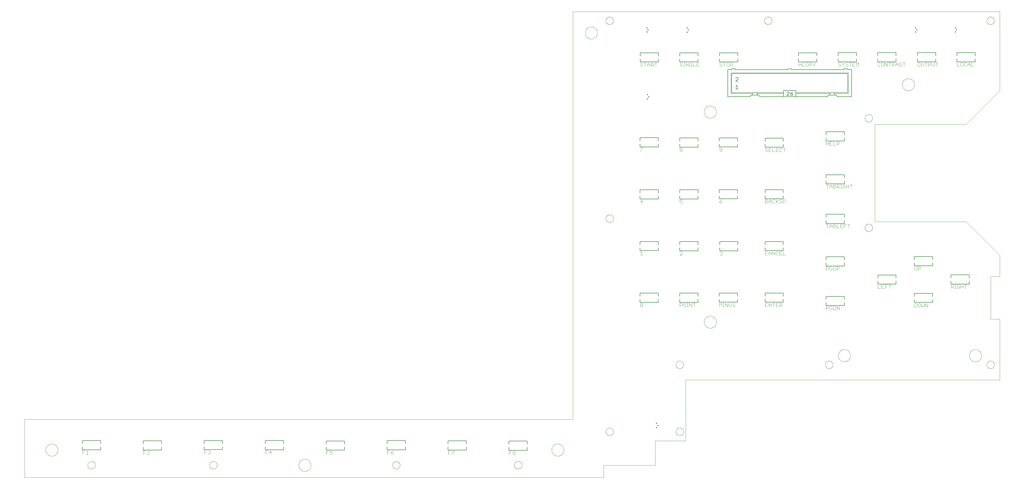
<source format=gto>
G75*
%MOIN*%
%OFA0B0*%
%FSLAX26Y26*%
%IPPOS*%
%LPD*%
%AMOC8*
5,1,8,0,0,1.08239X$1,22.5*
%
%ADD10C,0.000000*%
%ADD11C,0.000039*%
%ADD12C,0.006000*%
%ADD13C,0.002000*%
%ADD14C,0.005000*%
%ADD15R,0.016732X0.012795*%
%ADD16R,0.013780X0.013780*%
%ADD17C,0.004000*%
D10*
X00000000Y00000000D02*
X00000000Y00748031D01*
X00275591Y00354331D02*
X00275615Y00356263D01*
X00275686Y00358195D01*
X00275804Y00360123D01*
X00275970Y00362049D01*
X00276183Y00363970D01*
X00276443Y00365885D01*
X00276750Y00367793D01*
X00277104Y00369692D01*
X00277504Y00371583D01*
X00277951Y00373463D01*
X00278443Y00375332D01*
X00278982Y00377188D01*
X00279565Y00379030D01*
X00280194Y00380858D01*
X00280867Y00382669D01*
X00281585Y00384463D01*
X00282346Y00386240D01*
X00283151Y00387997D01*
X00283999Y00389733D01*
X00284889Y00391449D01*
X00285820Y00393142D01*
X00286793Y00394811D01*
X00287807Y00396457D01*
X00288861Y00398077D01*
X00289954Y00399670D01*
X00291086Y00401236D01*
X00292257Y00402774D01*
X00293464Y00404283D01*
X00294708Y00405762D01*
X00295989Y00407210D01*
X00297304Y00408625D01*
X00298653Y00410009D01*
X00300037Y00411358D01*
X00301452Y00412673D01*
X00302900Y00413954D01*
X00304379Y00415198D01*
X00305888Y00416405D01*
X00307426Y00417576D01*
X00308992Y00418708D01*
X00310585Y00419801D01*
X00312205Y00420855D01*
X00313851Y00421869D01*
X00315520Y00422842D01*
X00317213Y00423773D01*
X00318929Y00424663D01*
X00320665Y00425511D01*
X00322422Y00426316D01*
X00324199Y00427077D01*
X00325993Y00427795D01*
X00327804Y00428468D01*
X00329632Y00429097D01*
X00331474Y00429680D01*
X00333330Y00430219D01*
X00335199Y00430711D01*
X00337079Y00431158D01*
X00338970Y00431558D01*
X00340869Y00431912D01*
X00342777Y00432219D01*
X00344692Y00432479D01*
X00346613Y00432692D01*
X00348539Y00432858D01*
X00350467Y00432976D01*
X00352399Y00433047D01*
X00354331Y00433071D01*
X00356263Y00433047D01*
X00358195Y00432976D01*
X00360123Y00432858D01*
X00362049Y00432692D01*
X00363970Y00432479D01*
X00365885Y00432219D01*
X00367793Y00431912D01*
X00369692Y00431558D01*
X00371583Y00431158D01*
X00373463Y00430711D01*
X00375332Y00430219D01*
X00377188Y00429680D01*
X00379030Y00429097D01*
X00380858Y00428468D01*
X00382669Y00427795D01*
X00384463Y00427077D01*
X00386240Y00426316D01*
X00387997Y00425511D01*
X00389733Y00424663D01*
X00391449Y00423773D01*
X00393142Y00422842D01*
X00394811Y00421869D01*
X00396457Y00420855D01*
X00398077Y00419801D01*
X00399670Y00418708D01*
X00401236Y00417576D01*
X00402774Y00416405D01*
X00404283Y00415198D01*
X00405762Y00413954D01*
X00407210Y00412673D01*
X00408625Y00411358D01*
X00410009Y00410009D01*
X00411358Y00408625D01*
X00412673Y00407210D01*
X00413954Y00405762D01*
X00415198Y00404283D01*
X00416405Y00402774D01*
X00417576Y00401236D01*
X00418708Y00399670D01*
X00419801Y00398077D01*
X00420855Y00396457D01*
X00421869Y00394811D01*
X00422842Y00393142D01*
X00423773Y00391449D01*
X00424663Y00389733D01*
X00425511Y00387997D01*
X00426316Y00386240D01*
X00427077Y00384463D01*
X00427795Y00382669D01*
X00428468Y00380858D01*
X00429097Y00379030D01*
X00429680Y00377188D01*
X00430219Y00375332D01*
X00430711Y00373463D01*
X00431158Y00371583D01*
X00431558Y00369692D01*
X00431912Y00367793D01*
X00432219Y00365885D01*
X00432479Y00363970D01*
X00432692Y00362049D01*
X00432858Y00360123D01*
X00432976Y00358195D01*
X00433047Y00356263D01*
X00433071Y00354331D01*
X00433047Y00352399D01*
X00432976Y00350467D01*
X00432858Y00348539D01*
X00432692Y00346613D01*
X00432479Y00344692D01*
X00432219Y00342777D01*
X00431912Y00340869D01*
X00431558Y00338970D01*
X00431158Y00337079D01*
X00430711Y00335199D01*
X00430219Y00333330D01*
X00429680Y00331474D01*
X00429097Y00329632D01*
X00428468Y00327804D01*
X00427795Y00325993D01*
X00427077Y00324199D01*
X00426316Y00322422D01*
X00425511Y00320665D01*
X00424663Y00318929D01*
X00423773Y00317213D01*
X00422842Y00315520D01*
X00421869Y00313851D01*
X00420855Y00312205D01*
X00419801Y00310585D01*
X00418708Y00308992D01*
X00417576Y00307426D01*
X00416405Y00305888D01*
X00415198Y00304379D01*
X00413954Y00302900D01*
X00412673Y00301452D01*
X00411358Y00300037D01*
X00410009Y00298653D01*
X00408625Y00297304D01*
X00407210Y00295989D01*
X00405762Y00294708D01*
X00404283Y00293464D01*
X00402774Y00292257D01*
X00401236Y00291086D01*
X00399670Y00289954D01*
X00398077Y00288861D01*
X00396457Y00287807D01*
X00394811Y00286793D01*
X00393142Y00285820D01*
X00391449Y00284889D01*
X00389733Y00283999D01*
X00387997Y00283151D01*
X00386240Y00282346D01*
X00384463Y00281585D01*
X00382669Y00280867D01*
X00380858Y00280194D01*
X00379030Y00279565D01*
X00377188Y00278982D01*
X00375332Y00278443D01*
X00373463Y00277951D01*
X00371583Y00277504D01*
X00369692Y00277104D01*
X00367793Y00276750D01*
X00365885Y00276443D01*
X00363970Y00276183D01*
X00362049Y00275970D01*
X00360123Y00275804D01*
X00358195Y00275686D01*
X00356263Y00275615D01*
X00354331Y00275591D01*
X00352399Y00275615D01*
X00350467Y00275686D01*
X00348539Y00275804D01*
X00346613Y00275970D01*
X00344692Y00276183D01*
X00342777Y00276443D01*
X00340869Y00276750D01*
X00338970Y00277104D01*
X00337079Y00277504D01*
X00335199Y00277951D01*
X00333330Y00278443D01*
X00331474Y00278982D01*
X00329632Y00279565D01*
X00327804Y00280194D01*
X00325993Y00280867D01*
X00324199Y00281585D01*
X00322422Y00282346D01*
X00320665Y00283151D01*
X00318929Y00283999D01*
X00317213Y00284889D01*
X00315520Y00285820D01*
X00313851Y00286793D01*
X00312205Y00287807D01*
X00310585Y00288861D01*
X00308992Y00289954D01*
X00307426Y00291086D01*
X00305888Y00292257D01*
X00304379Y00293464D01*
X00302900Y00294708D01*
X00301452Y00295989D01*
X00300037Y00297304D01*
X00298653Y00298653D01*
X00297304Y00300037D01*
X00295989Y00301452D01*
X00294708Y00302900D01*
X00293464Y00304379D01*
X00292257Y00305888D01*
X00291086Y00307426D01*
X00289954Y00308992D01*
X00288861Y00310585D01*
X00287807Y00312205D01*
X00286793Y00313851D01*
X00285820Y00315520D01*
X00284889Y00317213D01*
X00283999Y00318929D01*
X00283151Y00320665D01*
X00282346Y00322422D01*
X00281585Y00324199D01*
X00280867Y00325993D01*
X00280194Y00327804D01*
X00279565Y00329632D01*
X00278982Y00331474D01*
X00278443Y00333330D01*
X00277951Y00335199D01*
X00277504Y00337079D01*
X00277104Y00338970D01*
X00276750Y00340869D01*
X00276443Y00342777D01*
X00276183Y00344692D01*
X00275970Y00346613D01*
X00275804Y00348539D01*
X00275686Y00350467D01*
X00275615Y00352399D01*
X00275591Y00354331D01*
X00816929Y00157480D02*
X00816944Y00158688D01*
X00816988Y00159895D01*
X00817062Y00161100D01*
X00817166Y00162304D01*
X00817299Y00163504D01*
X00817462Y00164701D01*
X00817654Y00165894D01*
X00817875Y00167081D01*
X00818125Y00168263D01*
X00818404Y00169438D01*
X00818712Y00170606D01*
X00819048Y00171766D01*
X00819413Y00172917D01*
X00819806Y00174059D01*
X00820227Y00175192D01*
X00820675Y00176313D01*
X00821151Y00177423D01*
X00821654Y00178521D01*
X00822184Y00179607D01*
X00822740Y00180679D01*
X00823322Y00181737D01*
X00823931Y00182781D01*
X00824564Y00183809D01*
X00825223Y00184821D01*
X00825906Y00185817D01*
X00826614Y00186796D01*
X00827345Y00187757D01*
X00828100Y00188700D01*
X00828877Y00189625D01*
X00829678Y00190529D01*
X00830500Y00191414D01*
X00831343Y00192279D01*
X00832208Y00193122D01*
X00833093Y00193944D01*
X00833997Y00194745D01*
X00834922Y00195522D01*
X00835865Y00196277D01*
X00836826Y00197008D01*
X00837805Y00197716D01*
X00838801Y00198399D01*
X00839813Y00199058D01*
X00840841Y00199691D01*
X00841885Y00200300D01*
X00842943Y00200882D01*
X00844015Y00201438D01*
X00845101Y00201968D01*
X00846199Y00202471D01*
X00847309Y00202947D01*
X00848430Y00203395D01*
X00849563Y00203816D01*
X00850705Y00204209D01*
X00851856Y00204574D01*
X00853016Y00204910D01*
X00854184Y00205218D01*
X00855359Y00205497D01*
X00856541Y00205747D01*
X00857728Y00205968D01*
X00858921Y00206160D01*
X00860118Y00206323D01*
X00861318Y00206456D01*
X00862522Y00206560D01*
X00863727Y00206634D01*
X00864934Y00206678D01*
X00866142Y00206693D01*
X00867350Y00206678D01*
X00868557Y00206634D01*
X00869762Y00206560D01*
X00870966Y00206456D01*
X00872166Y00206323D01*
X00873363Y00206160D01*
X00874556Y00205968D01*
X00875743Y00205747D01*
X00876925Y00205497D01*
X00878100Y00205218D01*
X00879268Y00204910D01*
X00880428Y00204574D01*
X00881579Y00204209D01*
X00882721Y00203816D01*
X00883854Y00203395D01*
X00884975Y00202947D01*
X00886085Y00202471D01*
X00887183Y00201968D01*
X00888269Y00201438D01*
X00889341Y00200882D01*
X00890399Y00200300D01*
X00891443Y00199691D01*
X00892471Y00199058D01*
X00893483Y00198399D01*
X00894479Y00197716D01*
X00895458Y00197008D01*
X00896419Y00196277D01*
X00897362Y00195522D01*
X00898287Y00194745D01*
X00899191Y00193944D01*
X00900076Y00193122D01*
X00900941Y00192279D01*
X00901784Y00191414D01*
X00902606Y00190529D01*
X00903407Y00189625D01*
X00904184Y00188700D01*
X00904939Y00187757D01*
X00905670Y00186796D01*
X00906378Y00185817D01*
X00907061Y00184821D01*
X00907720Y00183809D01*
X00908353Y00182781D01*
X00908962Y00181737D01*
X00909544Y00180679D01*
X00910100Y00179607D01*
X00910630Y00178521D01*
X00911133Y00177423D01*
X00911609Y00176313D01*
X00912057Y00175192D01*
X00912478Y00174059D01*
X00912871Y00172917D01*
X00913236Y00171766D01*
X00913572Y00170606D01*
X00913880Y00169438D01*
X00914159Y00168263D01*
X00914409Y00167081D01*
X00914630Y00165894D01*
X00914822Y00164701D01*
X00914985Y00163504D01*
X00915118Y00162304D01*
X00915222Y00161100D01*
X00915296Y00159895D01*
X00915340Y00158688D01*
X00915355Y00157480D01*
X00915340Y00156272D01*
X00915296Y00155065D01*
X00915222Y00153860D01*
X00915118Y00152656D01*
X00914985Y00151456D01*
X00914822Y00150259D01*
X00914630Y00149066D01*
X00914409Y00147879D01*
X00914159Y00146697D01*
X00913880Y00145522D01*
X00913572Y00144354D01*
X00913236Y00143194D01*
X00912871Y00142043D01*
X00912478Y00140901D01*
X00912057Y00139768D01*
X00911609Y00138647D01*
X00911133Y00137537D01*
X00910630Y00136439D01*
X00910100Y00135353D01*
X00909544Y00134281D01*
X00908962Y00133223D01*
X00908353Y00132179D01*
X00907720Y00131151D01*
X00907061Y00130139D01*
X00906378Y00129143D01*
X00905670Y00128164D01*
X00904939Y00127203D01*
X00904184Y00126260D01*
X00903407Y00125335D01*
X00902606Y00124431D01*
X00901784Y00123546D01*
X00900941Y00122681D01*
X00900076Y00121838D01*
X00899191Y00121016D01*
X00898287Y00120215D01*
X00897362Y00119438D01*
X00896419Y00118683D01*
X00895458Y00117952D01*
X00894479Y00117244D01*
X00893483Y00116561D01*
X00892471Y00115902D01*
X00891443Y00115269D01*
X00890399Y00114660D01*
X00889341Y00114078D01*
X00888269Y00113522D01*
X00887183Y00112992D01*
X00886085Y00112489D01*
X00884975Y00112013D01*
X00883854Y00111565D01*
X00882721Y00111144D01*
X00881579Y00110751D01*
X00880428Y00110386D01*
X00879268Y00110050D01*
X00878100Y00109742D01*
X00876925Y00109463D01*
X00875743Y00109213D01*
X00874556Y00108992D01*
X00873363Y00108800D01*
X00872166Y00108637D01*
X00870966Y00108504D01*
X00869762Y00108400D01*
X00868557Y00108326D01*
X00867350Y00108282D01*
X00866142Y00108267D01*
X00864934Y00108282D01*
X00863727Y00108326D01*
X00862522Y00108400D01*
X00861318Y00108504D01*
X00860118Y00108637D01*
X00858921Y00108800D01*
X00857728Y00108992D01*
X00856541Y00109213D01*
X00855359Y00109463D01*
X00854184Y00109742D01*
X00853016Y00110050D01*
X00851856Y00110386D01*
X00850705Y00110751D01*
X00849563Y00111144D01*
X00848430Y00111565D01*
X00847309Y00112013D01*
X00846199Y00112489D01*
X00845101Y00112992D01*
X00844015Y00113522D01*
X00842943Y00114078D01*
X00841885Y00114660D01*
X00840841Y00115269D01*
X00839813Y00115902D01*
X00838801Y00116561D01*
X00837805Y00117244D01*
X00836826Y00117952D01*
X00835865Y00118683D01*
X00834922Y00119438D01*
X00833997Y00120215D01*
X00833093Y00121016D01*
X00832208Y00121838D01*
X00831343Y00122681D01*
X00830500Y00123546D01*
X00829678Y00124431D01*
X00828877Y00125335D01*
X00828100Y00126260D01*
X00827345Y00127203D01*
X00826614Y00128164D01*
X00825906Y00129143D01*
X00825223Y00130139D01*
X00824564Y00131151D01*
X00823931Y00132179D01*
X00823322Y00133223D01*
X00822740Y00134281D01*
X00822184Y00135353D01*
X00821654Y00136439D01*
X00821151Y00137537D01*
X00820675Y00138647D01*
X00820227Y00139768D01*
X00819806Y00140901D01*
X00819413Y00142043D01*
X00819048Y00143194D01*
X00818712Y00144354D01*
X00818404Y00145522D01*
X00818125Y00146697D01*
X00817875Y00147879D01*
X00817654Y00149066D01*
X00817462Y00150259D01*
X00817299Y00151456D01*
X00817166Y00152656D01*
X00817062Y00153860D01*
X00816988Y00155065D01*
X00816944Y00156272D01*
X00816929Y00157480D01*
X02391732Y00157480D02*
X02391747Y00158688D01*
X02391791Y00159895D01*
X02391865Y00161100D01*
X02391969Y00162304D01*
X02392102Y00163504D01*
X02392265Y00164701D01*
X02392457Y00165894D01*
X02392678Y00167081D01*
X02392928Y00168263D01*
X02393207Y00169438D01*
X02393515Y00170606D01*
X02393851Y00171766D01*
X02394216Y00172917D01*
X02394609Y00174059D01*
X02395030Y00175192D01*
X02395478Y00176313D01*
X02395954Y00177423D01*
X02396457Y00178521D01*
X02396987Y00179607D01*
X02397543Y00180679D01*
X02398125Y00181737D01*
X02398734Y00182781D01*
X02399367Y00183809D01*
X02400026Y00184821D01*
X02400709Y00185817D01*
X02401417Y00186796D01*
X02402148Y00187757D01*
X02402903Y00188700D01*
X02403680Y00189625D01*
X02404481Y00190529D01*
X02405303Y00191414D01*
X02406146Y00192279D01*
X02407011Y00193122D01*
X02407896Y00193944D01*
X02408800Y00194745D01*
X02409725Y00195522D01*
X02410668Y00196277D01*
X02411629Y00197008D01*
X02412608Y00197716D01*
X02413604Y00198399D01*
X02414616Y00199058D01*
X02415644Y00199691D01*
X02416688Y00200300D01*
X02417746Y00200882D01*
X02418818Y00201438D01*
X02419904Y00201968D01*
X02421002Y00202471D01*
X02422112Y00202947D01*
X02423233Y00203395D01*
X02424366Y00203816D01*
X02425508Y00204209D01*
X02426659Y00204574D01*
X02427819Y00204910D01*
X02428987Y00205218D01*
X02430162Y00205497D01*
X02431344Y00205747D01*
X02432531Y00205968D01*
X02433724Y00206160D01*
X02434921Y00206323D01*
X02436121Y00206456D01*
X02437325Y00206560D01*
X02438530Y00206634D01*
X02439737Y00206678D01*
X02440945Y00206693D01*
X02442153Y00206678D01*
X02443360Y00206634D01*
X02444565Y00206560D01*
X02445769Y00206456D01*
X02446969Y00206323D01*
X02448166Y00206160D01*
X02449359Y00205968D01*
X02450546Y00205747D01*
X02451728Y00205497D01*
X02452903Y00205218D01*
X02454071Y00204910D01*
X02455231Y00204574D01*
X02456382Y00204209D01*
X02457524Y00203816D01*
X02458657Y00203395D01*
X02459778Y00202947D01*
X02460888Y00202471D01*
X02461986Y00201968D01*
X02463072Y00201438D01*
X02464144Y00200882D01*
X02465202Y00200300D01*
X02466246Y00199691D01*
X02467274Y00199058D01*
X02468286Y00198399D01*
X02469282Y00197716D01*
X02470261Y00197008D01*
X02471222Y00196277D01*
X02472165Y00195522D01*
X02473090Y00194745D01*
X02473994Y00193944D01*
X02474879Y00193122D01*
X02475744Y00192279D01*
X02476587Y00191414D01*
X02477409Y00190529D01*
X02478210Y00189625D01*
X02478987Y00188700D01*
X02479742Y00187757D01*
X02480473Y00186796D01*
X02481181Y00185817D01*
X02481864Y00184821D01*
X02482523Y00183809D01*
X02483156Y00182781D01*
X02483765Y00181737D01*
X02484347Y00180679D01*
X02484903Y00179607D01*
X02485433Y00178521D01*
X02485936Y00177423D01*
X02486412Y00176313D01*
X02486860Y00175192D01*
X02487281Y00174059D01*
X02487674Y00172917D01*
X02488039Y00171766D01*
X02488375Y00170606D01*
X02488683Y00169438D01*
X02488962Y00168263D01*
X02489212Y00167081D01*
X02489433Y00165894D01*
X02489625Y00164701D01*
X02489788Y00163504D01*
X02489921Y00162304D01*
X02490025Y00161100D01*
X02490099Y00159895D01*
X02490143Y00158688D01*
X02490158Y00157480D01*
X02490143Y00156272D01*
X02490099Y00155065D01*
X02490025Y00153860D01*
X02489921Y00152656D01*
X02489788Y00151456D01*
X02489625Y00150259D01*
X02489433Y00149066D01*
X02489212Y00147879D01*
X02488962Y00146697D01*
X02488683Y00145522D01*
X02488375Y00144354D01*
X02488039Y00143194D01*
X02487674Y00142043D01*
X02487281Y00140901D01*
X02486860Y00139768D01*
X02486412Y00138647D01*
X02485936Y00137537D01*
X02485433Y00136439D01*
X02484903Y00135353D01*
X02484347Y00134281D01*
X02483765Y00133223D01*
X02483156Y00132179D01*
X02482523Y00131151D01*
X02481864Y00130139D01*
X02481181Y00129143D01*
X02480473Y00128164D01*
X02479742Y00127203D01*
X02478987Y00126260D01*
X02478210Y00125335D01*
X02477409Y00124431D01*
X02476587Y00123546D01*
X02475744Y00122681D01*
X02474879Y00121838D01*
X02473994Y00121016D01*
X02473090Y00120215D01*
X02472165Y00119438D01*
X02471222Y00118683D01*
X02470261Y00117952D01*
X02469282Y00117244D01*
X02468286Y00116561D01*
X02467274Y00115902D01*
X02466246Y00115269D01*
X02465202Y00114660D01*
X02464144Y00114078D01*
X02463072Y00113522D01*
X02461986Y00112992D01*
X02460888Y00112489D01*
X02459778Y00112013D01*
X02458657Y00111565D01*
X02457524Y00111144D01*
X02456382Y00110751D01*
X02455231Y00110386D01*
X02454071Y00110050D01*
X02452903Y00109742D01*
X02451728Y00109463D01*
X02450546Y00109213D01*
X02449359Y00108992D01*
X02448166Y00108800D01*
X02446969Y00108637D01*
X02445769Y00108504D01*
X02444565Y00108400D01*
X02443360Y00108326D01*
X02442153Y00108282D01*
X02440945Y00108267D01*
X02439737Y00108282D01*
X02438530Y00108326D01*
X02437325Y00108400D01*
X02436121Y00108504D01*
X02434921Y00108637D01*
X02433724Y00108800D01*
X02432531Y00108992D01*
X02431344Y00109213D01*
X02430162Y00109463D01*
X02428987Y00109742D01*
X02427819Y00110050D01*
X02426659Y00110386D01*
X02425508Y00110751D01*
X02424366Y00111144D01*
X02423233Y00111565D01*
X02422112Y00112013D01*
X02421002Y00112489D01*
X02419904Y00112992D01*
X02418818Y00113522D01*
X02417746Y00114078D01*
X02416688Y00114660D01*
X02415644Y00115269D01*
X02414616Y00115902D01*
X02413604Y00116561D01*
X02412608Y00117244D01*
X02411629Y00117952D01*
X02410668Y00118683D01*
X02409725Y00119438D01*
X02408800Y00120215D01*
X02407896Y00121016D01*
X02407011Y00121838D01*
X02406146Y00122681D01*
X02405303Y00123546D01*
X02404481Y00124431D01*
X02403680Y00125335D01*
X02402903Y00126260D01*
X02402148Y00127203D01*
X02401417Y00128164D01*
X02400709Y00129143D01*
X02400026Y00130139D01*
X02399367Y00131151D01*
X02398734Y00132179D01*
X02398125Y00133223D01*
X02397543Y00134281D01*
X02396987Y00135353D01*
X02396457Y00136439D01*
X02395954Y00137537D01*
X02395478Y00138647D01*
X02395030Y00139768D01*
X02394609Y00140901D01*
X02394216Y00142043D01*
X02393851Y00143194D01*
X02393515Y00144354D01*
X02393207Y00145522D01*
X02392928Y00146697D01*
X02392678Y00147879D01*
X02392457Y00149066D01*
X02392265Y00150259D01*
X02392102Y00151456D01*
X02391969Y00152656D01*
X02391865Y00153860D01*
X02391791Y00155065D01*
X02391747Y00156272D01*
X02391732Y00157480D01*
X03543307Y00157480D02*
X03543331Y00159412D01*
X03543402Y00161344D01*
X03543520Y00163272D01*
X03543686Y00165198D01*
X03543899Y00167119D01*
X03544159Y00169034D01*
X03544466Y00170942D01*
X03544820Y00172841D01*
X03545220Y00174732D01*
X03545667Y00176612D01*
X03546159Y00178481D01*
X03546698Y00180337D01*
X03547281Y00182179D01*
X03547910Y00184007D01*
X03548583Y00185818D01*
X03549301Y00187612D01*
X03550062Y00189389D01*
X03550867Y00191146D01*
X03551715Y00192882D01*
X03552605Y00194598D01*
X03553536Y00196291D01*
X03554509Y00197960D01*
X03555523Y00199606D01*
X03556577Y00201226D01*
X03557670Y00202819D01*
X03558802Y00204385D01*
X03559973Y00205923D01*
X03561180Y00207432D01*
X03562424Y00208911D01*
X03563705Y00210359D01*
X03565020Y00211774D01*
X03566369Y00213158D01*
X03567753Y00214507D01*
X03569168Y00215822D01*
X03570616Y00217103D01*
X03572095Y00218347D01*
X03573604Y00219554D01*
X03575142Y00220725D01*
X03576708Y00221857D01*
X03578301Y00222950D01*
X03579921Y00224004D01*
X03581567Y00225018D01*
X03583236Y00225991D01*
X03584929Y00226922D01*
X03586645Y00227812D01*
X03588381Y00228660D01*
X03590138Y00229465D01*
X03591915Y00230226D01*
X03593709Y00230944D01*
X03595520Y00231617D01*
X03597348Y00232246D01*
X03599190Y00232829D01*
X03601046Y00233368D01*
X03602915Y00233860D01*
X03604795Y00234307D01*
X03606686Y00234707D01*
X03608585Y00235061D01*
X03610493Y00235368D01*
X03612408Y00235628D01*
X03614329Y00235841D01*
X03616255Y00236007D01*
X03618183Y00236125D01*
X03620115Y00236196D01*
X03622047Y00236220D01*
X03623979Y00236196D01*
X03625911Y00236125D01*
X03627839Y00236007D01*
X03629765Y00235841D01*
X03631686Y00235628D01*
X03633601Y00235368D01*
X03635509Y00235061D01*
X03637408Y00234707D01*
X03639299Y00234307D01*
X03641179Y00233860D01*
X03643048Y00233368D01*
X03644904Y00232829D01*
X03646746Y00232246D01*
X03648574Y00231617D01*
X03650385Y00230944D01*
X03652179Y00230226D01*
X03653956Y00229465D01*
X03655713Y00228660D01*
X03657449Y00227812D01*
X03659165Y00226922D01*
X03660858Y00225991D01*
X03662527Y00225018D01*
X03664173Y00224004D01*
X03665793Y00222950D01*
X03667386Y00221857D01*
X03668952Y00220725D01*
X03670490Y00219554D01*
X03671999Y00218347D01*
X03673478Y00217103D01*
X03674926Y00215822D01*
X03676341Y00214507D01*
X03677725Y00213158D01*
X03679074Y00211774D01*
X03680389Y00210359D01*
X03681670Y00208911D01*
X03682914Y00207432D01*
X03684121Y00205923D01*
X03685292Y00204385D01*
X03686424Y00202819D01*
X03687517Y00201226D01*
X03688571Y00199606D01*
X03689585Y00197960D01*
X03690558Y00196291D01*
X03691489Y00194598D01*
X03692379Y00192882D01*
X03693227Y00191146D01*
X03694032Y00189389D01*
X03694793Y00187612D01*
X03695511Y00185818D01*
X03696184Y00184007D01*
X03696813Y00182179D01*
X03697396Y00180337D01*
X03697935Y00178481D01*
X03698427Y00176612D01*
X03698874Y00174732D01*
X03699274Y00172841D01*
X03699628Y00170942D01*
X03699935Y00169034D01*
X03700195Y00167119D01*
X03700408Y00165198D01*
X03700574Y00163272D01*
X03700692Y00161344D01*
X03700763Y00159412D01*
X03700787Y00157480D01*
X03700763Y00155548D01*
X03700692Y00153616D01*
X03700574Y00151688D01*
X03700408Y00149762D01*
X03700195Y00147841D01*
X03699935Y00145926D01*
X03699628Y00144018D01*
X03699274Y00142119D01*
X03698874Y00140228D01*
X03698427Y00138348D01*
X03697935Y00136479D01*
X03697396Y00134623D01*
X03696813Y00132781D01*
X03696184Y00130953D01*
X03695511Y00129142D01*
X03694793Y00127348D01*
X03694032Y00125571D01*
X03693227Y00123814D01*
X03692379Y00122078D01*
X03691489Y00120362D01*
X03690558Y00118669D01*
X03689585Y00117000D01*
X03688571Y00115354D01*
X03687517Y00113734D01*
X03686424Y00112141D01*
X03685292Y00110575D01*
X03684121Y00109037D01*
X03682914Y00107528D01*
X03681670Y00106049D01*
X03680389Y00104601D01*
X03679074Y00103186D01*
X03677725Y00101802D01*
X03676341Y00100453D01*
X03674926Y00099138D01*
X03673478Y00097857D01*
X03671999Y00096613D01*
X03670490Y00095406D01*
X03668952Y00094235D01*
X03667386Y00093103D01*
X03665793Y00092010D01*
X03664173Y00090956D01*
X03662527Y00089942D01*
X03660858Y00088969D01*
X03659165Y00088038D01*
X03657449Y00087148D01*
X03655713Y00086300D01*
X03653956Y00085495D01*
X03652179Y00084734D01*
X03650385Y00084016D01*
X03648574Y00083343D01*
X03646746Y00082714D01*
X03644904Y00082131D01*
X03643048Y00081592D01*
X03641179Y00081100D01*
X03639299Y00080653D01*
X03637408Y00080253D01*
X03635509Y00079899D01*
X03633601Y00079592D01*
X03631686Y00079332D01*
X03629765Y00079119D01*
X03627839Y00078953D01*
X03625911Y00078835D01*
X03623979Y00078764D01*
X03622047Y00078740D01*
X03620115Y00078764D01*
X03618183Y00078835D01*
X03616255Y00078953D01*
X03614329Y00079119D01*
X03612408Y00079332D01*
X03610493Y00079592D01*
X03608585Y00079899D01*
X03606686Y00080253D01*
X03604795Y00080653D01*
X03602915Y00081100D01*
X03601046Y00081592D01*
X03599190Y00082131D01*
X03597348Y00082714D01*
X03595520Y00083343D01*
X03593709Y00084016D01*
X03591915Y00084734D01*
X03590138Y00085495D01*
X03588381Y00086300D01*
X03586645Y00087148D01*
X03584929Y00088038D01*
X03583236Y00088969D01*
X03581567Y00089942D01*
X03579921Y00090956D01*
X03578301Y00092010D01*
X03576708Y00093103D01*
X03575142Y00094235D01*
X03573604Y00095406D01*
X03572095Y00096613D01*
X03570616Y00097857D01*
X03569168Y00099138D01*
X03567753Y00100453D01*
X03566369Y00101802D01*
X03565020Y00103186D01*
X03563705Y00104601D01*
X03562424Y00106049D01*
X03561180Y00107528D01*
X03559973Y00109037D01*
X03558802Y00110575D01*
X03557670Y00112141D01*
X03556577Y00113734D01*
X03555523Y00115354D01*
X03554509Y00117000D01*
X03553536Y00118669D01*
X03552605Y00120362D01*
X03551715Y00122078D01*
X03550867Y00123814D01*
X03550062Y00125571D01*
X03549301Y00127348D01*
X03548583Y00129142D01*
X03547910Y00130953D01*
X03547281Y00132781D01*
X03546698Y00134623D01*
X03546159Y00136479D01*
X03545667Y00138348D01*
X03545220Y00140228D01*
X03544820Y00142119D01*
X03544466Y00144018D01*
X03544159Y00145926D01*
X03543899Y00147841D01*
X03543686Y00149762D01*
X03543520Y00151688D01*
X03543402Y00153616D01*
X03543331Y00155548D01*
X03543307Y00157480D01*
X04753937Y00157480D02*
X04753952Y00158688D01*
X04753996Y00159895D01*
X04754070Y00161100D01*
X04754174Y00162304D01*
X04754307Y00163504D01*
X04754470Y00164701D01*
X04754662Y00165894D01*
X04754883Y00167081D01*
X04755133Y00168263D01*
X04755412Y00169438D01*
X04755720Y00170606D01*
X04756056Y00171766D01*
X04756421Y00172917D01*
X04756814Y00174059D01*
X04757235Y00175192D01*
X04757683Y00176313D01*
X04758159Y00177423D01*
X04758662Y00178521D01*
X04759192Y00179607D01*
X04759748Y00180679D01*
X04760330Y00181737D01*
X04760939Y00182781D01*
X04761572Y00183809D01*
X04762231Y00184821D01*
X04762914Y00185817D01*
X04763622Y00186796D01*
X04764353Y00187757D01*
X04765108Y00188700D01*
X04765885Y00189625D01*
X04766686Y00190529D01*
X04767508Y00191414D01*
X04768351Y00192279D01*
X04769216Y00193122D01*
X04770101Y00193944D01*
X04771005Y00194745D01*
X04771930Y00195522D01*
X04772873Y00196277D01*
X04773834Y00197008D01*
X04774813Y00197716D01*
X04775809Y00198399D01*
X04776821Y00199058D01*
X04777849Y00199691D01*
X04778893Y00200300D01*
X04779951Y00200882D01*
X04781023Y00201438D01*
X04782109Y00201968D01*
X04783207Y00202471D01*
X04784317Y00202947D01*
X04785438Y00203395D01*
X04786571Y00203816D01*
X04787713Y00204209D01*
X04788864Y00204574D01*
X04790024Y00204910D01*
X04791192Y00205218D01*
X04792367Y00205497D01*
X04793549Y00205747D01*
X04794736Y00205968D01*
X04795929Y00206160D01*
X04797126Y00206323D01*
X04798326Y00206456D01*
X04799530Y00206560D01*
X04800735Y00206634D01*
X04801942Y00206678D01*
X04803150Y00206693D01*
X04804358Y00206678D01*
X04805565Y00206634D01*
X04806770Y00206560D01*
X04807974Y00206456D01*
X04809174Y00206323D01*
X04810371Y00206160D01*
X04811564Y00205968D01*
X04812751Y00205747D01*
X04813933Y00205497D01*
X04815108Y00205218D01*
X04816276Y00204910D01*
X04817436Y00204574D01*
X04818587Y00204209D01*
X04819729Y00203816D01*
X04820862Y00203395D01*
X04821983Y00202947D01*
X04823093Y00202471D01*
X04824191Y00201968D01*
X04825277Y00201438D01*
X04826349Y00200882D01*
X04827407Y00200300D01*
X04828451Y00199691D01*
X04829479Y00199058D01*
X04830491Y00198399D01*
X04831487Y00197716D01*
X04832466Y00197008D01*
X04833427Y00196277D01*
X04834370Y00195522D01*
X04835295Y00194745D01*
X04836199Y00193944D01*
X04837084Y00193122D01*
X04837949Y00192279D01*
X04838792Y00191414D01*
X04839614Y00190529D01*
X04840415Y00189625D01*
X04841192Y00188700D01*
X04841947Y00187757D01*
X04842678Y00186796D01*
X04843386Y00185817D01*
X04844069Y00184821D01*
X04844728Y00183809D01*
X04845361Y00182781D01*
X04845970Y00181737D01*
X04846552Y00180679D01*
X04847108Y00179607D01*
X04847638Y00178521D01*
X04848141Y00177423D01*
X04848617Y00176313D01*
X04849065Y00175192D01*
X04849486Y00174059D01*
X04849879Y00172917D01*
X04850244Y00171766D01*
X04850580Y00170606D01*
X04850888Y00169438D01*
X04851167Y00168263D01*
X04851417Y00167081D01*
X04851638Y00165894D01*
X04851830Y00164701D01*
X04851993Y00163504D01*
X04852126Y00162304D01*
X04852230Y00161100D01*
X04852304Y00159895D01*
X04852348Y00158688D01*
X04852363Y00157480D01*
X04852348Y00156272D01*
X04852304Y00155065D01*
X04852230Y00153860D01*
X04852126Y00152656D01*
X04851993Y00151456D01*
X04851830Y00150259D01*
X04851638Y00149066D01*
X04851417Y00147879D01*
X04851167Y00146697D01*
X04850888Y00145522D01*
X04850580Y00144354D01*
X04850244Y00143194D01*
X04849879Y00142043D01*
X04849486Y00140901D01*
X04849065Y00139768D01*
X04848617Y00138647D01*
X04848141Y00137537D01*
X04847638Y00136439D01*
X04847108Y00135353D01*
X04846552Y00134281D01*
X04845970Y00133223D01*
X04845361Y00132179D01*
X04844728Y00131151D01*
X04844069Y00130139D01*
X04843386Y00129143D01*
X04842678Y00128164D01*
X04841947Y00127203D01*
X04841192Y00126260D01*
X04840415Y00125335D01*
X04839614Y00124431D01*
X04838792Y00123546D01*
X04837949Y00122681D01*
X04837084Y00121838D01*
X04836199Y00121016D01*
X04835295Y00120215D01*
X04834370Y00119438D01*
X04833427Y00118683D01*
X04832466Y00117952D01*
X04831487Y00117244D01*
X04830491Y00116561D01*
X04829479Y00115902D01*
X04828451Y00115269D01*
X04827407Y00114660D01*
X04826349Y00114078D01*
X04825277Y00113522D01*
X04824191Y00112992D01*
X04823093Y00112489D01*
X04821983Y00112013D01*
X04820862Y00111565D01*
X04819729Y00111144D01*
X04818587Y00110751D01*
X04817436Y00110386D01*
X04816276Y00110050D01*
X04815108Y00109742D01*
X04813933Y00109463D01*
X04812751Y00109213D01*
X04811564Y00108992D01*
X04810371Y00108800D01*
X04809174Y00108637D01*
X04807974Y00108504D01*
X04806770Y00108400D01*
X04805565Y00108326D01*
X04804358Y00108282D01*
X04803150Y00108267D01*
X04801942Y00108282D01*
X04800735Y00108326D01*
X04799530Y00108400D01*
X04798326Y00108504D01*
X04797126Y00108637D01*
X04795929Y00108800D01*
X04794736Y00108992D01*
X04793549Y00109213D01*
X04792367Y00109463D01*
X04791192Y00109742D01*
X04790024Y00110050D01*
X04788864Y00110386D01*
X04787713Y00110751D01*
X04786571Y00111144D01*
X04785438Y00111565D01*
X04784317Y00112013D01*
X04783207Y00112489D01*
X04782109Y00112992D01*
X04781023Y00113522D01*
X04779951Y00114078D01*
X04778893Y00114660D01*
X04777849Y00115269D01*
X04776821Y00115902D01*
X04775809Y00116561D01*
X04774813Y00117244D01*
X04773834Y00117952D01*
X04772873Y00118683D01*
X04771930Y00119438D01*
X04771005Y00120215D01*
X04770101Y00121016D01*
X04769216Y00121838D01*
X04768351Y00122681D01*
X04767508Y00123546D01*
X04766686Y00124431D01*
X04765885Y00125335D01*
X04765108Y00126260D01*
X04764353Y00127203D01*
X04763622Y00128164D01*
X04762914Y00129143D01*
X04762231Y00130139D01*
X04761572Y00131151D01*
X04760939Y00132179D01*
X04760330Y00133223D01*
X04759748Y00134281D01*
X04759192Y00135353D01*
X04758662Y00136439D01*
X04758159Y00137537D01*
X04757683Y00138647D01*
X04757235Y00139768D01*
X04756814Y00140901D01*
X04756421Y00142043D01*
X04756056Y00143194D01*
X04755720Y00144354D01*
X04755412Y00145522D01*
X04755133Y00146697D01*
X04754883Y00147879D01*
X04754662Y00149066D01*
X04754470Y00150259D01*
X04754307Y00151456D01*
X04754174Y00152656D01*
X04754070Y00153860D01*
X04753996Y00155065D01*
X04753952Y00156272D01*
X04753937Y00157480D01*
X06328740Y00157480D02*
X06328755Y00158688D01*
X06328799Y00159895D01*
X06328873Y00161100D01*
X06328977Y00162304D01*
X06329110Y00163504D01*
X06329273Y00164701D01*
X06329465Y00165894D01*
X06329686Y00167081D01*
X06329936Y00168263D01*
X06330215Y00169438D01*
X06330523Y00170606D01*
X06330859Y00171766D01*
X06331224Y00172917D01*
X06331617Y00174059D01*
X06332038Y00175192D01*
X06332486Y00176313D01*
X06332962Y00177423D01*
X06333465Y00178521D01*
X06333995Y00179607D01*
X06334551Y00180679D01*
X06335133Y00181737D01*
X06335742Y00182781D01*
X06336375Y00183809D01*
X06337034Y00184821D01*
X06337717Y00185817D01*
X06338425Y00186796D01*
X06339156Y00187757D01*
X06339911Y00188700D01*
X06340688Y00189625D01*
X06341489Y00190529D01*
X06342311Y00191414D01*
X06343154Y00192279D01*
X06344019Y00193122D01*
X06344904Y00193944D01*
X06345808Y00194745D01*
X06346733Y00195522D01*
X06347676Y00196277D01*
X06348637Y00197008D01*
X06349616Y00197716D01*
X06350612Y00198399D01*
X06351624Y00199058D01*
X06352652Y00199691D01*
X06353696Y00200300D01*
X06354754Y00200882D01*
X06355826Y00201438D01*
X06356912Y00201968D01*
X06358010Y00202471D01*
X06359120Y00202947D01*
X06360241Y00203395D01*
X06361374Y00203816D01*
X06362516Y00204209D01*
X06363667Y00204574D01*
X06364827Y00204910D01*
X06365995Y00205218D01*
X06367170Y00205497D01*
X06368352Y00205747D01*
X06369539Y00205968D01*
X06370732Y00206160D01*
X06371929Y00206323D01*
X06373129Y00206456D01*
X06374333Y00206560D01*
X06375538Y00206634D01*
X06376745Y00206678D01*
X06377953Y00206693D01*
X06379161Y00206678D01*
X06380368Y00206634D01*
X06381573Y00206560D01*
X06382777Y00206456D01*
X06383977Y00206323D01*
X06385174Y00206160D01*
X06386367Y00205968D01*
X06387554Y00205747D01*
X06388736Y00205497D01*
X06389911Y00205218D01*
X06391079Y00204910D01*
X06392239Y00204574D01*
X06393390Y00204209D01*
X06394532Y00203816D01*
X06395665Y00203395D01*
X06396786Y00202947D01*
X06397896Y00202471D01*
X06398994Y00201968D01*
X06400080Y00201438D01*
X06401152Y00200882D01*
X06402210Y00200300D01*
X06403254Y00199691D01*
X06404282Y00199058D01*
X06405294Y00198399D01*
X06406290Y00197716D01*
X06407269Y00197008D01*
X06408230Y00196277D01*
X06409173Y00195522D01*
X06410098Y00194745D01*
X06411002Y00193944D01*
X06411887Y00193122D01*
X06412752Y00192279D01*
X06413595Y00191414D01*
X06414417Y00190529D01*
X06415218Y00189625D01*
X06415995Y00188700D01*
X06416750Y00187757D01*
X06417481Y00186796D01*
X06418189Y00185817D01*
X06418872Y00184821D01*
X06419531Y00183809D01*
X06420164Y00182781D01*
X06420773Y00181737D01*
X06421355Y00180679D01*
X06421911Y00179607D01*
X06422441Y00178521D01*
X06422944Y00177423D01*
X06423420Y00176313D01*
X06423868Y00175192D01*
X06424289Y00174059D01*
X06424682Y00172917D01*
X06425047Y00171766D01*
X06425383Y00170606D01*
X06425691Y00169438D01*
X06425970Y00168263D01*
X06426220Y00167081D01*
X06426441Y00165894D01*
X06426633Y00164701D01*
X06426796Y00163504D01*
X06426929Y00162304D01*
X06427033Y00161100D01*
X06427107Y00159895D01*
X06427151Y00158688D01*
X06427166Y00157480D01*
X06427151Y00156272D01*
X06427107Y00155065D01*
X06427033Y00153860D01*
X06426929Y00152656D01*
X06426796Y00151456D01*
X06426633Y00150259D01*
X06426441Y00149066D01*
X06426220Y00147879D01*
X06425970Y00146697D01*
X06425691Y00145522D01*
X06425383Y00144354D01*
X06425047Y00143194D01*
X06424682Y00142043D01*
X06424289Y00140901D01*
X06423868Y00139768D01*
X06423420Y00138647D01*
X06422944Y00137537D01*
X06422441Y00136439D01*
X06421911Y00135353D01*
X06421355Y00134281D01*
X06420773Y00133223D01*
X06420164Y00132179D01*
X06419531Y00131151D01*
X06418872Y00130139D01*
X06418189Y00129143D01*
X06417481Y00128164D01*
X06416750Y00127203D01*
X06415995Y00126260D01*
X06415218Y00125335D01*
X06414417Y00124431D01*
X06413595Y00123546D01*
X06412752Y00122681D01*
X06411887Y00121838D01*
X06411002Y00121016D01*
X06410098Y00120215D01*
X06409173Y00119438D01*
X06408230Y00118683D01*
X06407269Y00117952D01*
X06406290Y00117244D01*
X06405294Y00116561D01*
X06404282Y00115902D01*
X06403254Y00115269D01*
X06402210Y00114660D01*
X06401152Y00114078D01*
X06400080Y00113522D01*
X06398994Y00112992D01*
X06397896Y00112489D01*
X06396786Y00112013D01*
X06395665Y00111565D01*
X06394532Y00111144D01*
X06393390Y00110751D01*
X06392239Y00110386D01*
X06391079Y00110050D01*
X06389911Y00109742D01*
X06388736Y00109463D01*
X06387554Y00109213D01*
X06386367Y00108992D01*
X06385174Y00108800D01*
X06383977Y00108637D01*
X06382777Y00108504D01*
X06381573Y00108400D01*
X06380368Y00108326D01*
X06379161Y00108282D01*
X06377953Y00108267D01*
X06376745Y00108282D01*
X06375538Y00108326D01*
X06374333Y00108400D01*
X06373129Y00108504D01*
X06371929Y00108637D01*
X06370732Y00108800D01*
X06369539Y00108992D01*
X06368352Y00109213D01*
X06367170Y00109463D01*
X06365995Y00109742D01*
X06364827Y00110050D01*
X06363667Y00110386D01*
X06362516Y00110751D01*
X06361374Y00111144D01*
X06360241Y00111565D01*
X06359120Y00112013D01*
X06358010Y00112489D01*
X06356912Y00112992D01*
X06355826Y00113522D01*
X06354754Y00114078D01*
X06353696Y00114660D01*
X06352652Y00115269D01*
X06351624Y00115902D01*
X06350612Y00116561D01*
X06349616Y00117244D01*
X06348637Y00117952D01*
X06347676Y00118683D01*
X06346733Y00119438D01*
X06345808Y00120215D01*
X06344904Y00121016D01*
X06344019Y00121838D01*
X06343154Y00122681D01*
X06342311Y00123546D01*
X06341489Y00124431D01*
X06340688Y00125335D01*
X06339911Y00126260D01*
X06339156Y00127203D01*
X06338425Y00128164D01*
X06337717Y00129143D01*
X06337034Y00130139D01*
X06336375Y00131151D01*
X06335742Y00132179D01*
X06335133Y00133223D01*
X06334551Y00134281D01*
X06333995Y00135353D01*
X06333465Y00136439D01*
X06332962Y00137537D01*
X06332486Y00138647D01*
X06332038Y00139768D01*
X06331617Y00140901D01*
X06331224Y00142043D01*
X06330859Y00143194D01*
X06330523Y00144354D01*
X06330215Y00145522D01*
X06329936Y00146697D01*
X06329686Y00147879D01*
X06329465Y00149066D01*
X06329273Y00150259D01*
X06329110Y00151456D01*
X06328977Y00152656D01*
X06328873Y00153860D01*
X06328799Y00155065D01*
X06328755Y00156272D01*
X06328740Y00157480D01*
X06811024Y00354331D02*
X06811048Y00356263D01*
X06811119Y00358195D01*
X06811237Y00360123D01*
X06811403Y00362049D01*
X06811616Y00363970D01*
X06811876Y00365885D01*
X06812183Y00367793D01*
X06812537Y00369692D01*
X06812937Y00371583D01*
X06813384Y00373463D01*
X06813876Y00375332D01*
X06814415Y00377188D01*
X06814998Y00379030D01*
X06815627Y00380858D01*
X06816300Y00382669D01*
X06817018Y00384463D01*
X06817779Y00386240D01*
X06818584Y00387997D01*
X06819432Y00389733D01*
X06820322Y00391449D01*
X06821253Y00393142D01*
X06822226Y00394811D01*
X06823240Y00396457D01*
X06824294Y00398077D01*
X06825387Y00399670D01*
X06826519Y00401236D01*
X06827690Y00402774D01*
X06828897Y00404283D01*
X06830141Y00405762D01*
X06831422Y00407210D01*
X06832737Y00408625D01*
X06834086Y00410009D01*
X06835470Y00411358D01*
X06836885Y00412673D01*
X06838333Y00413954D01*
X06839812Y00415198D01*
X06841321Y00416405D01*
X06842859Y00417576D01*
X06844425Y00418708D01*
X06846018Y00419801D01*
X06847638Y00420855D01*
X06849284Y00421869D01*
X06850953Y00422842D01*
X06852646Y00423773D01*
X06854362Y00424663D01*
X06856098Y00425511D01*
X06857855Y00426316D01*
X06859632Y00427077D01*
X06861426Y00427795D01*
X06863237Y00428468D01*
X06865065Y00429097D01*
X06866907Y00429680D01*
X06868763Y00430219D01*
X06870632Y00430711D01*
X06872512Y00431158D01*
X06874403Y00431558D01*
X06876302Y00431912D01*
X06878210Y00432219D01*
X06880125Y00432479D01*
X06882046Y00432692D01*
X06883972Y00432858D01*
X06885900Y00432976D01*
X06887832Y00433047D01*
X06889764Y00433071D01*
X06891696Y00433047D01*
X06893628Y00432976D01*
X06895556Y00432858D01*
X06897482Y00432692D01*
X06899403Y00432479D01*
X06901318Y00432219D01*
X06903226Y00431912D01*
X06905125Y00431558D01*
X06907016Y00431158D01*
X06908896Y00430711D01*
X06910765Y00430219D01*
X06912621Y00429680D01*
X06914463Y00429097D01*
X06916291Y00428468D01*
X06918102Y00427795D01*
X06919896Y00427077D01*
X06921673Y00426316D01*
X06923430Y00425511D01*
X06925166Y00424663D01*
X06926882Y00423773D01*
X06928575Y00422842D01*
X06930244Y00421869D01*
X06931890Y00420855D01*
X06933510Y00419801D01*
X06935103Y00418708D01*
X06936669Y00417576D01*
X06938207Y00416405D01*
X06939716Y00415198D01*
X06941195Y00413954D01*
X06942643Y00412673D01*
X06944058Y00411358D01*
X06945442Y00410009D01*
X06946791Y00408625D01*
X06948106Y00407210D01*
X06949387Y00405762D01*
X06950631Y00404283D01*
X06951838Y00402774D01*
X06953009Y00401236D01*
X06954141Y00399670D01*
X06955234Y00398077D01*
X06956288Y00396457D01*
X06957302Y00394811D01*
X06958275Y00393142D01*
X06959206Y00391449D01*
X06960096Y00389733D01*
X06960944Y00387997D01*
X06961749Y00386240D01*
X06962510Y00384463D01*
X06963228Y00382669D01*
X06963901Y00380858D01*
X06964530Y00379030D01*
X06965113Y00377188D01*
X06965652Y00375332D01*
X06966144Y00373463D01*
X06966591Y00371583D01*
X06966991Y00369692D01*
X06967345Y00367793D01*
X06967652Y00365885D01*
X06967912Y00363970D01*
X06968125Y00362049D01*
X06968291Y00360123D01*
X06968409Y00358195D01*
X06968480Y00356263D01*
X06968504Y00354331D01*
X06968480Y00352399D01*
X06968409Y00350467D01*
X06968291Y00348539D01*
X06968125Y00346613D01*
X06967912Y00344692D01*
X06967652Y00342777D01*
X06967345Y00340869D01*
X06966991Y00338970D01*
X06966591Y00337079D01*
X06966144Y00335199D01*
X06965652Y00333330D01*
X06965113Y00331474D01*
X06964530Y00329632D01*
X06963901Y00327804D01*
X06963228Y00325993D01*
X06962510Y00324199D01*
X06961749Y00322422D01*
X06960944Y00320665D01*
X06960096Y00318929D01*
X06959206Y00317213D01*
X06958275Y00315520D01*
X06957302Y00313851D01*
X06956288Y00312205D01*
X06955234Y00310585D01*
X06954141Y00308992D01*
X06953009Y00307426D01*
X06951838Y00305888D01*
X06950631Y00304379D01*
X06949387Y00302900D01*
X06948106Y00301452D01*
X06946791Y00300037D01*
X06945442Y00298653D01*
X06944058Y00297304D01*
X06942643Y00295989D01*
X06941195Y00294708D01*
X06939716Y00293464D01*
X06938207Y00292257D01*
X06936669Y00291086D01*
X06935103Y00289954D01*
X06933510Y00288861D01*
X06931890Y00287807D01*
X06930244Y00286793D01*
X06928575Y00285820D01*
X06926882Y00284889D01*
X06925166Y00283999D01*
X06923430Y00283151D01*
X06921673Y00282346D01*
X06919896Y00281585D01*
X06918102Y00280867D01*
X06916291Y00280194D01*
X06914463Y00279565D01*
X06912621Y00278982D01*
X06910765Y00278443D01*
X06908896Y00277951D01*
X06907016Y00277504D01*
X06905125Y00277104D01*
X06903226Y00276750D01*
X06901318Y00276443D01*
X06899403Y00276183D01*
X06897482Y00275970D01*
X06895556Y00275804D01*
X06893628Y00275686D01*
X06891696Y00275615D01*
X06889764Y00275591D01*
X06887832Y00275615D01*
X06885900Y00275686D01*
X06883972Y00275804D01*
X06882046Y00275970D01*
X06880125Y00276183D01*
X06878210Y00276443D01*
X06876302Y00276750D01*
X06874403Y00277104D01*
X06872512Y00277504D01*
X06870632Y00277951D01*
X06868763Y00278443D01*
X06866907Y00278982D01*
X06865065Y00279565D01*
X06863237Y00280194D01*
X06861426Y00280867D01*
X06859632Y00281585D01*
X06857855Y00282346D01*
X06856098Y00283151D01*
X06854362Y00283999D01*
X06852646Y00284889D01*
X06850953Y00285820D01*
X06849284Y00286793D01*
X06847638Y00287807D01*
X06846018Y00288861D01*
X06844425Y00289954D01*
X06842859Y00291086D01*
X06841321Y00292257D01*
X06839812Y00293464D01*
X06838333Y00294708D01*
X06836885Y00295989D01*
X06835470Y00297304D01*
X06834086Y00298653D01*
X06832737Y00300037D01*
X06831422Y00301452D01*
X06830141Y00302900D01*
X06828897Y00304379D01*
X06827690Y00305888D01*
X06826519Y00307426D01*
X06825387Y00308992D01*
X06824294Y00310585D01*
X06823240Y00312205D01*
X06822226Y00313851D01*
X06821253Y00315520D01*
X06820322Y00317213D01*
X06819432Y00318929D01*
X06818584Y00320665D01*
X06817779Y00322422D01*
X06817018Y00324199D01*
X06816300Y00325993D01*
X06815627Y00327804D01*
X06814998Y00329632D01*
X06814415Y00331474D01*
X06813876Y00333330D01*
X06813384Y00335199D01*
X06812937Y00337079D01*
X06812537Y00338970D01*
X06812183Y00340869D01*
X06811876Y00342777D01*
X06811616Y00344692D01*
X06811403Y00346613D01*
X06811237Y00348539D01*
X06811119Y00350467D01*
X06811048Y00352399D01*
X06811024Y00354331D01*
X07509842Y00590551D02*
X07509857Y00591759D01*
X07509901Y00592966D01*
X07509975Y00594171D01*
X07510079Y00595375D01*
X07510212Y00596575D01*
X07510375Y00597772D01*
X07510567Y00598965D01*
X07510788Y00600152D01*
X07511038Y00601334D01*
X07511317Y00602509D01*
X07511625Y00603677D01*
X07511961Y00604837D01*
X07512326Y00605988D01*
X07512719Y00607130D01*
X07513140Y00608263D01*
X07513588Y00609384D01*
X07514064Y00610494D01*
X07514567Y00611592D01*
X07515097Y00612678D01*
X07515653Y00613750D01*
X07516235Y00614808D01*
X07516844Y00615852D01*
X07517477Y00616880D01*
X07518136Y00617892D01*
X07518819Y00618888D01*
X07519527Y00619867D01*
X07520258Y00620828D01*
X07521013Y00621771D01*
X07521790Y00622696D01*
X07522591Y00623600D01*
X07523413Y00624485D01*
X07524256Y00625350D01*
X07525121Y00626193D01*
X07526006Y00627015D01*
X07526910Y00627816D01*
X07527835Y00628593D01*
X07528778Y00629348D01*
X07529739Y00630079D01*
X07530718Y00630787D01*
X07531714Y00631470D01*
X07532726Y00632129D01*
X07533754Y00632762D01*
X07534798Y00633371D01*
X07535856Y00633953D01*
X07536928Y00634509D01*
X07538014Y00635039D01*
X07539112Y00635542D01*
X07540222Y00636018D01*
X07541343Y00636466D01*
X07542476Y00636887D01*
X07543618Y00637280D01*
X07544769Y00637645D01*
X07545929Y00637981D01*
X07547097Y00638289D01*
X07548272Y00638568D01*
X07549454Y00638818D01*
X07550641Y00639039D01*
X07551834Y00639231D01*
X07553031Y00639394D01*
X07554231Y00639527D01*
X07555435Y00639631D01*
X07556640Y00639705D01*
X07557847Y00639749D01*
X07559055Y00639764D01*
X07560263Y00639749D01*
X07561470Y00639705D01*
X07562675Y00639631D01*
X07563879Y00639527D01*
X07565079Y00639394D01*
X07566276Y00639231D01*
X07567469Y00639039D01*
X07568656Y00638818D01*
X07569838Y00638568D01*
X07571013Y00638289D01*
X07572181Y00637981D01*
X07573341Y00637645D01*
X07574492Y00637280D01*
X07575634Y00636887D01*
X07576767Y00636466D01*
X07577888Y00636018D01*
X07578998Y00635542D01*
X07580096Y00635039D01*
X07581182Y00634509D01*
X07582254Y00633953D01*
X07583312Y00633371D01*
X07584356Y00632762D01*
X07585384Y00632129D01*
X07586396Y00631470D01*
X07587392Y00630787D01*
X07588371Y00630079D01*
X07589332Y00629348D01*
X07590275Y00628593D01*
X07591200Y00627816D01*
X07592104Y00627015D01*
X07592989Y00626193D01*
X07593854Y00625350D01*
X07594697Y00624485D01*
X07595519Y00623600D01*
X07596320Y00622696D01*
X07597097Y00621771D01*
X07597852Y00620828D01*
X07598583Y00619867D01*
X07599291Y00618888D01*
X07599974Y00617892D01*
X07600633Y00616880D01*
X07601266Y00615852D01*
X07601875Y00614808D01*
X07602457Y00613750D01*
X07603013Y00612678D01*
X07603543Y00611592D01*
X07604046Y00610494D01*
X07604522Y00609384D01*
X07604970Y00608263D01*
X07605391Y00607130D01*
X07605784Y00605988D01*
X07606149Y00604837D01*
X07606485Y00603677D01*
X07606793Y00602509D01*
X07607072Y00601334D01*
X07607322Y00600152D01*
X07607543Y00598965D01*
X07607735Y00597772D01*
X07607898Y00596575D01*
X07608031Y00595375D01*
X07608135Y00594171D01*
X07608209Y00592966D01*
X07608253Y00591759D01*
X07608268Y00590551D01*
X07608253Y00589343D01*
X07608209Y00588136D01*
X07608135Y00586931D01*
X07608031Y00585727D01*
X07607898Y00584527D01*
X07607735Y00583330D01*
X07607543Y00582137D01*
X07607322Y00580950D01*
X07607072Y00579768D01*
X07606793Y00578593D01*
X07606485Y00577425D01*
X07606149Y00576265D01*
X07605784Y00575114D01*
X07605391Y00573972D01*
X07604970Y00572839D01*
X07604522Y00571718D01*
X07604046Y00570608D01*
X07603543Y00569510D01*
X07603013Y00568424D01*
X07602457Y00567352D01*
X07601875Y00566294D01*
X07601266Y00565250D01*
X07600633Y00564222D01*
X07599974Y00563210D01*
X07599291Y00562214D01*
X07598583Y00561235D01*
X07597852Y00560274D01*
X07597097Y00559331D01*
X07596320Y00558406D01*
X07595519Y00557502D01*
X07594697Y00556617D01*
X07593854Y00555752D01*
X07592989Y00554909D01*
X07592104Y00554087D01*
X07591200Y00553286D01*
X07590275Y00552509D01*
X07589332Y00551754D01*
X07588371Y00551023D01*
X07587392Y00550315D01*
X07586396Y00549632D01*
X07585384Y00548973D01*
X07584356Y00548340D01*
X07583312Y00547731D01*
X07582254Y00547149D01*
X07581182Y00546593D01*
X07580096Y00546063D01*
X07578998Y00545560D01*
X07577888Y00545084D01*
X07576767Y00544636D01*
X07575634Y00544215D01*
X07574492Y00543822D01*
X07573341Y00543457D01*
X07572181Y00543121D01*
X07571013Y00542813D01*
X07569838Y00542534D01*
X07568656Y00542284D01*
X07567469Y00542063D01*
X07566276Y00541871D01*
X07565079Y00541708D01*
X07563879Y00541575D01*
X07562675Y00541471D01*
X07561470Y00541397D01*
X07560263Y00541353D01*
X07559055Y00541338D01*
X07557847Y00541353D01*
X07556640Y00541397D01*
X07555435Y00541471D01*
X07554231Y00541575D01*
X07553031Y00541708D01*
X07551834Y00541871D01*
X07550641Y00542063D01*
X07549454Y00542284D01*
X07548272Y00542534D01*
X07547097Y00542813D01*
X07545929Y00543121D01*
X07544769Y00543457D01*
X07543618Y00543822D01*
X07542476Y00544215D01*
X07541343Y00544636D01*
X07540222Y00545084D01*
X07539112Y00545560D01*
X07538014Y00546063D01*
X07536928Y00546593D01*
X07535856Y00547149D01*
X07534798Y00547731D01*
X07533754Y00548340D01*
X07532726Y00548973D01*
X07531714Y00549632D01*
X07530718Y00550315D01*
X07529739Y00551023D01*
X07528778Y00551754D01*
X07527835Y00552509D01*
X07526910Y00553286D01*
X07526006Y00554087D01*
X07525121Y00554909D01*
X07524256Y00555752D01*
X07523413Y00556617D01*
X07522591Y00557502D01*
X07521790Y00558406D01*
X07521013Y00559331D01*
X07520258Y00560274D01*
X07519527Y00561235D01*
X07518819Y00562214D01*
X07518136Y00563210D01*
X07517477Y00564222D01*
X07516844Y00565250D01*
X07516235Y00566294D01*
X07515653Y00567352D01*
X07515097Y00568424D01*
X07514567Y00569510D01*
X07514064Y00570608D01*
X07513588Y00571718D01*
X07513140Y00572839D01*
X07512719Y00573972D01*
X07512326Y00575114D01*
X07511961Y00576265D01*
X07511625Y00577425D01*
X07511317Y00578593D01*
X07511038Y00579768D01*
X07510788Y00580950D01*
X07510567Y00582137D01*
X07510375Y00583330D01*
X07510212Y00584527D01*
X07510079Y00585727D01*
X07509975Y00586931D01*
X07509901Y00588136D01*
X07509857Y00589343D01*
X07509842Y00590551D01*
X08415354Y00590551D02*
X08415369Y00591759D01*
X08415413Y00592966D01*
X08415487Y00594171D01*
X08415591Y00595375D01*
X08415724Y00596575D01*
X08415887Y00597772D01*
X08416079Y00598965D01*
X08416300Y00600152D01*
X08416550Y00601334D01*
X08416829Y00602509D01*
X08417137Y00603677D01*
X08417473Y00604837D01*
X08417838Y00605988D01*
X08418231Y00607130D01*
X08418652Y00608263D01*
X08419100Y00609384D01*
X08419576Y00610494D01*
X08420079Y00611592D01*
X08420609Y00612678D01*
X08421165Y00613750D01*
X08421747Y00614808D01*
X08422356Y00615852D01*
X08422989Y00616880D01*
X08423648Y00617892D01*
X08424331Y00618888D01*
X08425039Y00619867D01*
X08425770Y00620828D01*
X08426525Y00621771D01*
X08427302Y00622696D01*
X08428103Y00623600D01*
X08428925Y00624485D01*
X08429768Y00625350D01*
X08430633Y00626193D01*
X08431518Y00627015D01*
X08432422Y00627816D01*
X08433347Y00628593D01*
X08434290Y00629348D01*
X08435251Y00630079D01*
X08436230Y00630787D01*
X08437226Y00631470D01*
X08438238Y00632129D01*
X08439266Y00632762D01*
X08440310Y00633371D01*
X08441368Y00633953D01*
X08442440Y00634509D01*
X08443526Y00635039D01*
X08444624Y00635542D01*
X08445734Y00636018D01*
X08446855Y00636466D01*
X08447988Y00636887D01*
X08449130Y00637280D01*
X08450281Y00637645D01*
X08451441Y00637981D01*
X08452609Y00638289D01*
X08453784Y00638568D01*
X08454966Y00638818D01*
X08456153Y00639039D01*
X08457346Y00639231D01*
X08458543Y00639394D01*
X08459743Y00639527D01*
X08460947Y00639631D01*
X08462152Y00639705D01*
X08463359Y00639749D01*
X08464567Y00639764D01*
X08465775Y00639749D01*
X08466982Y00639705D01*
X08468187Y00639631D01*
X08469391Y00639527D01*
X08470591Y00639394D01*
X08471788Y00639231D01*
X08472981Y00639039D01*
X08474168Y00638818D01*
X08475350Y00638568D01*
X08476525Y00638289D01*
X08477693Y00637981D01*
X08478853Y00637645D01*
X08480004Y00637280D01*
X08481146Y00636887D01*
X08482279Y00636466D01*
X08483400Y00636018D01*
X08484510Y00635542D01*
X08485608Y00635039D01*
X08486694Y00634509D01*
X08487766Y00633953D01*
X08488824Y00633371D01*
X08489868Y00632762D01*
X08490896Y00632129D01*
X08491908Y00631470D01*
X08492904Y00630787D01*
X08493883Y00630079D01*
X08494844Y00629348D01*
X08495787Y00628593D01*
X08496712Y00627816D01*
X08497616Y00627015D01*
X08498501Y00626193D01*
X08499366Y00625350D01*
X08500209Y00624485D01*
X08501031Y00623600D01*
X08501832Y00622696D01*
X08502609Y00621771D01*
X08503364Y00620828D01*
X08504095Y00619867D01*
X08504803Y00618888D01*
X08505486Y00617892D01*
X08506145Y00616880D01*
X08506778Y00615852D01*
X08507387Y00614808D01*
X08507969Y00613750D01*
X08508525Y00612678D01*
X08509055Y00611592D01*
X08509558Y00610494D01*
X08510034Y00609384D01*
X08510482Y00608263D01*
X08510903Y00607130D01*
X08511296Y00605988D01*
X08511661Y00604837D01*
X08511997Y00603677D01*
X08512305Y00602509D01*
X08512584Y00601334D01*
X08512834Y00600152D01*
X08513055Y00598965D01*
X08513247Y00597772D01*
X08513410Y00596575D01*
X08513543Y00595375D01*
X08513647Y00594171D01*
X08513721Y00592966D01*
X08513765Y00591759D01*
X08513780Y00590551D01*
X08513765Y00589343D01*
X08513721Y00588136D01*
X08513647Y00586931D01*
X08513543Y00585727D01*
X08513410Y00584527D01*
X08513247Y00583330D01*
X08513055Y00582137D01*
X08512834Y00580950D01*
X08512584Y00579768D01*
X08512305Y00578593D01*
X08511997Y00577425D01*
X08511661Y00576265D01*
X08511296Y00575114D01*
X08510903Y00573972D01*
X08510482Y00572839D01*
X08510034Y00571718D01*
X08509558Y00570608D01*
X08509055Y00569510D01*
X08508525Y00568424D01*
X08507969Y00567352D01*
X08507387Y00566294D01*
X08506778Y00565250D01*
X08506145Y00564222D01*
X08505486Y00563210D01*
X08504803Y00562214D01*
X08504095Y00561235D01*
X08503364Y00560274D01*
X08502609Y00559331D01*
X08501832Y00558406D01*
X08501031Y00557502D01*
X08500209Y00556617D01*
X08499366Y00555752D01*
X08498501Y00554909D01*
X08497616Y00554087D01*
X08496712Y00553286D01*
X08495787Y00552509D01*
X08494844Y00551754D01*
X08493883Y00551023D01*
X08492904Y00550315D01*
X08491908Y00549632D01*
X08490896Y00548973D01*
X08489868Y00548340D01*
X08488824Y00547731D01*
X08487766Y00547149D01*
X08486694Y00546593D01*
X08485608Y00546063D01*
X08484510Y00545560D01*
X08483400Y00545084D01*
X08482279Y00544636D01*
X08481146Y00544215D01*
X08480004Y00543822D01*
X08478853Y00543457D01*
X08477693Y00543121D01*
X08476525Y00542813D01*
X08475350Y00542534D01*
X08474168Y00542284D01*
X08472981Y00542063D01*
X08471788Y00541871D01*
X08470591Y00541708D01*
X08469391Y00541575D01*
X08468187Y00541471D01*
X08466982Y00541397D01*
X08465775Y00541353D01*
X08464567Y00541338D01*
X08463359Y00541353D01*
X08462152Y00541397D01*
X08460947Y00541471D01*
X08459743Y00541575D01*
X08458543Y00541708D01*
X08457346Y00541871D01*
X08456153Y00542063D01*
X08454966Y00542284D01*
X08453784Y00542534D01*
X08452609Y00542813D01*
X08451441Y00543121D01*
X08450281Y00543457D01*
X08449130Y00543822D01*
X08447988Y00544215D01*
X08446855Y00544636D01*
X08445734Y00545084D01*
X08444624Y00545560D01*
X08443526Y00546063D01*
X08442440Y00546593D01*
X08441368Y00547149D01*
X08440310Y00547731D01*
X08439266Y00548340D01*
X08438238Y00548973D01*
X08437226Y00549632D01*
X08436230Y00550315D01*
X08435251Y00551023D01*
X08434290Y00551754D01*
X08433347Y00552509D01*
X08432422Y00553286D01*
X08431518Y00554087D01*
X08430633Y00554909D01*
X08429768Y00555752D01*
X08428925Y00556617D01*
X08428103Y00557502D01*
X08427302Y00558406D01*
X08426525Y00559331D01*
X08425770Y00560274D01*
X08425039Y00561235D01*
X08424331Y00562214D01*
X08423648Y00563210D01*
X08422989Y00564222D01*
X08422356Y00565250D01*
X08421747Y00566294D01*
X08421165Y00567352D01*
X08420609Y00568424D01*
X08420079Y00569510D01*
X08419576Y00570608D01*
X08419100Y00571718D01*
X08418652Y00572839D01*
X08418231Y00573972D01*
X08417838Y00575114D01*
X08417473Y00576265D01*
X08417137Y00577425D01*
X08416829Y00578593D01*
X08416550Y00579768D01*
X08416300Y00580950D01*
X08416079Y00582137D01*
X08415887Y00583330D01*
X08415724Y00584527D01*
X08415591Y00585727D01*
X08415487Y00586931D01*
X08415413Y00588136D01*
X08415369Y00589343D01*
X08415354Y00590551D01*
X08415354Y01456693D02*
X08415369Y01457901D01*
X08415413Y01459108D01*
X08415487Y01460313D01*
X08415591Y01461517D01*
X08415724Y01462717D01*
X08415887Y01463914D01*
X08416079Y01465107D01*
X08416300Y01466294D01*
X08416550Y01467476D01*
X08416829Y01468651D01*
X08417137Y01469819D01*
X08417473Y01470979D01*
X08417838Y01472130D01*
X08418231Y01473272D01*
X08418652Y01474405D01*
X08419100Y01475526D01*
X08419576Y01476636D01*
X08420079Y01477734D01*
X08420609Y01478820D01*
X08421165Y01479892D01*
X08421747Y01480950D01*
X08422356Y01481994D01*
X08422989Y01483022D01*
X08423648Y01484034D01*
X08424331Y01485030D01*
X08425039Y01486009D01*
X08425770Y01486970D01*
X08426525Y01487913D01*
X08427302Y01488838D01*
X08428103Y01489742D01*
X08428925Y01490627D01*
X08429768Y01491492D01*
X08430633Y01492335D01*
X08431518Y01493157D01*
X08432422Y01493958D01*
X08433347Y01494735D01*
X08434290Y01495490D01*
X08435251Y01496221D01*
X08436230Y01496929D01*
X08437226Y01497612D01*
X08438238Y01498271D01*
X08439266Y01498904D01*
X08440310Y01499513D01*
X08441368Y01500095D01*
X08442440Y01500651D01*
X08443526Y01501181D01*
X08444624Y01501684D01*
X08445734Y01502160D01*
X08446855Y01502608D01*
X08447988Y01503029D01*
X08449130Y01503422D01*
X08450281Y01503787D01*
X08451441Y01504123D01*
X08452609Y01504431D01*
X08453784Y01504710D01*
X08454966Y01504960D01*
X08456153Y01505181D01*
X08457346Y01505373D01*
X08458543Y01505536D01*
X08459743Y01505669D01*
X08460947Y01505773D01*
X08462152Y01505847D01*
X08463359Y01505891D01*
X08464567Y01505906D01*
X08465775Y01505891D01*
X08466982Y01505847D01*
X08468187Y01505773D01*
X08469391Y01505669D01*
X08470591Y01505536D01*
X08471788Y01505373D01*
X08472981Y01505181D01*
X08474168Y01504960D01*
X08475350Y01504710D01*
X08476525Y01504431D01*
X08477693Y01504123D01*
X08478853Y01503787D01*
X08480004Y01503422D01*
X08481146Y01503029D01*
X08482279Y01502608D01*
X08483400Y01502160D01*
X08484510Y01501684D01*
X08485608Y01501181D01*
X08486694Y01500651D01*
X08487766Y01500095D01*
X08488824Y01499513D01*
X08489868Y01498904D01*
X08490896Y01498271D01*
X08491908Y01497612D01*
X08492904Y01496929D01*
X08493883Y01496221D01*
X08494844Y01495490D01*
X08495787Y01494735D01*
X08496712Y01493958D01*
X08497616Y01493157D01*
X08498501Y01492335D01*
X08499366Y01491492D01*
X08500209Y01490627D01*
X08501031Y01489742D01*
X08501832Y01488838D01*
X08502609Y01487913D01*
X08503364Y01486970D01*
X08504095Y01486009D01*
X08504803Y01485030D01*
X08505486Y01484034D01*
X08506145Y01483022D01*
X08506778Y01481994D01*
X08507387Y01480950D01*
X08507969Y01479892D01*
X08508525Y01478820D01*
X08509055Y01477734D01*
X08509558Y01476636D01*
X08510034Y01475526D01*
X08510482Y01474405D01*
X08510903Y01473272D01*
X08511296Y01472130D01*
X08511661Y01470979D01*
X08511997Y01469819D01*
X08512305Y01468651D01*
X08512584Y01467476D01*
X08512834Y01466294D01*
X08513055Y01465107D01*
X08513247Y01463914D01*
X08513410Y01462717D01*
X08513543Y01461517D01*
X08513647Y01460313D01*
X08513721Y01459108D01*
X08513765Y01457901D01*
X08513780Y01456693D01*
X08513765Y01455485D01*
X08513721Y01454278D01*
X08513647Y01453073D01*
X08513543Y01451869D01*
X08513410Y01450669D01*
X08513247Y01449472D01*
X08513055Y01448279D01*
X08512834Y01447092D01*
X08512584Y01445910D01*
X08512305Y01444735D01*
X08511997Y01443567D01*
X08511661Y01442407D01*
X08511296Y01441256D01*
X08510903Y01440114D01*
X08510482Y01438981D01*
X08510034Y01437860D01*
X08509558Y01436750D01*
X08509055Y01435652D01*
X08508525Y01434566D01*
X08507969Y01433494D01*
X08507387Y01432436D01*
X08506778Y01431392D01*
X08506145Y01430364D01*
X08505486Y01429352D01*
X08504803Y01428356D01*
X08504095Y01427377D01*
X08503364Y01426416D01*
X08502609Y01425473D01*
X08501832Y01424548D01*
X08501031Y01423644D01*
X08500209Y01422759D01*
X08499366Y01421894D01*
X08498501Y01421051D01*
X08497616Y01420229D01*
X08496712Y01419428D01*
X08495787Y01418651D01*
X08494844Y01417896D01*
X08493883Y01417165D01*
X08492904Y01416457D01*
X08491908Y01415774D01*
X08490896Y01415115D01*
X08489868Y01414482D01*
X08488824Y01413873D01*
X08487766Y01413291D01*
X08486694Y01412735D01*
X08485608Y01412205D01*
X08484510Y01411702D01*
X08483400Y01411226D01*
X08482279Y01410778D01*
X08481146Y01410357D01*
X08480004Y01409964D01*
X08478853Y01409599D01*
X08477693Y01409263D01*
X08476525Y01408955D01*
X08475350Y01408676D01*
X08474168Y01408426D01*
X08472981Y01408205D01*
X08471788Y01408013D01*
X08470591Y01407850D01*
X08469391Y01407717D01*
X08468187Y01407613D01*
X08466982Y01407539D01*
X08465775Y01407495D01*
X08464567Y01407480D01*
X08463359Y01407495D01*
X08462152Y01407539D01*
X08460947Y01407613D01*
X08459743Y01407717D01*
X08458543Y01407850D01*
X08457346Y01408013D01*
X08456153Y01408205D01*
X08454966Y01408426D01*
X08453784Y01408676D01*
X08452609Y01408955D01*
X08451441Y01409263D01*
X08450281Y01409599D01*
X08449130Y01409964D01*
X08447988Y01410357D01*
X08446855Y01410778D01*
X08445734Y01411226D01*
X08444624Y01411702D01*
X08443526Y01412205D01*
X08442440Y01412735D01*
X08441368Y01413291D01*
X08440310Y01413873D01*
X08439266Y01414482D01*
X08438238Y01415115D01*
X08437226Y01415774D01*
X08436230Y01416457D01*
X08435251Y01417165D01*
X08434290Y01417896D01*
X08433347Y01418651D01*
X08432422Y01419428D01*
X08431518Y01420229D01*
X08430633Y01421051D01*
X08429768Y01421894D01*
X08428925Y01422759D01*
X08428103Y01423644D01*
X08427302Y01424548D01*
X08426525Y01425473D01*
X08425770Y01426416D01*
X08425039Y01427377D01*
X08424331Y01428356D01*
X08423648Y01429352D01*
X08422989Y01430364D01*
X08422356Y01431392D01*
X08421747Y01432436D01*
X08421165Y01433494D01*
X08420609Y01434566D01*
X08420079Y01435652D01*
X08419576Y01436750D01*
X08419100Y01437860D01*
X08418652Y01438981D01*
X08418231Y01440114D01*
X08417838Y01441256D01*
X08417473Y01442407D01*
X08417137Y01443567D01*
X08416829Y01444735D01*
X08416550Y01445910D01*
X08416300Y01447092D01*
X08416079Y01448279D01*
X08415887Y01449472D01*
X08415724Y01450669D01*
X08415591Y01451869D01*
X08415487Y01453073D01*
X08415413Y01454278D01*
X08415369Y01455485D01*
X08415354Y01456693D01*
X08779528Y02007874D02*
X08779552Y02009806D01*
X08779623Y02011738D01*
X08779741Y02013666D01*
X08779907Y02015592D01*
X08780120Y02017513D01*
X08780380Y02019428D01*
X08780687Y02021336D01*
X08781041Y02023235D01*
X08781441Y02025126D01*
X08781888Y02027006D01*
X08782380Y02028875D01*
X08782919Y02030731D01*
X08783502Y02032573D01*
X08784131Y02034401D01*
X08784804Y02036212D01*
X08785522Y02038006D01*
X08786283Y02039783D01*
X08787088Y02041540D01*
X08787936Y02043276D01*
X08788826Y02044992D01*
X08789757Y02046685D01*
X08790730Y02048354D01*
X08791744Y02050000D01*
X08792798Y02051620D01*
X08793891Y02053213D01*
X08795023Y02054779D01*
X08796194Y02056317D01*
X08797401Y02057826D01*
X08798645Y02059305D01*
X08799926Y02060753D01*
X08801241Y02062168D01*
X08802590Y02063552D01*
X08803974Y02064901D01*
X08805389Y02066216D01*
X08806837Y02067497D01*
X08808316Y02068741D01*
X08809825Y02069948D01*
X08811363Y02071119D01*
X08812929Y02072251D01*
X08814522Y02073344D01*
X08816142Y02074398D01*
X08817788Y02075412D01*
X08819457Y02076385D01*
X08821150Y02077316D01*
X08822866Y02078206D01*
X08824602Y02079054D01*
X08826359Y02079859D01*
X08828136Y02080620D01*
X08829930Y02081338D01*
X08831741Y02082011D01*
X08833569Y02082640D01*
X08835411Y02083223D01*
X08837267Y02083762D01*
X08839136Y02084254D01*
X08841016Y02084701D01*
X08842907Y02085101D01*
X08844806Y02085455D01*
X08846714Y02085762D01*
X08848629Y02086022D01*
X08850550Y02086235D01*
X08852476Y02086401D01*
X08854404Y02086519D01*
X08856336Y02086590D01*
X08858268Y02086614D01*
X08860200Y02086590D01*
X08862132Y02086519D01*
X08864060Y02086401D01*
X08865986Y02086235D01*
X08867907Y02086022D01*
X08869822Y02085762D01*
X08871730Y02085455D01*
X08873629Y02085101D01*
X08875520Y02084701D01*
X08877400Y02084254D01*
X08879269Y02083762D01*
X08881125Y02083223D01*
X08882967Y02082640D01*
X08884795Y02082011D01*
X08886606Y02081338D01*
X08888400Y02080620D01*
X08890177Y02079859D01*
X08891934Y02079054D01*
X08893670Y02078206D01*
X08895386Y02077316D01*
X08897079Y02076385D01*
X08898748Y02075412D01*
X08900394Y02074398D01*
X08902014Y02073344D01*
X08903607Y02072251D01*
X08905173Y02071119D01*
X08906711Y02069948D01*
X08908220Y02068741D01*
X08909699Y02067497D01*
X08911147Y02066216D01*
X08912562Y02064901D01*
X08913946Y02063552D01*
X08915295Y02062168D01*
X08916610Y02060753D01*
X08917891Y02059305D01*
X08919135Y02057826D01*
X08920342Y02056317D01*
X08921513Y02054779D01*
X08922645Y02053213D01*
X08923738Y02051620D01*
X08924792Y02050000D01*
X08925806Y02048354D01*
X08926779Y02046685D01*
X08927710Y02044992D01*
X08928600Y02043276D01*
X08929448Y02041540D01*
X08930253Y02039783D01*
X08931014Y02038006D01*
X08931732Y02036212D01*
X08932405Y02034401D01*
X08933034Y02032573D01*
X08933617Y02030731D01*
X08934156Y02028875D01*
X08934648Y02027006D01*
X08935095Y02025126D01*
X08935495Y02023235D01*
X08935849Y02021336D01*
X08936156Y02019428D01*
X08936416Y02017513D01*
X08936629Y02015592D01*
X08936795Y02013666D01*
X08936913Y02011738D01*
X08936984Y02009806D01*
X08937008Y02007874D01*
X08936984Y02005942D01*
X08936913Y02004010D01*
X08936795Y02002082D01*
X08936629Y02000156D01*
X08936416Y01998235D01*
X08936156Y01996320D01*
X08935849Y01994412D01*
X08935495Y01992513D01*
X08935095Y01990622D01*
X08934648Y01988742D01*
X08934156Y01986873D01*
X08933617Y01985017D01*
X08933034Y01983175D01*
X08932405Y01981347D01*
X08931732Y01979536D01*
X08931014Y01977742D01*
X08930253Y01975965D01*
X08929448Y01974208D01*
X08928600Y01972472D01*
X08927710Y01970756D01*
X08926779Y01969063D01*
X08925806Y01967394D01*
X08924792Y01965748D01*
X08923738Y01964128D01*
X08922645Y01962535D01*
X08921513Y01960969D01*
X08920342Y01959431D01*
X08919135Y01957922D01*
X08917891Y01956443D01*
X08916610Y01954995D01*
X08915295Y01953580D01*
X08913946Y01952196D01*
X08912562Y01950847D01*
X08911147Y01949532D01*
X08909699Y01948251D01*
X08908220Y01947007D01*
X08906711Y01945800D01*
X08905173Y01944629D01*
X08903607Y01943497D01*
X08902014Y01942404D01*
X08900394Y01941350D01*
X08898748Y01940336D01*
X08897079Y01939363D01*
X08895386Y01938432D01*
X08893670Y01937542D01*
X08891934Y01936694D01*
X08890177Y01935889D01*
X08888400Y01935128D01*
X08886606Y01934410D01*
X08884795Y01933737D01*
X08882967Y01933108D01*
X08881125Y01932525D01*
X08879269Y01931986D01*
X08877400Y01931494D01*
X08875520Y01931047D01*
X08873629Y01930647D01*
X08871730Y01930293D01*
X08869822Y01929986D01*
X08867907Y01929726D01*
X08865986Y01929513D01*
X08864060Y01929347D01*
X08862132Y01929229D01*
X08860200Y01929158D01*
X08858268Y01929134D01*
X08856336Y01929158D01*
X08854404Y01929229D01*
X08852476Y01929347D01*
X08850550Y01929513D01*
X08848629Y01929726D01*
X08846714Y01929986D01*
X08844806Y01930293D01*
X08842907Y01930647D01*
X08841016Y01931047D01*
X08839136Y01931494D01*
X08837267Y01931986D01*
X08835411Y01932525D01*
X08833569Y01933108D01*
X08831741Y01933737D01*
X08829930Y01934410D01*
X08828136Y01935128D01*
X08826359Y01935889D01*
X08824602Y01936694D01*
X08822866Y01937542D01*
X08821150Y01938432D01*
X08819457Y01939363D01*
X08817788Y01940336D01*
X08816142Y01941350D01*
X08814522Y01942404D01*
X08812929Y01943497D01*
X08811363Y01944629D01*
X08809825Y01945800D01*
X08808316Y01947007D01*
X08806837Y01948251D01*
X08805389Y01949532D01*
X08803974Y01950847D01*
X08802590Y01952196D01*
X08801241Y01953580D01*
X08799926Y01954995D01*
X08798645Y01956443D01*
X08797401Y01957922D01*
X08796194Y01959431D01*
X08795023Y01960969D01*
X08793891Y01962535D01*
X08792798Y01964128D01*
X08791744Y01965748D01*
X08790730Y01967394D01*
X08789757Y01969063D01*
X08788826Y01970756D01*
X08787936Y01972472D01*
X08787088Y01974208D01*
X08786283Y01975965D01*
X08785522Y01977742D01*
X08784804Y01979536D01*
X08784131Y01981347D01*
X08783502Y01983175D01*
X08782919Y01985017D01*
X08782380Y01986873D01*
X08781888Y01988742D01*
X08781441Y01990622D01*
X08781041Y01992513D01*
X08780687Y01994412D01*
X08780380Y01996320D01*
X08780120Y01998235D01*
X08779907Y02000156D01*
X08779741Y02002082D01*
X08779623Y02004010D01*
X08779552Y02005942D01*
X08779528Y02007874D01*
X10344488Y01456693D02*
X10344503Y01457901D01*
X10344547Y01459108D01*
X10344621Y01460313D01*
X10344725Y01461517D01*
X10344858Y01462717D01*
X10345021Y01463914D01*
X10345213Y01465107D01*
X10345434Y01466294D01*
X10345684Y01467476D01*
X10345963Y01468651D01*
X10346271Y01469819D01*
X10346607Y01470979D01*
X10346972Y01472130D01*
X10347365Y01473272D01*
X10347786Y01474405D01*
X10348234Y01475526D01*
X10348710Y01476636D01*
X10349213Y01477734D01*
X10349743Y01478820D01*
X10350299Y01479892D01*
X10350881Y01480950D01*
X10351490Y01481994D01*
X10352123Y01483022D01*
X10352782Y01484034D01*
X10353465Y01485030D01*
X10354173Y01486009D01*
X10354904Y01486970D01*
X10355659Y01487913D01*
X10356436Y01488838D01*
X10357237Y01489742D01*
X10358059Y01490627D01*
X10358902Y01491492D01*
X10359767Y01492335D01*
X10360652Y01493157D01*
X10361556Y01493958D01*
X10362481Y01494735D01*
X10363424Y01495490D01*
X10364385Y01496221D01*
X10365364Y01496929D01*
X10366360Y01497612D01*
X10367372Y01498271D01*
X10368400Y01498904D01*
X10369444Y01499513D01*
X10370502Y01500095D01*
X10371574Y01500651D01*
X10372660Y01501181D01*
X10373758Y01501684D01*
X10374868Y01502160D01*
X10375989Y01502608D01*
X10377122Y01503029D01*
X10378264Y01503422D01*
X10379415Y01503787D01*
X10380575Y01504123D01*
X10381743Y01504431D01*
X10382918Y01504710D01*
X10384100Y01504960D01*
X10385287Y01505181D01*
X10386480Y01505373D01*
X10387677Y01505536D01*
X10388877Y01505669D01*
X10390081Y01505773D01*
X10391286Y01505847D01*
X10392493Y01505891D01*
X10393701Y01505906D01*
X10394909Y01505891D01*
X10396116Y01505847D01*
X10397321Y01505773D01*
X10398525Y01505669D01*
X10399725Y01505536D01*
X10400922Y01505373D01*
X10402115Y01505181D01*
X10403302Y01504960D01*
X10404484Y01504710D01*
X10405659Y01504431D01*
X10406827Y01504123D01*
X10407987Y01503787D01*
X10409138Y01503422D01*
X10410280Y01503029D01*
X10411413Y01502608D01*
X10412534Y01502160D01*
X10413644Y01501684D01*
X10414742Y01501181D01*
X10415828Y01500651D01*
X10416900Y01500095D01*
X10417958Y01499513D01*
X10419002Y01498904D01*
X10420030Y01498271D01*
X10421042Y01497612D01*
X10422038Y01496929D01*
X10423017Y01496221D01*
X10423978Y01495490D01*
X10424921Y01494735D01*
X10425846Y01493958D01*
X10426750Y01493157D01*
X10427635Y01492335D01*
X10428500Y01491492D01*
X10429343Y01490627D01*
X10430165Y01489742D01*
X10430966Y01488838D01*
X10431743Y01487913D01*
X10432498Y01486970D01*
X10433229Y01486009D01*
X10433937Y01485030D01*
X10434620Y01484034D01*
X10435279Y01483022D01*
X10435912Y01481994D01*
X10436521Y01480950D01*
X10437103Y01479892D01*
X10437659Y01478820D01*
X10438189Y01477734D01*
X10438692Y01476636D01*
X10439168Y01475526D01*
X10439616Y01474405D01*
X10440037Y01473272D01*
X10440430Y01472130D01*
X10440795Y01470979D01*
X10441131Y01469819D01*
X10441439Y01468651D01*
X10441718Y01467476D01*
X10441968Y01466294D01*
X10442189Y01465107D01*
X10442381Y01463914D01*
X10442544Y01462717D01*
X10442677Y01461517D01*
X10442781Y01460313D01*
X10442855Y01459108D01*
X10442899Y01457901D01*
X10442914Y01456693D01*
X10442899Y01455485D01*
X10442855Y01454278D01*
X10442781Y01453073D01*
X10442677Y01451869D01*
X10442544Y01450669D01*
X10442381Y01449472D01*
X10442189Y01448279D01*
X10441968Y01447092D01*
X10441718Y01445910D01*
X10441439Y01444735D01*
X10441131Y01443567D01*
X10440795Y01442407D01*
X10440430Y01441256D01*
X10440037Y01440114D01*
X10439616Y01438981D01*
X10439168Y01437860D01*
X10438692Y01436750D01*
X10438189Y01435652D01*
X10437659Y01434566D01*
X10437103Y01433494D01*
X10436521Y01432436D01*
X10435912Y01431392D01*
X10435279Y01430364D01*
X10434620Y01429352D01*
X10433937Y01428356D01*
X10433229Y01427377D01*
X10432498Y01426416D01*
X10431743Y01425473D01*
X10430966Y01424548D01*
X10430165Y01423644D01*
X10429343Y01422759D01*
X10428500Y01421894D01*
X10427635Y01421051D01*
X10426750Y01420229D01*
X10425846Y01419428D01*
X10424921Y01418651D01*
X10423978Y01417896D01*
X10423017Y01417165D01*
X10422038Y01416457D01*
X10421042Y01415774D01*
X10420030Y01415115D01*
X10419002Y01414482D01*
X10417958Y01413873D01*
X10416900Y01413291D01*
X10415828Y01412735D01*
X10414742Y01412205D01*
X10413644Y01411702D01*
X10412534Y01411226D01*
X10411413Y01410778D01*
X10410280Y01410357D01*
X10409138Y01409964D01*
X10407987Y01409599D01*
X10406827Y01409263D01*
X10405659Y01408955D01*
X10404484Y01408676D01*
X10403302Y01408426D01*
X10402115Y01408205D01*
X10400922Y01408013D01*
X10399725Y01407850D01*
X10398525Y01407717D01*
X10397321Y01407613D01*
X10396116Y01407539D01*
X10394909Y01407495D01*
X10393701Y01407480D01*
X10392493Y01407495D01*
X10391286Y01407539D01*
X10390081Y01407613D01*
X10388877Y01407717D01*
X10387677Y01407850D01*
X10386480Y01408013D01*
X10385287Y01408205D01*
X10384100Y01408426D01*
X10382918Y01408676D01*
X10381743Y01408955D01*
X10380575Y01409263D01*
X10379415Y01409599D01*
X10378264Y01409964D01*
X10377122Y01410357D01*
X10375989Y01410778D01*
X10374868Y01411226D01*
X10373758Y01411702D01*
X10372660Y01412205D01*
X10371574Y01412735D01*
X10370502Y01413291D01*
X10369444Y01413873D01*
X10368400Y01414482D01*
X10367372Y01415115D01*
X10366360Y01415774D01*
X10365364Y01416457D01*
X10364385Y01417165D01*
X10363424Y01417896D01*
X10362481Y01418651D01*
X10361556Y01419428D01*
X10360652Y01420229D01*
X10359767Y01421051D01*
X10358902Y01421894D01*
X10358059Y01422759D01*
X10357237Y01423644D01*
X10356436Y01424548D01*
X10355659Y01425473D01*
X10354904Y01426416D01*
X10354173Y01427377D01*
X10353465Y01428356D01*
X10352782Y01429352D01*
X10352123Y01430364D01*
X10351490Y01431392D01*
X10350881Y01432436D01*
X10350299Y01433494D01*
X10349743Y01434566D01*
X10349213Y01435652D01*
X10348710Y01436750D01*
X10348234Y01437860D01*
X10347786Y01438981D01*
X10347365Y01440114D01*
X10346972Y01441256D01*
X10346607Y01442407D01*
X10346271Y01443567D01*
X10345963Y01444735D01*
X10345684Y01445910D01*
X10345434Y01447092D01*
X10345213Y01448279D01*
X10345021Y01449472D01*
X10344858Y01450669D01*
X10344725Y01451869D01*
X10344621Y01453073D01*
X10344547Y01454278D01*
X10344503Y01455485D01*
X10344488Y01456693D01*
X10511811Y01574803D02*
X10511835Y01576735D01*
X10511906Y01578667D01*
X10512024Y01580595D01*
X10512190Y01582521D01*
X10512403Y01584442D01*
X10512663Y01586357D01*
X10512970Y01588265D01*
X10513324Y01590164D01*
X10513724Y01592055D01*
X10514171Y01593935D01*
X10514663Y01595804D01*
X10515202Y01597660D01*
X10515785Y01599502D01*
X10516414Y01601330D01*
X10517087Y01603141D01*
X10517805Y01604935D01*
X10518566Y01606712D01*
X10519371Y01608469D01*
X10520219Y01610205D01*
X10521109Y01611921D01*
X10522040Y01613614D01*
X10523013Y01615283D01*
X10524027Y01616929D01*
X10525081Y01618549D01*
X10526174Y01620142D01*
X10527306Y01621708D01*
X10528477Y01623246D01*
X10529684Y01624755D01*
X10530928Y01626234D01*
X10532209Y01627682D01*
X10533524Y01629097D01*
X10534873Y01630481D01*
X10536257Y01631830D01*
X10537672Y01633145D01*
X10539120Y01634426D01*
X10540599Y01635670D01*
X10542108Y01636877D01*
X10543646Y01638048D01*
X10545212Y01639180D01*
X10546805Y01640273D01*
X10548425Y01641327D01*
X10550071Y01642341D01*
X10551740Y01643314D01*
X10553433Y01644245D01*
X10555149Y01645135D01*
X10556885Y01645983D01*
X10558642Y01646788D01*
X10560419Y01647549D01*
X10562213Y01648267D01*
X10564024Y01648940D01*
X10565852Y01649569D01*
X10567694Y01650152D01*
X10569550Y01650691D01*
X10571419Y01651183D01*
X10573299Y01651630D01*
X10575190Y01652030D01*
X10577089Y01652384D01*
X10578997Y01652691D01*
X10580912Y01652951D01*
X10582833Y01653164D01*
X10584759Y01653330D01*
X10586687Y01653448D01*
X10588619Y01653519D01*
X10590551Y01653543D01*
X10592483Y01653519D01*
X10594415Y01653448D01*
X10596343Y01653330D01*
X10598269Y01653164D01*
X10600190Y01652951D01*
X10602105Y01652691D01*
X10604013Y01652384D01*
X10605912Y01652030D01*
X10607803Y01651630D01*
X10609683Y01651183D01*
X10611552Y01650691D01*
X10613408Y01650152D01*
X10615250Y01649569D01*
X10617078Y01648940D01*
X10618889Y01648267D01*
X10620683Y01647549D01*
X10622460Y01646788D01*
X10624217Y01645983D01*
X10625953Y01645135D01*
X10627669Y01644245D01*
X10629362Y01643314D01*
X10631031Y01642341D01*
X10632677Y01641327D01*
X10634297Y01640273D01*
X10635890Y01639180D01*
X10637456Y01638048D01*
X10638994Y01636877D01*
X10640503Y01635670D01*
X10641982Y01634426D01*
X10643430Y01633145D01*
X10644845Y01631830D01*
X10646229Y01630481D01*
X10647578Y01629097D01*
X10648893Y01627682D01*
X10650174Y01626234D01*
X10651418Y01624755D01*
X10652625Y01623246D01*
X10653796Y01621708D01*
X10654928Y01620142D01*
X10656021Y01618549D01*
X10657075Y01616929D01*
X10658089Y01615283D01*
X10659062Y01613614D01*
X10659993Y01611921D01*
X10660883Y01610205D01*
X10661731Y01608469D01*
X10662536Y01606712D01*
X10663297Y01604935D01*
X10664015Y01603141D01*
X10664688Y01601330D01*
X10665317Y01599502D01*
X10665900Y01597660D01*
X10666439Y01595804D01*
X10666931Y01593935D01*
X10667378Y01592055D01*
X10667778Y01590164D01*
X10668132Y01588265D01*
X10668439Y01586357D01*
X10668699Y01584442D01*
X10668912Y01582521D01*
X10669078Y01580595D01*
X10669196Y01578667D01*
X10669267Y01576735D01*
X10669291Y01574803D01*
X10669267Y01572871D01*
X10669196Y01570939D01*
X10669078Y01569011D01*
X10668912Y01567085D01*
X10668699Y01565164D01*
X10668439Y01563249D01*
X10668132Y01561341D01*
X10667778Y01559442D01*
X10667378Y01557551D01*
X10666931Y01555671D01*
X10666439Y01553802D01*
X10665900Y01551946D01*
X10665317Y01550104D01*
X10664688Y01548276D01*
X10664015Y01546465D01*
X10663297Y01544671D01*
X10662536Y01542894D01*
X10661731Y01541137D01*
X10660883Y01539401D01*
X10659993Y01537685D01*
X10659062Y01535992D01*
X10658089Y01534323D01*
X10657075Y01532677D01*
X10656021Y01531057D01*
X10654928Y01529464D01*
X10653796Y01527898D01*
X10652625Y01526360D01*
X10651418Y01524851D01*
X10650174Y01523372D01*
X10648893Y01521924D01*
X10647578Y01520509D01*
X10646229Y01519125D01*
X10644845Y01517776D01*
X10643430Y01516461D01*
X10641982Y01515180D01*
X10640503Y01513936D01*
X10638994Y01512729D01*
X10637456Y01511558D01*
X10635890Y01510426D01*
X10634297Y01509333D01*
X10632677Y01508279D01*
X10631031Y01507265D01*
X10629362Y01506292D01*
X10627669Y01505361D01*
X10625953Y01504471D01*
X10624217Y01503623D01*
X10622460Y01502818D01*
X10620683Y01502057D01*
X10618889Y01501339D01*
X10617078Y01500666D01*
X10615250Y01500037D01*
X10613408Y01499454D01*
X10611552Y01498915D01*
X10609683Y01498423D01*
X10607803Y01497976D01*
X10605912Y01497576D01*
X10604013Y01497222D01*
X10602105Y01496915D01*
X10600190Y01496655D01*
X10598269Y01496442D01*
X10596343Y01496276D01*
X10594415Y01496158D01*
X10592483Y01496087D01*
X10590551Y01496063D01*
X10588619Y01496087D01*
X10586687Y01496158D01*
X10584759Y01496276D01*
X10582833Y01496442D01*
X10580912Y01496655D01*
X10578997Y01496915D01*
X10577089Y01497222D01*
X10575190Y01497576D01*
X10573299Y01497976D01*
X10571419Y01498423D01*
X10569550Y01498915D01*
X10567694Y01499454D01*
X10565852Y01500037D01*
X10564024Y01500666D01*
X10562213Y01501339D01*
X10560419Y01502057D01*
X10558642Y01502818D01*
X10556885Y01503623D01*
X10555149Y01504471D01*
X10553433Y01505361D01*
X10551740Y01506292D01*
X10550071Y01507265D01*
X10548425Y01508279D01*
X10546805Y01509333D01*
X10545212Y01510426D01*
X10543646Y01511558D01*
X10542108Y01512729D01*
X10540599Y01513936D01*
X10539120Y01515180D01*
X10537672Y01516461D01*
X10536257Y01517776D01*
X10534873Y01519125D01*
X10533524Y01520509D01*
X10532209Y01521924D01*
X10530928Y01523372D01*
X10529684Y01524851D01*
X10528477Y01526360D01*
X10527306Y01527898D01*
X10526174Y01529464D01*
X10525081Y01531057D01*
X10524027Y01532677D01*
X10523013Y01534323D01*
X10522040Y01535992D01*
X10521109Y01537685D01*
X10520219Y01539401D01*
X10519371Y01541137D01*
X10518566Y01542894D01*
X10517805Y01544671D01*
X10517087Y01546465D01*
X10516414Y01548276D01*
X10515785Y01550104D01*
X10515202Y01551946D01*
X10514663Y01553802D01*
X10514171Y01555671D01*
X10513724Y01557551D01*
X10513324Y01559442D01*
X10512970Y01561341D01*
X10512663Y01563249D01*
X10512403Y01565164D01*
X10512190Y01567085D01*
X10512024Y01569011D01*
X10511906Y01570939D01*
X10511835Y01572871D01*
X10511811Y01574803D01*
X12204725Y01574803D02*
X12204749Y01576735D01*
X12204820Y01578667D01*
X12204938Y01580595D01*
X12205104Y01582521D01*
X12205317Y01584442D01*
X12205577Y01586357D01*
X12205884Y01588265D01*
X12206238Y01590164D01*
X12206638Y01592055D01*
X12207085Y01593935D01*
X12207577Y01595804D01*
X12208116Y01597660D01*
X12208699Y01599502D01*
X12209328Y01601330D01*
X12210001Y01603141D01*
X12210719Y01604935D01*
X12211480Y01606712D01*
X12212285Y01608469D01*
X12213133Y01610205D01*
X12214023Y01611921D01*
X12214954Y01613614D01*
X12215927Y01615283D01*
X12216941Y01616929D01*
X12217995Y01618549D01*
X12219088Y01620142D01*
X12220220Y01621708D01*
X12221391Y01623246D01*
X12222598Y01624755D01*
X12223842Y01626234D01*
X12225123Y01627682D01*
X12226438Y01629097D01*
X12227787Y01630481D01*
X12229171Y01631830D01*
X12230586Y01633145D01*
X12232034Y01634426D01*
X12233513Y01635670D01*
X12235022Y01636877D01*
X12236560Y01638048D01*
X12238126Y01639180D01*
X12239719Y01640273D01*
X12241339Y01641327D01*
X12242985Y01642341D01*
X12244654Y01643314D01*
X12246347Y01644245D01*
X12248063Y01645135D01*
X12249799Y01645983D01*
X12251556Y01646788D01*
X12253333Y01647549D01*
X12255127Y01648267D01*
X12256938Y01648940D01*
X12258766Y01649569D01*
X12260608Y01650152D01*
X12262464Y01650691D01*
X12264333Y01651183D01*
X12266213Y01651630D01*
X12268104Y01652030D01*
X12270003Y01652384D01*
X12271911Y01652691D01*
X12273826Y01652951D01*
X12275747Y01653164D01*
X12277673Y01653330D01*
X12279601Y01653448D01*
X12281533Y01653519D01*
X12283465Y01653543D01*
X12285397Y01653519D01*
X12287329Y01653448D01*
X12289257Y01653330D01*
X12291183Y01653164D01*
X12293104Y01652951D01*
X12295019Y01652691D01*
X12296927Y01652384D01*
X12298826Y01652030D01*
X12300717Y01651630D01*
X12302597Y01651183D01*
X12304466Y01650691D01*
X12306322Y01650152D01*
X12308164Y01649569D01*
X12309992Y01648940D01*
X12311803Y01648267D01*
X12313597Y01647549D01*
X12315374Y01646788D01*
X12317131Y01645983D01*
X12318867Y01645135D01*
X12320583Y01644245D01*
X12322276Y01643314D01*
X12323945Y01642341D01*
X12325591Y01641327D01*
X12327211Y01640273D01*
X12328804Y01639180D01*
X12330370Y01638048D01*
X12331908Y01636877D01*
X12333417Y01635670D01*
X12334896Y01634426D01*
X12336344Y01633145D01*
X12337759Y01631830D01*
X12339143Y01630481D01*
X12340492Y01629097D01*
X12341807Y01627682D01*
X12343088Y01626234D01*
X12344332Y01624755D01*
X12345539Y01623246D01*
X12346710Y01621708D01*
X12347842Y01620142D01*
X12348935Y01618549D01*
X12349989Y01616929D01*
X12351003Y01615283D01*
X12351976Y01613614D01*
X12352907Y01611921D01*
X12353797Y01610205D01*
X12354645Y01608469D01*
X12355450Y01606712D01*
X12356211Y01604935D01*
X12356929Y01603141D01*
X12357602Y01601330D01*
X12358231Y01599502D01*
X12358814Y01597660D01*
X12359353Y01595804D01*
X12359845Y01593935D01*
X12360292Y01592055D01*
X12360692Y01590164D01*
X12361046Y01588265D01*
X12361353Y01586357D01*
X12361613Y01584442D01*
X12361826Y01582521D01*
X12361992Y01580595D01*
X12362110Y01578667D01*
X12362181Y01576735D01*
X12362205Y01574803D01*
X12362181Y01572871D01*
X12362110Y01570939D01*
X12361992Y01569011D01*
X12361826Y01567085D01*
X12361613Y01565164D01*
X12361353Y01563249D01*
X12361046Y01561341D01*
X12360692Y01559442D01*
X12360292Y01557551D01*
X12359845Y01555671D01*
X12359353Y01553802D01*
X12358814Y01551946D01*
X12358231Y01550104D01*
X12357602Y01548276D01*
X12356929Y01546465D01*
X12356211Y01544671D01*
X12355450Y01542894D01*
X12354645Y01541137D01*
X12353797Y01539401D01*
X12352907Y01537685D01*
X12351976Y01535992D01*
X12351003Y01534323D01*
X12349989Y01532677D01*
X12348935Y01531057D01*
X12347842Y01529464D01*
X12346710Y01527898D01*
X12345539Y01526360D01*
X12344332Y01524851D01*
X12343088Y01523372D01*
X12341807Y01521924D01*
X12340492Y01520509D01*
X12339143Y01519125D01*
X12337759Y01517776D01*
X12336344Y01516461D01*
X12334896Y01515180D01*
X12333417Y01513936D01*
X12331908Y01512729D01*
X12330370Y01511558D01*
X12328804Y01510426D01*
X12327211Y01509333D01*
X12325591Y01508279D01*
X12323945Y01507265D01*
X12322276Y01506292D01*
X12320583Y01505361D01*
X12318867Y01504471D01*
X12317131Y01503623D01*
X12315374Y01502818D01*
X12313597Y01502057D01*
X12311803Y01501339D01*
X12309992Y01500666D01*
X12308164Y01500037D01*
X12306322Y01499454D01*
X12304466Y01498915D01*
X12302597Y01498423D01*
X12300717Y01497976D01*
X12298826Y01497576D01*
X12296927Y01497222D01*
X12295019Y01496915D01*
X12293104Y01496655D01*
X12291183Y01496442D01*
X12289257Y01496276D01*
X12287329Y01496158D01*
X12285397Y01496087D01*
X12283465Y01496063D01*
X12281533Y01496087D01*
X12279601Y01496158D01*
X12277673Y01496276D01*
X12275747Y01496442D01*
X12273826Y01496655D01*
X12271911Y01496915D01*
X12270003Y01497222D01*
X12268104Y01497576D01*
X12266213Y01497976D01*
X12264333Y01498423D01*
X12262464Y01498915D01*
X12260608Y01499454D01*
X12258766Y01500037D01*
X12256938Y01500666D01*
X12255127Y01501339D01*
X12253333Y01502057D01*
X12251556Y01502818D01*
X12249799Y01503623D01*
X12248063Y01504471D01*
X12246347Y01505361D01*
X12244654Y01506292D01*
X12242985Y01507265D01*
X12241339Y01508279D01*
X12239719Y01509333D01*
X12238126Y01510426D01*
X12236560Y01511558D01*
X12235022Y01512729D01*
X12233513Y01513936D01*
X12232034Y01515180D01*
X12230586Y01516461D01*
X12229171Y01517776D01*
X12227787Y01519125D01*
X12226438Y01520509D01*
X12225123Y01521924D01*
X12223842Y01523372D01*
X12222598Y01524851D01*
X12221391Y01526360D01*
X12220220Y01527898D01*
X12219088Y01529464D01*
X12217995Y01531057D01*
X12216941Y01532677D01*
X12215927Y01534323D01*
X12214954Y01535992D01*
X12214023Y01537685D01*
X12213133Y01539401D01*
X12212285Y01541137D01*
X12211480Y01542894D01*
X12210719Y01544671D01*
X12210001Y01546465D01*
X12209328Y01548276D01*
X12208699Y01550104D01*
X12208116Y01551946D01*
X12207577Y01553802D01*
X12207085Y01555671D01*
X12206638Y01557551D01*
X12206238Y01559442D01*
X12205884Y01561341D01*
X12205577Y01563249D01*
X12205317Y01565164D01*
X12205104Y01567085D01*
X12204938Y01569011D01*
X12204820Y01570939D01*
X12204749Y01572871D01*
X12204725Y01574803D01*
X12431102Y01456693D02*
X12431117Y01457901D01*
X12431161Y01459108D01*
X12431235Y01460313D01*
X12431339Y01461517D01*
X12431472Y01462717D01*
X12431635Y01463914D01*
X12431827Y01465107D01*
X12432048Y01466294D01*
X12432298Y01467476D01*
X12432577Y01468651D01*
X12432885Y01469819D01*
X12433221Y01470979D01*
X12433586Y01472130D01*
X12433979Y01473272D01*
X12434400Y01474405D01*
X12434848Y01475526D01*
X12435324Y01476636D01*
X12435827Y01477734D01*
X12436357Y01478820D01*
X12436913Y01479892D01*
X12437495Y01480950D01*
X12438104Y01481994D01*
X12438737Y01483022D01*
X12439396Y01484034D01*
X12440079Y01485030D01*
X12440787Y01486009D01*
X12441518Y01486970D01*
X12442273Y01487913D01*
X12443050Y01488838D01*
X12443851Y01489742D01*
X12444673Y01490627D01*
X12445516Y01491492D01*
X12446381Y01492335D01*
X12447266Y01493157D01*
X12448170Y01493958D01*
X12449095Y01494735D01*
X12450038Y01495490D01*
X12450999Y01496221D01*
X12451978Y01496929D01*
X12452974Y01497612D01*
X12453986Y01498271D01*
X12455014Y01498904D01*
X12456058Y01499513D01*
X12457116Y01500095D01*
X12458188Y01500651D01*
X12459274Y01501181D01*
X12460372Y01501684D01*
X12461482Y01502160D01*
X12462603Y01502608D01*
X12463736Y01503029D01*
X12464878Y01503422D01*
X12466029Y01503787D01*
X12467189Y01504123D01*
X12468357Y01504431D01*
X12469532Y01504710D01*
X12470714Y01504960D01*
X12471901Y01505181D01*
X12473094Y01505373D01*
X12474291Y01505536D01*
X12475491Y01505669D01*
X12476695Y01505773D01*
X12477900Y01505847D01*
X12479107Y01505891D01*
X12480315Y01505906D01*
X12481523Y01505891D01*
X12482730Y01505847D01*
X12483935Y01505773D01*
X12485139Y01505669D01*
X12486339Y01505536D01*
X12487536Y01505373D01*
X12488729Y01505181D01*
X12489916Y01504960D01*
X12491098Y01504710D01*
X12492273Y01504431D01*
X12493441Y01504123D01*
X12494601Y01503787D01*
X12495752Y01503422D01*
X12496894Y01503029D01*
X12498027Y01502608D01*
X12499148Y01502160D01*
X12500258Y01501684D01*
X12501356Y01501181D01*
X12502442Y01500651D01*
X12503514Y01500095D01*
X12504572Y01499513D01*
X12505616Y01498904D01*
X12506644Y01498271D01*
X12507656Y01497612D01*
X12508652Y01496929D01*
X12509631Y01496221D01*
X12510592Y01495490D01*
X12511535Y01494735D01*
X12512460Y01493958D01*
X12513364Y01493157D01*
X12514249Y01492335D01*
X12515114Y01491492D01*
X12515957Y01490627D01*
X12516779Y01489742D01*
X12517580Y01488838D01*
X12518357Y01487913D01*
X12519112Y01486970D01*
X12519843Y01486009D01*
X12520551Y01485030D01*
X12521234Y01484034D01*
X12521893Y01483022D01*
X12522526Y01481994D01*
X12523135Y01480950D01*
X12523717Y01479892D01*
X12524273Y01478820D01*
X12524803Y01477734D01*
X12525306Y01476636D01*
X12525782Y01475526D01*
X12526230Y01474405D01*
X12526651Y01473272D01*
X12527044Y01472130D01*
X12527409Y01470979D01*
X12527745Y01469819D01*
X12528053Y01468651D01*
X12528332Y01467476D01*
X12528582Y01466294D01*
X12528803Y01465107D01*
X12528995Y01463914D01*
X12529158Y01462717D01*
X12529291Y01461517D01*
X12529395Y01460313D01*
X12529469Y01459108D01*
X12529513Y01457901D01*
X12529528Y01456693D01*
X12529513Y01455485D01*
X12529469Y01454278D01*
X12529395Y01453073D01*
X12529291Y01451869D01*
X12529158Y01450669D01*
X12528995Y01449472D01*
X12528803Y01448279D01*
X12528582Y01447092D01*
X12528332Y01445910D01*
X12528053Y01444735D01*
X12527745Y01443567D01*
X12527409Y01442407D01*
X12527044Y01441256D01*
X12526651Y01440114D01*
X12526230Y01438981D01*
X12525782Y01437860D01*
X12525306Y01436750D01*
X12524803Y01435652D01*
X12524273Y01434566D01*
X12523717Y01433494D01*
X12523135Y01432436D01*
X12522526Y01431392D01*
X12521893Y01430364D01*
X12521234Y01429352D01*
X12520551Y01428356D01*
X12519843Y01427377D01*
X12519112Y01426416D01*
X12518357Y01425473D01*
X12517580Y01424548D01*
X12516779Y01423644D01*
X12515957Y01422759D01*
X12515114Y01421894D01*
X12514249Y01421051D01*
X12513364Y01420229D01*
X12512460Y01419428D01*
X12511535Y01418651D01*
X12510592Y01417896D01*
X12509631Y01417165D01*
X12508652Y01416457D01*
X12507656Y01415774D01*
X12506644Y01415115D01*
X12505616Y01414482D01*
X12504572Y01413873D01*
X12503514Y01413291D01*
X12502442Y01412735D01*
X12501356Y01412205D01*
X12500258Y01411702D01*
X12499148Y01411226D01*
X12498027Y01410778D01*
X12496894Y01410357D01*
X12495752Y01409964D01*
X12494601Y01409599D01*
X12493441Y01409263D01*
X12492273Y01408955D01*
X12491098Y01408676D01*
X12489916Y01408426D01*
X12488729Y01408205D01*
X12487536Y01408013D01*
X12486339Y01407850D01*
X12485139Y01407717D01*
X12483935Y01407613D01*
X12482730Y01407539D01*
X12481523Y01407495D01*
X12480315Y01407480D01*
X12479107Y01407495D01*
X12477900Y01407539D01*
X12476695Y01407613D01*
X12475491Y01407717D01*
X12474291Y01407850D01*
X12473094Y01408013D01*
X12471901Y01408205D01*
X12470714Y01408426D01*
X12469532Y01408676D01*
X12468357Y01408955D01*
X12467189Y01409263D01*
X12466029Y01409599D01*
X12464878Y01409964D01*
X12463736Y01410357D01*
X12462603Y01410778D01*
X12461482Y01411226D01*
X12460372Y01411702D01*
X12459274Y01412205D01*
X12458188Y01412735D01*
X12457116Y01413291D01*
X12456058Y01413873D01*
X12455014Y01414482D01*
X12453986Y01415115D01*
X12452974Y01415774D01*
X12451978Y01416457D01*
X12450999Y01417165D01*
X12450038Y01417896D01*
X12449095Y01418651D01*
X12448170Y01419428D01*
X12447266Y01420229D01*
X12446381Y01421051D01*
X12445516Y01421894D01*
X12444673Y01422759D01*
X12443851Y01423644D01*
X12443050Y01424548D01*
X12442273Y01425473D01*
X12441518Y01426416D01*
X12440787Y01427377D01*
X12440079Y01428356D01*
X12439396Y01429352D01*
X12438737Y01430364D01*
X12438104Y01431392D01*
X12437495Y01432436D01*
X12436913Y01433494D01*
X12436357Y01434566D01*
X12435827Y01435652D01*
X12435324Y01436750D01*
X12434848Y01437860D01*
X12434400Y01438981D01*
X12433979Y01440114D01*
X12433586Y01441256D01*
X12433221Y01442407D01*
X12432885Y01443567D01*
X12432577Y01444735D01*
X12432298Y01445910D01*
X12432048Y01447092D01*
X12431827Y01448279D01*
X12431635Y01449472D01*
X12431472Y01450669D01*
X12431339Y01451869D01*
X12431235Y01453073D01*
X12431161Y01454278D01*
X12431117Y01455485D01*
X12431102Y01456693D01*
X10856299Y03228346D02*
X10856314Y03229554D01*
X10856358Y03230761D01*
X10856432Y03231966D01*
X10856536Y03233170D01*
X10856669Y03234370D01*
X10856832Y03235567D01*
X10857024Y03236760D01*
X10857245Y03237947D01*
X10857495Y03239129D01*
X10857774Y03240304D01*
X10858082Y03241472D01*
X10858418Y03242632D01*
X10858783Y03243783D01*
X10859176Y03244925D01*
X10859597Y03246058D01*
X10860045Y03247179D01*
X10860521Y03248289D01*
X10861024Y03249387D01*
X10861554Y03250473D01*
X10862110Y03251545D01*
X10862692Y03252603D01*
X10863301Y03253647D01*
X10863934Y03254675D01*
X10864593Y03255687D01*
X10865276Y03256683D01*
X10865984Y03257662D01*
X10866715Y03258623D01*
X10867470Y03259566D01*
X10868247Y03260491D01*
X10869048Y03261395D01*
X10869870Y03262280D01*
X10870713Y03263145D01*
X10871578Y03263988D01*
X10872463Y03264810D01*
X10873367Y03265611D01*
X10874292Y03266388D01*
X10875235Y03267143D01*
X10876196Y03267874D01*
X10877175Y03268582D01*
X10878171Y03269265D01*
X10879183Y03269924D01*
X10880211Y03270557D01*
X10881255Y03271166D01*
X10882313Y03271748D01*
X10883385Y03272304D01*
X10884471Y03272834D01*
X10885569Y03273337D01*
X10886679Y03273813D01*
X10887800Y03274261D01*
X10888933Y03274682D01*
X10890075Y03275075D01*
X10891226Y03275440D01*
X10892386Y03275776D01*
X10893554Y03276084D01*
X10894729Y03276363D01*
X10895911Y03276613D01*
X10897098Y03276834D01*
X10898291Y03277026D01*
X10899488Y03277189D01*
X10900688Y03277322D01*
X10901892Y03277426D01*
X10903097Y03277500D01*
X10904304Y03277544D01*
X10905512Y03277559D01*
X10906720Y03277544D01*
X10907927Y03277500D01*
X10909132Y03277426D01*
X10910336Y03277322D01*
X10911536Y03277189D01*
X10912733Y03277026D01*
X10913926Y03276834D01*
X10915113Y03276613D01*
X10916295Y03276363D01*
X10917470Y03276084D01*
X10918638Y03275776D01*
X10919798Y03275440D01*
X10920949Y03275075D01*
X10922091Y03274682D01*
X10923224Y03274261D01*
X10924345Y03273813D01*
X10925455Y03273337D01*
X10926553Y03272834D01*
X10927639Y03272304D01*
X10928711Y03271748D01*
X10929769Y03271166D01*
X10930813Y03270557D01*
X10931841Y03269924D01*
X10932853Y03269265D01*
X10933849Y03268582D01*
X10934828Y03267874D01*
X10935789Y03267143D01*
X10936732Y03266388D01*
X10937657Y03265611D01*
X10938561Y03264810D01*
X10939446Y03263988D01*
X10940311Y03263145D01*
X10941154Y03262280D01*
X10941976Y03261395D01*
X10942777Y03260491D01*
X10943554Y03259566D01*
X10944309Y03258623D01*
X10945040Y03257662D01*
X10945748Y03256683D01*
X10946431Y03255687D01*
X10947090Y03254675D01*
X10947723Y03253647D01*
X10948332Y03252603D01*
X10948914Y03251545D01*
X10949470Y03250473D01*
X10950000Y03249387D01*
X10950503Y03248289D01*
X10950979Y03247179D01*
X10951427Y03246058D01*
X10951848Y03244925D01*
X10952241Y03243783D01*
X10952606Y03242632D01*
X10952942Y03241472D01*
X10953250Y03240304D01*
X10953529Y03239129D01*
X10953779Y03237947D01*
X10954000Y03236760D01*
X10954192Y03235567D01*
X10954355Y03234370D01*
X10954488Y03233170D01*
X10954592Y03231966D01*
X10954666Y03230761D01*
X10954710Y03229554D01*
X10954725Y03228346D01*
X10954710Y03227138D01*
X10954666Y03225931D01*
X10954592Y03224726D01*
X10954488Y03223522D01*
X10954355Y03222322D01*
X10954192Y03221125D01*
X10954000Y03219932D01*
X10953779Y03218745D01*
X10953529Y03217563D01*
X10953250Y03216388D01*
X10952942Y03215220D01*
X10952606Y03214060D01*
X10952241Y03212909D01*
X10951848Y03211767D01*
X10951427Y03210634D01*
X10950979Y03209513D01*
X10950503Y03208403D01*
X10950000Y03207305D01*
X10949470Y03206219D01*
X10948914Y03205147D01*
X10948332Y03204089D01*
X10947723Y03203045D01*
X10947090Y03202017D01*
X10946431Y03201005D01*
X10945748Y03200009D01*
X10945040Y03199030D01*
X10944309Y03198069D01*
X10943554Y03197126D01*
X10942777Y03196201D01*
X10941976Y03195297D01*
X10941154Y03194412D01*
X10940311Y03193547D01*
X10939446Y03192704D01*
X10938561Y03191882D01*
X10937657Y03191081D01*
X10936732Y03190304D01*
X10935789Y03189549D01*
X10934828Y03188818D01*
X10933849Y03188110D01*
X10932853Y03187427D01*
X10931841Y03186768D01*
X10930813Y03186135D01*
X10929769Y03185526D01*
X10928711Y03184944D01*
X10927639Y03184388D01*
X10926553Y03183858D01*
X10925455Y03183355D01*
X10924345Y03182879D01*
X10923224Y03182431D01*
X10922091Y03182010D01*
X10920949Y03181617D01*
X10919798Y03181252D01*
X10918638Y03180916D01*
X10917470Y03180608D01*
X10916295Y03180329D01*
X10915113Y03180079D01*
X10913926Y03179858D01*
X10912733Y03179666D01*
X10911536Y03179503D01*
X10910336Y03179370D01*
X10909132Y03179266D01*
X10907927Y03179192D01*
X10906720Y03179148D01*
X10905512Y03179133D01*
X10904304Y03179148D01*
X10903097Y03179192D01*
X10901892Y03179266D01*
X10900688Y03179370D01*
X10899488Y03179503D01*
X10898291Y03179666D01*
X10897098Y03179858D01*
X10895911Y03180079D01*
X10894729Y03180329D01*
X10893554Y03180608D01*
X10892386Y03180916D01*
X10891226Y03181252D01*
X10890075Y03181617D01*
X10888933Y03182010D01*
X10887800Y03182431D01*
X10886679Y03182879D01*
X10885569Y03183355D01*
X10884471Y03183858D01*
X10883385Y03184388D01*
X10882313Y03184944D01*
X10881255Y03185526D01*
X10880211Y03186135D01*
X10879183Y03186768D01*
X10878171Y03187427D01*
X10877175Y03188110D01*
X10876196Y03188818D01*
X10875235Y03189549D01*
X10874292Y03190304D01*
X10873367Y03191081D01*
X10872463Y03191882D01*
X10871578Y03192704D01*
X10870713Y03193547D01*
X10869870Y03194412D01*
X10869048Y03195297D01*
X10868247Y03196201D01*
X10867470Y03197126D01*
X10866715Y03198069D01*
X10865984Y03199030D01*
X10865276Y03200009D01*
X10864593Y03201005D01*
X10863934Y03202017D01*
X10863301Y03203045D01*
X10862692Y03204089D01*
X10862110Y03205147D01*
X10861554Y03206219D01*
X10861024Y03207305D01*
X10860521Y03208403D01*
X10860045Y03209513D01*
X10859597Y03210634D01*
X10859176Y03211767D01*
X10858783Y03212909D01*
X10858418Y03214060D01*
X10858082Y03215220D01*
X10857774Y03216388D01*
X10857495Y03217563D01*
X10857245Y03218745D01*
X10857024Y03219932D01*
X10856832Y03221125D01*
X10856669Y03222322D01*
X10856536Y03223522D01*
X10856432Y03224726D01*
X10856358Y03225931D01*
X10856314Y03227138D01*
X10856299Y03228346D01*
X10856299Y04645669D02*
X10856314Y04646877D01*
X10856358Y04648084D01*
X10856432Y04649289D01*
X10856536Y04650493D01*
X10856669Y04651693D01*
X10856832Y04652890D01*
X10857024Y04654083D01*
X10857245Y04655270D01*
X10857495Y04656452D01*
X10857774Y04657627D01*
X10858082Y04658795D01*
X10858418Y04659955D01*
X10858783Y04661106D01*
X10859176Y04662248D01*
X10859597Y04663381D01*
X10860045Y04664502D01*
X10860521Y04665612D01*
X10861024Y04666710D01*
X10861554Y04667796D01*
X10862110Y04668868D01*
X10862692Y04669926D01*
X10863301Y04670970D01*
X10863934Y04671998D01*
X10864593Y04673010D01*
X10865276Y04674006D01*
X10865984Y04674985D01*
X10866715Y04675946D01*
X10867470Y04676889D01*
X10868247Y04677814D01*
X10869048Y04678718D01*
X10869870Y04679603D01*
X10870713Y04680468D01*
X10871578Y04681311D01*
X10872463Y04682133D01*
X10873367Y04682934D01*
X10874292Y04683711D01*
X10875235Y04684466D01*
X10876196Y04685197D01*
X10877175Y04685905D01*
X10878171Y04686588D01*
X10879183Y04687247D01*
X10880211Y04687880D01*
X10881255Y04688489D01*
X10882313Y04689071D01*
X10883385Y04689627D01*
X10884471Y04690157D01*
X10885569Y04690660D01*
X10886679Y04691136D01*
X10887800Y04691584D01*
X10888933Y04692005D01*
X10890075Y04692398D01*
X10891226Y04692763D01*
X10892386Y04693099D01*
X10893554Y04693407D01*
X10894729Y04693686D01*
X10895911Y04693936D01*
X10897098Y04694157D01*
X10898291Y04694349D01*
X10899488Y04694512D01*
X10900688Y04694645D01*
X10901892Y04694749D01*
X10903097Y04694823D01*
X10904304Y04694867D01*
X10905512Y04694882D01*
X10906720Y04694867D01*
X10907927Y04694823D01*
X10909132Y04694749D01*
X10910336Y04694645D01*
X10911536Y04694512D01*
X10912733Y04694349D01*
X10913926Y04694157D01*
X10915113Y04693936D01*
X10916295Y04693686D01*
X10917470Y04693407D01*
X10918638Y04693099D01*
X10919798Y04692763D01*
X10920949Y04692398D01*
X10922091Y04692005D01*
X10923224Y04691584D01*
X10924345Y04691136D01*
X10925455Y04690660D01*
X10926553Y04690157D01*
X10927639Y04689627D01*
X10928711Y04689071D01*
X10929769Y04688489D01*
X10930813Y04687880D01*
X10931841Y04687247D01*
X10932853Y04686588D01*
X10933849Y04685905D01*
X10934828Y04685197D01*
X10935789Y04684466D01*
X10936732Y04683711D01*
X10937657Y04682934D01*
X10938561Y04682133D01*
X10939446Y04681311D01*
X10940311Y04680468D01*
X10941154Y04679603D01*
X10941976Y04678718D01*
X10942777Y04677814D01*
X10943554Y04676889D01*
X10944309Y04675946D01*
X10945040Y04674985D01*
X10945748Y04674006D01*
X10946431Y04673010D01*
X10947090Y04671998D01*
X10947723Y04670970D01*
X10948332Y04669926D01*
X10948914Y04668868D01*
X10949470Y04667796D01*
X10950000Y04666710D01*
X10950503Y04665612D01*
X10950979Y04664502D01*
X10951427Y04663381D01*
X10951848Y04662248D01*
X10952241Y04661106D01*
X10952606Y04659955D01*
X10952942Y04658795D01*
X10953250Y04657627D01*
X10953529Y04656452D01*
X10953779Y04655270D01*
X10954000Y04654083D01*
X10954192Y04652890D01*
X10954355Y04651693D01*
X10954488Y04650493D01*
X10954592Y04649289D01*
X10954666Y04648084D01*
X10954710Y04646877D01*
X10954725Y04645669D01*
X10954710Y04644461D01*
X10954666Y04643254D01*
X10954592Y04642049D01*
X10954488Y04640845D01*
X10954355Y04639645D01*
X10954192Y04638448D01*
X10954000Y04637255D01*
X10953779Y04636068D01*
X10953529Y04634886D01*
X10953250Y04633711D01*
X10952942Y04632543D01*
X10952606Y04631383D01*
X10952241Y04630232D01*
X10951848Y04629090D01*
X10951427Y04627957D01*
X10950979Y04626836D01*
X10950503Y04625726D01*
X10950000Y04624628D01*
X10949470Y04623542D01*
X10948914Y04622470D01*
X10948332Y04621412D01*
X10947723Y04620368D01*
X10947090Y04619340D01*
X10946431Y04618328D01*
X10945748Y04617332D01*
X10945040Y04616353D01*
X10944309Y04615392D01*
X10943554Y04614449D01*
X10942777Y04613524D01*
X10941976Y04612620D01*
X10941154Y04611735D01*
X10940311Y04610870D01*
X10939446Y04610027D01*
X10938561Y04609205D01*
X10937657Y04608404D01*
X10936732Y04607627D01*
X10935789Y04606872D01*
X10934828Y04606141D01*
X10933849Y04605433D01*
X10932853Y04604750D01*
X10931841Y04604091D01*
X10930813Y04603458D01*
X10929769Y04602849D01*
X10928711Y04602267D01*
X10927639Y04601711D01*
X10926553Y04601181D01*
X10925455Y04600678D01*
X10924345Y04600202D01*
X10923224Y04599754D01*
X10922091Y04599333D01*
X10920949Y04598940D01*
X10919798Y04598575D01*
X10918638Y04598239D01*
X10917470Y04597931D01*
X10916295Y04597652D01*
X10915113Y04597402D01*
X10913926Y04597181D01*
X10912733Y04596989D01*
X10911536Y04596826D01*
X10910336Y04596693D01*
X10909132Y04596589D01*
X10907927Y04596515D01*
X10906720Y04596471D01*
X10905512Y04596456D01*
X10904304Y04596471D01*
X10903097Y04596515D01*
X10901892Y04596589D01*
X10900688Y04596693D01*
X10899488Y04596826D01*
X10898291Y04596989D01*
X10897098Y04597181D01*
X10895911Y04597402D01*
X10894729Y04597652D01*
X10893554Y04597931D01*
X10892386Y04598239D01*
X10891226Y04598575D01*
X10890075Y04598940D01*
X10888933Y04599333D01*
X10887800Y04599754D01*
X10886679Y04600202D01*
X10885569Y04600678D01*
X10884471Y04601181D01*
X10883385Y04601711D01*
X10882313Y04602267D01*
X10881255Y04602849D01*
X10880211Y04603458D01*
X10879183Y04604091D01*
X10878171Y04604750D01*
X10877175Y04605433D01*
X10876196Y04606141D01*
X10875235Y04606872D01*
X10874292Y04607627D01*
X10873367Y04608404D01*
X10872463Y04609205D01*
X10871578Y04610027D01*
X10870713Y04610870D01*
X10869870Y04611735D01*
X10869048Y04612620D01*
X10868247Y04613524D01*
X10867470Y04614449D01*
X10866715Y04615392D01*
X10865984Y04616353D01*
X10865276Y04617332D01*
X10864593Y04618328D01*
X10863934Y04619340D01*
X10863301Y04620368D01*
X10862692Y04621412D01*
X10862110Y04622470D01*
X10861554Y04623542D01*
X10861024Y04624628D01*
X10860521Y04625726D01*
X10860045Y04626836D01*
X10859597Y04627957D01*
X10859176Y04629090D01*
X10858783Y04630232D01*
X10858418Y04631383D01*
X10858082Y04632543D01*
X10857774Y04633711D01*
X10857495Y04634886D01*
X10857245Y04636068D01*
X10857024Y04637255D01*
X10856832Y04638448D01*
X10856669Y04639645D01*
X10856536Y04640845D01*
X10856432Y04642049D01*
X10856358Y04643254D01*
X10856314Y04644461D01*
X10856299Y04645669D01*
X11338583Y05078740D02*
X11338607Y05080672D01*
X11338678Y05082604D01*
X11338796Y05084532D01*
X11338962Y05086458D01*
X11339175Y05088379D01*
X11339435Y05090294D01*
X11339742Y05092202D01*
X11340096Y05094101D01*
X11340496Y05095992D01*
X11340943Y05097872D01*
X11341435Y05099741D01*
X11341974Y05101597D01*
X11342557Y05103439D01*
X11343186Y05105267D01*
X11343859Y05107078D01*
X11344577Y05108872D01*
X11345338Y05110649D01*
X11346143Y05112406D01*
X11346991Y05114142D01*
X11347881Y05115858D01*
X11348812Y05117551D01*
X11349785Y05119220D01*
X11350799Y05120866D01*
X11351853Y05122486D01*
X11352946Y05124079D01*
X11354078Y05125645D01*
X11355249Y05127183D01*
X11356456Y05128692D01*
X11357700Y05130171D01*
X11358981Y05131619D01*
X11360296Y05133034D01*
X11361645Y05134418D01*
X11363029Y05135767D01*
X11364444Y05137082D01*
X11365892Y05138363D01*
X11367371Y05139607D01*
X11368880Y05140814D01*
X11370418Y05141985D01*
X11371984Y05143117D01*
X11373577Y05144210D01*
X11375197Y05145264D01*
X11376843Y05146278D01*
X11378512Y05147251D01*
X11380205Y05148182D01*
X11381921Y05149072D01*
X11383657Y05149920D01*
X11385414Y05150725D01*
X11387191Y05151486D01*
X11388985Y05152204D01*
X11390796Y05152877D01*
X11392624Y05153506D01*
X11394466Y05154089D01*
X11396322Y05154628D01*
X11398191Y05155120D01*
X11400071Y05155567D01*
X11401962Y05155967D01*
X11403861Y05156321D01*
X11405769Y05156628D01*
X11407684Y05156888D01*
X11409605Y05157101D01*
X11411531Y05157267D01*
X11413459Y05157385D01*
X11415391Y05157456D01*
X11417323Y05157480D01*
X11419255Y05157456D01*
X11421187Y05157385D01*
X11423115Y05157267D01*
X11425041Y05157101D01*
X11426962Y05156888D01*
X11428877Y05156628D01*
X11430785Y05156321D01*
X11432684Y05155967D01*
X11434575Y05155567D01*
X11436455Y05155120D01*
X11438324Y05154628D01*
X11440180Y05154089D01*
X11442022Y05153506D01*
X11443850Y05152877D01*
X11445661Y05152204D01*
X11447455Y05151486D01*
X11449232Y05150725D01*
X11450989Y05149920D01*
X11452725Y05149072D01*
X11454441Y05148182D01*
X11456134Y05147251D01*
X11457803Y05146278D01*
X11459449Y05145264D01*
X11461069Y05144210D01*
X11462662Y05143117D01*
X11464228Y05141985D01*
X11465766Y05140814D01*
X11467275Y05139607D01*
X11468754Y05138363D01*
X11470202Y05137082D01*
X11471617Y05135767D01*
X11473001Y05134418D01*
X11474350Y05133034D01*
X11475665Y05131619D01*
X11476946Y05130171D01*
X11478190Y05128692D01*
X11479397Y05127183D01*
X11480568Y05125645D01*
X11481700Y05124079D01*
X11482793Y05122486D01*
X11483847Y05120866D01*
X11484861Y05119220D01*
X11485834Y05117551D01*
X11486765Y05115858D01*
X11487655Y05114142D01*
X11488503Y05112406D01*
X11489308Y05110649D01*
X11490069Y05108872D01*
X11490787Y05107078D01*
X11491460Y05105267D01*
X11492089Y05103439D01*
X11492672Y05101597D01*
X11493211Y05099741D01*
X11493703Y05097872D01*
X11494150Y05095992D01*
X11494550Y05094101D01*
X11494904Y05092202D01*
X11495211Y05090294D01*
X11495471Y05088379D01*
X11495684Y05086458D01*
X11495850Y05084532D01*
X11495968Y05082604D01*
X11496039Y05080672D01*
X11496063Y05078740D01*
X11496039Y05076808D01*
X11495968Y05074876D01*
X11495850Y05072948D01*
X11495684Y05071022D01*
X11495471Y05069101D01*
X11495211Y05067186D01*
X11494904Y05065278D01*
X11494550Y05063379D01*
X11494150Y05061488D01*
X11493703Y05059608D01*
X11493211Y05057739D01*
X11492672Y05055883D01*
X11492089Y05054041D01*
X11491460Y05052213D01*
X11490787Y05050402D01*
X11490069Y05048608D01*
X11489308Y05046831D01*
X11488503Y05045074D01*
X11487655Y05043338D01*
X11486765Y05041622D01*
X11485834Y05039929D01*
X11484861Y05038260D01*
X11483847Y05036614D01*
X11482793Y05034994D01*
X11481700Y05033401D01*
X11480568Y05031835D01*
X11479397Y05030297D01*
X11478190Y05028788D01*
X11476946Y05027309D01*
X11475665Y05025861D01*
X11474350Y05024446D01*
X11473001Y05023062D01*
X11471617Y05021713D01*
X11470202Y05020398D01*
X11468754Y05019117D01*
X11467275Y05017873D01*
X11465766Y05016666D01*
X11464228Y05015495D01*
X11462662Y05014363D01*
X11461069Y05013270D01*
X11459449Y05012216D01*
X11457803Y05011202D01*
X11456134Y05010229D01*
X11454441Y05009298D01*
X11452725Y05008408D01*
X11450989Y05007560D01*
X11449232Y05006755D01*
X11447455Y05005994D01*
X11445661Y05005276D01*
X11443850Y05004603D01*
X11442022Y05003974D01*
X11440180Y05003391D01*
X11438324Y05002852D01*
X11436455Y05002360D01*
X11434575Y05001913D01*
X11432684Y05001513D01*
X11430785Y05001159D01*
X11428877Y05000852D01*
X11426962Y05000592D01*
X11425041Y05000379D01*
X11423115Y05000213D01*
X11421187Y05000095D01*
X11419255Y05000024D01*
X11417323Y05000000D01*
X11415391Y05000024D01*
X11413459Y05000095D01*
X11411531Y05000213D01*
X11409605Y05000379D01*
X11407684Y05000592D01*
X11405769Y05000852D01*
X11403861Y05001159D01*
X11401962Y05001513D01*
X11400071Y05001913D01*
X11398191Y05002360D01*
X11396322Y05002852D01*
X11394466Y05003391D01*
X11392624Y05003974D01*
X11390796Y05004603D01*
X11388985Y05005276D01*
X11387191Y05005994D01*
X11385414Y05006755D01*
X11383657Y05007560D01*
X11381921Y05008408D01*
X11380205Y05009298D01*
X11378512Y05010229D01*
X11376843Y05011202D01*
X11375197Y05012216D01*
X11373577Y05013270D01*
X11371984Y05014363D01*
X11370418Y05015495D01*
X11368880Y05016666D01*
X11367371Y05017873D01*
X11365892Y05019117D01*
X11364444Y05020398D01*
X11363029Y05021713D01*
X11361645Y05023062D01*
X11360296Y05024446D01*
X11358981Y05025861D01*
X11357700Y05027309D01*
X11356456Y05028788D01*
X11355249Y05030297D01*
X11354078Y05031835D01*
X11352946Y05033401D01*
X11351853Y05034994D01*
X11350799Y05036614D01*
X11349785Y05038260D01*
X11348812Y05039929D01*
X11347881Y05041622D01*
X11346991Y05043338D01*
X11346143Y05045074D01*
X11345338Y05046831D01*
X11344577Y05048608D01*
X11343859Y05050402D01*
X11343186Y05052213D01*
X11342557Y05054041D01*
X11341974Y05055883D01*
X11341435Y05057739D01*
X11340943Y05059608D01*
X11340496Y05061488D01*
X11340096Y05063379D01*
X11339742Y05065278D01*
X11339435Y05067186D01*
X11339175Y05069101D01*
X11338962Y05071022D01*
X11338796Y05072948D01*
X11338678Y05074876D01*
X11338607Y05076808D01*
X11338583Y05078740D01*
X12431102Y05905512D02*
X12431117Y05906720D01*
X12431161Y05907927D01*
X12431235Y05909132D01*
X12431339Y05910336D01*
X12431472Y05911536D01*
X12431635Y05912733D01*
X12431827Y05913926D01*
X12432048Y05915113D01*
X12432298Y05916295D01*
X12432577Y05917470D01*
X12432885Y05918638D01*
X12433221Y05919798D01*
X12433586Y05920949D01*
X12433979Y05922091D01*
X12434400Y05923224D01*
X12434848Y05924345D01*
X12435324Y05925455D01*
X12435827Y05926553D01*
X12436357Y05927639D01*
X12436913Y05928711D01*
X12437495Y05929769D01*
X12438104Y05930813D01*
X12438737Y05931841D01*
X12439396Y05932853D01*
X12440079Y05933849D01*
X12440787Y05934828D01*
X12441518Y05935789D01*
X12442273Y05936732D01*
X12443050Y05937657D01*
X12443851Y05938561D01*
X12444673Y05939446D01*
X12445516Y05940311D01*
X12446381Y05941154D01*
X12447266Y05941976D01*
X12448170Y05942777D01*
X12449095Y05943554D01*
X12450038Y05944309D01*
X12450999Y05945040D01*
X12451978Y05945748D01*
X12452974Y05946431D01*
X12453986Y05947090D01*
X12455014Y05947723D01*
X12456058Y05948332D01*
X12457116Y05948914D01*
X12458188Y05949470D01*
X12459274Y05950000D01*
X12460372Y05950503D01*
X12461482Y05950979D01*
X12462603Y05951427D01*
X12463736Y05951848D01*
X12464878Y05952241D01*
X12466029Y05952606D01*
X12467189Y05952942D01*
X12468357Y05953250D01*
X12469532Y05953529D01*
X12470714Y05953779D01*
X12471901Y05954000D01*
X12473094Y05954192D01*
X12474291Y05954355D01*
X12475491Y05954488D01*
X12476695Y05954592D01*
X12477900Y05954666D01*
X12479107Y05954710D01*
X12480315Y05954725D01*
X12481523Y05954710D01*
X12482730Y05954666D01*
X12483935Y05954592D01*
X12485139Y05954488D01*
X12486339Y05954355D01*
X12487536Y05954192D01*
X12488729Y05954000D01*
X12489916Y05953779D01*
X12491098Y05953529D01*
X12492273Y05953250D01*
X12493441Y05952942D01*
X12494601Y05952606D01*
X12495752Y05952241D01*
X12496894Y05951848D01*
X12498027Y05951427D01*
X12499148Y05950979D01*
X12500258Y05950503D01*
X12501356Y05950000D01*
X12502442Y05949470D01*
X12503514Y05948914D01*
X12504572Y05948332D01*
X12505616Y05947723D01*
X12506644Y05947090D01*
X12507656Y05946431D01*
X12508652Y05945748D01*
X12509631Y05945040D01*
X12510592Y05944309D01*
X12511535Y05943554D01*
X12512460Y05942777D01*
X12513364Y05941976D01*
X12514249Y05941154D01*
X12515114Y05940311D01*
X12515957Y05939446D01*
X12516779Y05938561D01*
X12517580Y05937657D01*
X12518357Y05936732D01*
X12519112Y05935789D01*
X12519843Y05934828D01*
X12520551Y05933849D01*
X12521234Y05932853D01*
X12521893Y05931841D01*
X12522526Y05930813D01*
X12523135Y05929769D01*
X12523717Y05928711D01*
X12524273Y05927639D01*
X12524803Y05926553D01*
X12525306Y05925455D01*
X12525782Y05924345D01*
X12526230Y05923224D01*
X12526651Y05922091D01*
X12527044Y05920949D01*
X12527409Y05919798D01*
X12527745Y05918638D01*
X12528053Y05917470D01*
X12528332Y05916295D01*
X12528582Y05915113D01*
X12528803Y05913926D01*
X12528995Y05912733D01*
X12529158Y05911536D01*
X12529291Y05910336D01*
X12529395Y05909132D01*
X12529469Y05907927D01*
X12529513Y05906720D01*
X12529528Y05905512D01*
X12529513Y05904304D01*
X12529469Y05903097D01*
X12529395Y05901892D01*
X12529291Y05900688D01*
X12529158Y05899488D01*
X12528995Y05898291D01*
X12528803Y05897098D01*
X12528582Y05895911D01*
X12528332Y05894729D01*
X12528053Y05893554D01*
X12527745Y05892386D01*
X12527409Y05891226D01*
X12527044Y05890075D01*
X12526651Y05888933D01*
X12526230Y05887800D01*
X12525782Y05886679D01*
X12525306Y05885569D01*
X12524803Y05884471D01*
X12524273Y05883385D01*
X12523717Y05882313D01*
X12523135Y05881255D01*
X12522526Y05880211D01*
X12521893Y05879183D01*
X12521234Y05878171D01*
X12520551Y05877175D01*
X12519843Y05876196D01*
X12519112Y05875235D01*
X12518357Y05874292D01*
X12517580Y05873367D01*
X12516779Y05872463D01*
X12515957Y05871578D01*
X12515114Y05870713D01*
X12514249Y05869870D01*
X12513364Y05869048D01*
X12512460Y05868247D01*
X12511535Y05867470D01*
X12510592Y05866715D01*
X12509631Y05865984D01*
X12508652Y05865276D01*
X12507656Y05864593D01*
X12506644Y05863934D01*
X12505616Y05863301D01*
X12504572Y05862692D01*
X12503514Y05862110D01*
X12502442Y05861554D01*
X12501356Y05861024D01*
X12500258Y05860521D01*
X12499148Y05860045D01*
X12498027Y05859597D01*
X12496894Y05859176D01*
X12495752Y05858783D01*
X12494601Y05858418D01*
X12493441Y05858082D01*
X12492273Y05857774D01*
X12491098Y05857495D01*
X12489916Y05857245D01*
X12488729Y05857024D01*
X12487536Y05856832D01*
X12486339Y05856669D01*
X12485139Y05856536D01*
X12483935Y05856432D01*
X12482730Y05856358D01*
X12481523Y05856314D01*
X12480315Y05856299D01*
X12479107Y05856314D01*
X12477900Y05856358D01*
X12476695Y05856432D01*
X12475491Y05856536D01*
X12474291Y05856669D01*
X12473094Y05856832D01*
X12471901Y05857024D01*
X12470714Y05857245D01*
X12469532Y05857495D01*
X12468357Y05857774D01*
X12467189Y05858082D01*
X12466029Y05858418D01*
X12464878Y05858783D01*
X12463736Y05859176D01*
X12462603Y05859597D01*
X12461482Y05860045D01*
X12460372Y05860521D01*
X12459274Y05861024D01*
X12458188Y05861554D01*
X12457116Y05862110D01*
X12456058Y05862692D01*
X12455014Y05863301D01*
X12453986Y05863934D01*
X12452974Y05864593D01*
X12451978Y05865276D01*
X12450999Y05865984D01*
X12450038Y05866715D01*
X12449095Y05867470D01*
X12448170Y05868247D01*
X12447266Y05869048D01*
X12446381Y05869870D01*
X12445516Y05870713D01*
X12444673Y05871578D01*
X12443851Y05872463D01*
X12443050Y05873367D01*
X12442273Y05874292D01*
X12441518Y05875235D01*
X12440787Y05876196D01*
X12440079Y05877175D01*
X12439396Y05878171D01*
X12438737Y05879183D01*
X12438104Y05880211D01*
X12437495Y05881255D01*
X12436913Y05882313D01*
X12436357Y05883385D01*
X12435827Y05884471D01*
X12435324Y05885569D01*
X12434848Y05886679D01*
X12434400Y05887800D01*
X12433979Y05888933D01*
X12433586Y05890075D01*
X12433221Y05891226D01*
X12432885Y05892386D01*
X12432577Y05893554D01*
X12432298Y05894729D01*
X12432048Y05895911D01*
X12431827Y05897098D01*
X12431635Y05898291D01*
X12431472Y05899488D01*
X12431339Y05900688D01*
X12431235Y05901892D01*
X12431161Y05903097D01*
X12431117Y05904304D01*
X12431102Y05905512D01*
X09557086Y05905512D02*
X09557101Y05906720D01*
X09557145Y05907927D01*
X09557219Y05909132D01*
X09557323Y05910336D01*
X09557456Y05911536D01*
X09557619Y05912733D01*
X09557811Y05913926D01*
X09558032Y05915113D01*
X09558282Y05916295D01*
X09558561Y05917470D01*
X09558869Y05918638D01*
X09559205Y05919798D01*
X09559570Y05920949D01*
X09559963Y05922091D01*
X09560384Y05923224D01*
X09560832Y05924345D01*
X09561308Y05925455D01*
X09561811Y05926553D01*
X09562341Y05927639D01*
X09562897Y05928711D01*
X09563479Y05929769D01*
X09564088Y05930813D01*
X09564721Y05931841D01*
X09565380Y05932853D01*
X09566063Y05933849D01*
X09566771Y05934828D01*
X09567502Y05935789D01*
X09568257Y05936732D01*
X09569034Y05937657D01*
X09569835Y05938561D01*
X09570657Y05939446D01*
X09571500Y05940311D01*
X09572365Y05941154D01*
X09573250Y05941976D01*
X09574154Y05942777D01*
X09575079Y05943554D01*
X09576022Y05944309D01*
X09576983Y05945040D01*
X09577962Y05945748D01*
X09578958Y05946431D01*
X09579970Y05947090D01*
X09580998Y05947723D01*
X09582042Y05948332D01*
X09583100Y05948914D01*
X09584172Y05949470D01*
X09585258Y05950000D01*
X09586356Y05950503D01*
X09587466Y05950979D01*
X09588587Y05951427D01*
X09589720Y05951848D01*
X09590862Y05952241D01*
X09592013Y05952606D01*
X09593173Y05952942D01*
X09594341Y05953250D01*
X09595516Y05953529D01*
X09596698Y05953779D01*
X09597885Y05954000D01*
X09599078Y05954192D01*
X09600275Y05954355D01*
X09601475Y05954488D01*
X09602679Y05954592D01*
X09603884Y05954666D01*
X09605091Y05954710D01*
X09606299Y05954725D01*
X09607507Y05954710D01*
X09608714Y05954666D01*
X09609919Y05954592D01*
X09611123Y05954488D01*
X09612323Y05954355D01*
X09613520Y05954192D01*
X09614713Y05954000D01*
X09615900Y05953779D01*
X09617082Y05953529D01*
X09618257Y05953250D01*
X09619425Y05952942D01*
X09620585Y05952606D01*
X09621736Y05952241D01*
X09622878Y05951848D01*
X09624011Y05951427D01*
X09625132Y05950979D01*
X09626242Y05950503D01*
X09627340Y05950000D01*
X09628426Y05949470D01*
X09629498Y05948914D01*
X09630556Y05948332D01*
X09631600Y05947723D01*
X09632628Y05947090D01*
X09633640Y05946431D01*
X09634636Y05945748D01*
X09635615Y05945040D01*
X09636576Y05944309D01*
X09637519Y05943554D01*
X09638444Y05942777D01*
X09639348Y05941976D01*
X09640233Y05941154D01*
X09641098Y05940311D01*
X09641941Y05939446D01*
X09642763Y05938561D01*
X09643564Y05937657D01*
X09644341Y05936732D01*
X09645096Y05935789D01*
X09645827Y05934828D01*
X09646535Y05933849D01*
X09647218Y05932853D01*
X09647877Y05931841D01*
X09648510Y05930813D01*
X09649119Y05929769D01*
X09649701Y05928711D01*
X09650257Y05927639D01*
X09650787Y05926553D01*
X09651290Y05925455D01*
X09651766Y05924345D01*
X09652214Y05923224D01*
X09652635Y05922091D01*
X09653028Y05920949D01*
X09653393Y05919798D01*
X09653729Y05918638D01*
X09654037Y05917470D01*
X09654316Y05916295D01*
X09654566Y05915113D01*
X09654787Y05913926D01*
X09654979Y05912733D01*
X09655142Y05911536D01*
X09655275Y05910336D01*
X09655379Y05909132D01*
X09655453Y05907927D01*
X09655497Y05906720D01*
X09655512Y05905512D01*
X09655497Y05904304D01*
X09655453Y05903097D01*
X09655379Y05901892D01*
X09655275Y05900688D01*
X09655142Y05899488D01*
X09654979Y05898291D01*
X09654787Y05897098D01*
X09654566Y05895911D01*
X09654316Y05894729D01*
X09654037Y05893554D01*
X09653729Y05892386D01*
X09653393Y05891226D01*
X09653028Y05890075D01*
X09652635Y05888933D01*
X09652214Y05887800D01*
X09651766Y05886679D01*
X09651290Y05885569D01*
X09650787Y05884471D01*
X09650257Y05883385D01*
X09649701Y05882313D01*
X09649119Y05881255D01*
X09648510Y05880211D01*
X09647877Y05879183D01*
X09647218Y05878171D01*
X09646535Y05877175D01*
X09645827Y05876196D01*
X09645096Y05875235D01*
X09644341Y05874292D01*
X09643564Y05873367D01*
X09642763Y05872463D01*
X09641941Y05871578D01*
X09641098Y05870713D01*
X09640233Y05869870D01*
X09639348Y05869048D01*
X09638444Y05868247D01*
X09637519Y05867470D01*
X09636576Y05866715D01*
X09635615Y05865984D01*
X09634636Y05865276D01*
X09633640Y05864593D01*
X09632628Y05863934D01*
X09631600Y05863301D01*
X09630556Y05862692D01*
X09629498Y05862110D01*
X09628426Y05861554D01*
X09627340Y05861024D01*
X09626242Y05860521D01*
X09625132Y05860045D01*
X09624011Y05859597D01*
X09622878Y05859176D01*
X09621736Y05858783D01*
X09620585Y05858418D01*
X09619425Y05858082D01*
X09618257Y05857774D01*
X09617082Y05857495D01*
X09615900Y05857245D01*
X09614713Y05857024D01*
X09613520Y05856832D01*
X09612323Y05856669D01*
X09611123Y05856536D01*
X09609919Y05856432D01*
X09608714Y05856358D01*
X09607507Y05856314D01*
X09606299Y05856299D01*
X09605091Y05856314D01*
X09603884Y05856358D01*
X09602679Y05856432D01*
X09601475Y05856536D01*
X09600275Y05856669D01*
X09599078Y05856832D01*
X09597885Y05857024D01*
X09596698Y05857245D01*
X09595516Y05857495D01*
X09594341Y05857774D01*
X09593173Y05858082D01*
X09592013Y05858418D01*
X09590862Y05858783D01*
X09589720Y05859176D01*
X09588587Y05859597D01*
X09587466Y05860045D01*
X09586356Y05860521D01*
X09585258Y05861024D01*
X09584172Y05861554D01*
X09583100Y05862110D01*
X09582042Y05862692D01*
X09580998Y05863301D01*
X09579970Y05863934D01*
X09578958Y05864593D01*
X09577962Y05865276D01*
X09576983Y05865984D01*
X09576022Y05866715D01*
X09575079Y05867470D01*
X09574154Y05868247D01*
X09573250Y05869048D01*
X09572365Y05869870D01*
X09571500Y05870713D01*
X09570657Y05871578D01*
X09569835Y05872463D01*
X09569034Y05873367D01*
X09568257Y05874292D01*
X09567502Y05875235D01*
X09566771Y05876196D01*
X09566063Y05877175D01*
X09565380Y05878171D01*
X09564721Y05879183D01*
X09564088Y05880211D01*
X09563479Y05881255D01*
X09562897Y05882313D01*
X09562341Y05883385D01*
X09561811Y05884471D01*
X09561308Y05885569D01*
X09560832Y05886679D01*
X09560384Y05887800D01*
X09559963Y05888933D01*
X09559570Y05890075D01*
X09559205Y05891226D01*
X09558869Y05892386D01*
X09558561Y05893554D01*
X09558282Y05894729D01*
X09558032Y05895911D01*
X09557811Y05897098D01*
X09557619Y05898291D01*
X09557456Y05899488D01*
X09557323Y05900688D01*
X09557219Y05901892D01*
X09557145Y05903097D01*
X09557101Y05904304D01*
X09557086Y05905512D01*
X07509842Y05905512D02*
X07509857Y05906720D01*
X07509901Y05907927D01*
X07509975Y05909132D01*
X07510079Y05910336D01*
X07510212Y05911536D01*
X07510375Y05912733D01*
X07510567Y05913926D01*
X07510788Y05915113D01*
X07511038Y05916295D01*
X07511317Y05917470D01*
X07511625Y05918638D01*
X07511961Y05919798D01*
X07512326Y05920949D01*
X07512719Y05922091D01*
X07513140Y05923224D01*
X07513588Y05924345D01*
X07514064Y05925455D01*
X07514567Y05926553D01*
X07515097Y05927639D01*
X07515653Y05928711D01*
X07516235Y05929769D01*
X07516844Y05930813D01*
X07517477Y05931841D01*
X07518136Y05932853D01*
X07518819Y05933849D01*
X07519527Y05934828D01*
X07520258Y05935789D01*
X07521013Y05936732D01*
X07521790Y05937657D01*
X07522591Y05938561D01*
X07523413Y05939446D01*
X07524256Y05940311D01*
X07525121Y05941154D01*
X07526006Y05941976D01*
X07526910Y05942777D01*
X07527835Y05943554D01*
X07528778Y05944309D01*
X07529739Y05945040D01*
X07530718Y05945748D01*
X07531714Y05946431D01*
X07532726Y05947090D01*
X07533754Y05947723D01*
X07534798Y05948332D01*
X07535856Y05948914D01*
X07536928Y05949470D01*
X07538014Y05950000D01*
X07539112Y05950503D01*
X07540222Y05950979D01*
X07541343Y05951427D01*
X07542476Y05951848D01*
X07543618Y05952241D01*
X07544769Y05952606D01*
X07545929Y05952942D01*
X07547097Y05953250D01*
X07548272Y05953529D01*
X07549454Y05953779D01*
X07550641Y05954000D01*
X07551834Y05954192D01*
X07553031Y05954355D01*
X07554231Y05954488D01*
X07555435Y05954592D01*
X07556640Y05954666D01*
X07557847Y05954710D01*
X07559055Y05954725D01*
X07560263Y05954710D01*
X07561470Y05954666D01*
X07562675Y05954592D01*
X07563879Y05954488D01*
X07565079Y05954355D01*
X07566276Y05954192D01*
X07567469Y05954000D01*
X07568656Y05953779D01*
X07569838Y05953529D01*
X07571013Y05953250D01*
X07572181Y05952942D01*
X07573341Y05952606D01*
X07574492Y05952241D01*
X07575634Y05951848D01*
X07576767Y05951427D01*
X07577888Y05950979D01*
X07578998Y05950503D01*
X07580096Y05950000D01*
X07581182Y05949470D01*
X07582254Y05948914D01*
X07583312Y05948332D01*
X07584356Y05947723D01*
X07585384Y05947090D01*
X07586396Y05946431D01*
X07587392Y05945748D01*
X07588371Y05945040D01*
X07589332Y05944309D01*
X07590275Y05943554D01*
X07591200Y05942777D01*
X07592104Y05941976D01*
X07592989Y05941154D01*
X07593854Y05940311D01*
X07594697Y05939446D01*
X07595519Y05938561D01*
X07596320Y05937657D01*
X07597097Y05936732D01*
X07597852Y05935789D01*
X07598583Y05934828D01*
X07599291Y05933849D01*
X07599974Y05932853D01*
X07600633Y05931841D01*
X07601266Y05930813D01*
X07601875Y05929769D01*
X07602457Y05928711D01*
X07603013Y05927639D01*
X07603543Y05926553D01*
X07604046Y05925455D01*
X07604522Y05924345D01*
X07604970Y05923224D01*
X07605391Y05922091D01*
X07605784Y05920949D01*
X07606149Y05919798D01*
X07606485Y05918638D01*
X07606793Y05917470D01*
X07607072Y05916295D01*
X07607322Y05915113D01*
X07607543Y05913926D01*
X07607735Y05912733D01*
X07607898Y05911536D01*
X07608031Y05910336D01*
X07608135Y05909132D01*
X07608209Y05907927D01*
X07608253Y05906720D01*
X07608268Y05905512D01*
X07608253Y05904304D01*
X07608209Y05903097D01*
X07608135Y05901892D01*
X07608031Y05900688D01*
X07607898Y05899488D01*
X07607735Y05898291D01*
X07607543Y05897098D01*
X07607322Y05895911D01*
X07607072Y05894729D01*
X07606793Y05893554D01*
X07606485Y05892386D01*
X07606149Y05891226D01*
X07605784Y05890075D01*
X07605391Y05888933D01*
X07604970Y05887800D01*
X07604522Y05886679D01*
X07604046Y05885569D01*
X07603543Y05884471D01*
X07603013Y05883385D01*
X07602457Y05882313D01*
X07601875Y05881255D01*
X07601266Y05880211D01*
X07600633Y05879183D01*
X07599974Y05878171D01*
X07599291Y05877175D01*
X07598583Y05876196D01*
X07597852Y05875235D01*
X07597097Y05874292D01*
X07596320Y05873367D01*
X07595519Y05872463D01*
X07594697Y05871578D01*
X07593854Y05870713D01*
X07592989Y05869870D01*
X07592104Y05869048D01*
X07591200Y05868247D01*
X07590275Y05867470D01*
X07589332Y05866715D01*
X07588371Y05865984D01*
X07587392Y05865276D01*
X07586396Y05864593D01*
X07585384Y05863934D01*
X07584356Y05863301D01*
X07583312Y05862692D01*
X07582254Y05862110D01*
X07581182Y05861554D01*
X07580096Y05861024D01*
X07578998Y05860521D01*
X07577888Y05860045D01*
X07576767Y05859597D01*
X07575634Y05859176D01*
X07574492Y05858783D01*
X07573341Y05858418D01*
X07572181Y05858082D01*
X07571013Y05857774D01*
X07569838Y05857495D01*
X07568656Y05857245D01*
X07567469Y05857024D01*
X07566276Y05856832D01*
X07565079Y05856669D01*
X07563879Y05856536D01*
X07562675Y05856432D01*
X07561470Y05856358D01*
X07560263Y05856314D01*
X07559055Y05856299D01*
X07557847Y05856314D01*
X07556640Y05856358D01*
X07555435Y05856432D01*
X07554231Y05856536D01*
X07553031Y05856669D01*
X07551834Y05856832D01*
X07550641Y05857024D01*
X07549454Y05857245D01*
X07548272Y05857495D01*
X07547097Y05857774D01*
X07545929Y05858082D01*
X07544769Y05858418D01*
X07543618Y05858783D01*
X07542476Y05859176D01*
X07541343Y05859597D01*
X07540222Y05860045D01*
X07539112Y05860521D01*
X07538014Y05861024D01*
X07536928Y05861554D01*
X07535856Y05862110D01*
X07534798Y05862692D01*
X07533754Y05863301D01*
X07532726Y05863934D01*
X07531714Y05864593D01*
X07530718Y05865276D01*
X07529739Y05865984D01*
X07528778Y05866715D01*
X07527835Y05867470D01*
X07526910Y05868247D01*
X07526006Y05869048D01*
X07525121Y05869870D01*
X07524256Y05870713D01*
X07523413Y05871578D01*
X07522591Y05872463D01*
X07521790Y05873367D01*
X07521013Y05874292D01*
X07520258Y05875235D01*
X07519527Y05876196D01*
X07518819Y05877175D01*
X07518136Y05878171D01*
X07517477Y05879183D01*
X07516844Y05880211D01*
X07516235Y05881255D01*
X07515653Y05882313D01*
X07515097Y05883385D01*
X07514567Y05884471D01*
X07514064Y05885569D01*
X07513588Y05886679D01*
X07513140Y05887800D01*
X07512719Y05888933D01*
X07512326Y05890075D01*
X07511961Y05891226D01*
X07511625Y05892386D01*
X07511317Y05893554D01*
X07511038Y05894729D01*
X07510788Y05895911D01*
X07510567Y05897098D01*
X07510375Y05898291D01*
X07510212Y05899488D01*
X07510079Y05900688D01*
X07509975Y05901892D01*
X07509901Y05903097D01*
X07509857Y05904304D01*
X07509842Y05905512D01*
X07244095Y05748031D02*
X07244119Y05749963D01*
X07244190Y05751895D01*
X07244308Y05753823D01*
X07244474Y05755749D01*
X07244687Y05757670D01*
X07244947Y05759585D01*
X07245254Y05761493D01*
X07245608Y05763392D01*
X07246008Y05765283D01*
X07246455Y05767163D01*
X07246947Y05769032D01*
X07247486Y05770888D01*
X07248069Y05772730D01*
X07248698Y05774558D01*
X07249371Y05776369D01*
X07250089Y05778163D01*
X07250850Y05779940D01*
X07251655Y05781697D01*
X07252503Y05783433D01*
X07253393Y05785149D01*
X07254324Y05786842D01*
X07255297Y05788511D01*
X07256311Y05790157D01*
X07257365Y05791777D01*
X07258458Y05793370D01*
X07259590Y05794936D01*
X07260761Y05796474D01*
X07261968Y05797983D01*
X07263212Y05799462D01*
X07264493Y05800910D01*
X07265808Y05802325D01*
X07267157Y05803709D01*
X07268541Y05805058D01*
X07269956Y05806373D01*
X07271404Y05807654D01*
X07272883Y05808898D01*
X07274392Y05810105D01*
X07275930Y05811276D01*
X07277496Y05812408D01*
X07279089Y05813501D01*
X07280709Y05814555D01*
X07282355Y05815569D01*
X07284024Y05816542D01*
X07285717Y05817473D01*
X07287433Y05818363D01*
X07289169Y05819211D01*
X07290926Y05820016D01*
X07292703Y05820777D01*
X07294497Y05821495D01*
X07296308Y05822168D01*
X07298136Y05822797D01*
X07299978Y05823380D01*
X07301834Y05823919D01*
X07303703Y05824411D01*
X07305583Y05824858D01*
X07307474Y05825258D01*
X07309373Y05825612D01*
X07311281Y05825919D01*
X07313196Y05826179D01*
X07315117Y05826392D01*
X07317043Y05826558D01*
X07318971Y05826676D01*
X07320903Y05826747D01*
X07322835Y05826771D01*
X07324767Y05826747D01*
X07326699Y05826676D01*
X07328627Y05826558D01*
X07330553Y05826392D01*
X07332474Y05826179D01*
X07334389Y05825919D01*
X07336297Y05825612D01*
X07338196Y05825258D01*
X07340087Y05824858D01*
X07341967Y05824411D01*
X07343836Y05823919D01*
X07345692Y05823380D01*
X07347534Y05822797D01*
X07349362Y05822168D01*
X07351173Y05821495D01*
X07352967Y05820777D01*
X07354744Y05820016D01*
X07356501Y05819211D01*
X07358237Y05818363D01*
X07359953Y05817473D01*
X07361646Y05816542D01*
X07363315Y05815569D01*
X07364961Y05814555D01*
X07366581Y05813501D01*
X07368174Y05812408D01*
X07369740Y05811276D01*
X07371278Y05810105D01*
X07372787Y05808898D01*
X07374266Y05807654D01*
X07375714Y05806373D01*
X07377129Y05805058D01*
X07378513Y05803709D01*
X07379862Y05802325D01*
X07381177Y05800910D01*
X07382458Y05799462D01*
X07383702Y05797983D01*
X07384909Y05796474D01*
X07386080Y05794936D01*
X07387212Y05793370D01*
X07388305Y05791777D01*
X07389359Y05790157D01*
X07390373Y05788511D01*
X07391346Y05786842D01*
X07392277Y05785149D01*
X07393167Y05783433D01*
X07394015Y05781697D01*
X07394820Y05779940D01*
X07395581Y05778163D01*
X07396299Y05776369D01*
X07396972Y05774558D01*
X07397601Y05772730D01*
X07398184Y05770888D01*
X07398723Y05769032D01*
X07399215Y05767163D01*
X07399662Y05765283D01*
X07400062Y05763392D01*
X07400416Y05761493D01*
X07400723Y05759585D01*
X07400983Y05757670D01*
X07401196Y05755749D01*
X07401362Y05753823D01*
X07401480Y05751895D01*
X07401551Y05749963D01*
X07401575Y05748031D01*
X07401551Y05746099D01*
X07401480Y05744167D01*
X07401362Y05742239D01*
X07401196Y05740313D01*
X07400983Y05738392D01*
X07400723Y05736477D01*
X07400416Y05734569D01*
X07400062Y05732670D01*
X07399662Y05730779D01*
X07399215Y05728899D01*
X07398723Y05727030D01*
X07398184Y05725174D01*
X07397601Y05723332D01*
X07396972Y05721504D01*
X07396299Y05719693D01*
X07395581Y05717899D01*
X07394820Y05716122D01*
X07394015Y05714365D01*
X07393167Y05712629D01*
X07392277Y05710913D01*
X07391346Y05709220D01*
X07390373Y05707551D01*
X07389359Y05705905D01*
X07388305Y05704285D01*
X07387212Y05702692D01*
X07386080Y05701126D01*
X07384909Y05699588D01*
X07383702Y05698079D01*
X07382458Y05696600D01*
X07381177Y05695152D01*
X07379862Y05693737D01*
X07378513Y05692353D01*
X07377129Y05691004D01*
X07375714Y05689689D01*
X07374266Y05688408D01*
X07372787Y05687164D01*
X07371278Y05685957D01*
X07369740Y05684786D01*
X07368174Y05683654D01*
X07366581Y05682561D01*
X07364961Y05681507D01*
X07363315Y05680493D01*
X07361646Y05679520D01*
X07359953Y05678589D01*
X07358237Y05677699D01*
X07356501Y05676851D01*
X07354744Y05676046D01*
X07352967Y05675285D01*
X07351173Y05674567D01*
X07349362Y05673894D01*
X07347534Y05673265D01*
X07345692Y05672682D01*
X07343836Y05672143D01*
X07341967Y05671651D01*
X07340087Y05671204D01*
X07338196Y05670804D01*
X07336297Y05670450D01*
X07334389Y05670143D01*
X07332474Y05669883D01*
X07330553Y05669670D01*
X07328627Y05669504D01*
X07326699Y05669386D01*
X07324767Y05669315D01*
X07322835Y05669291D01*
X07320903Y05669315D01*
X07318971Y05669386D01*
X07317043Y05669504D01*
X07315117Y05669670D01*
X07313196Y05669883D01*
X07311281Y05670143D01*
X07309373Y05670450D01*
X07307474Y05670804D01*
X07305583Y05671204D01*
X07303703Y05671651D01*
X07301834Y05672143D01*
X07299978Y05672682D01*
X07298136Y05673265D01*
X07296308Y05673894D01*
X07294497Y05674567D01*
X07292703Y05675285D01*
X07290926Y05676046D01*
X07289169Y05676851D01*
X07287433Y05677699D01*
X07285717Y05678589D01*
X07284024Y05679520D01*
X07282355Y05680493D01*
X07280709Y05681507D01*
X07279089Y05682561D01*
X07277496Y05683654D01*
X07275930Y05684786D01*
X07274392Y05685957D01*
X07272883Y05687164D01*
X07271404Y05688408D01*
X07269956Y05689689D01*
X07268541Y05691004D01*
X07267157Y05692353D01*
X07265808Y05693737D01*
X07264493Y05695152D01*
X07263212Y05696600D01*
X07261968Y05698079D01*
X07260761Y05699588D01*
X07259590Y05701126D01*
X07258458Y05702692D01*
X07257365Y05704285D01*
X07256311Y05705905D01*
X07255297Y05707551D01*
X07254324Y05709220D01*
X07253393Y05710913D01*
X07252503Y05712629D01*
X07251655Y05714365D01*
X07250850Y05716122D01*
X07250089Y05717899D01*
X07249371Y05719693D01*
X07248698Y05721504D01*
X07248069Y05723332D01*
X07247486Y05725174D01*
X07246947Y05727030D01*
X07246455Y05728899D01*
X07246008Y05730779D01*
X07245608Y05732670D01*
X07245254Y05734569D01*
X07244947Y05736477D01*
X07244687Y05738392D01*
X07244474Y05740313D01*
X07244308Y05742239D01*
X07244190Y05744167D01*
X07244119Y05746099D01*
X07244095Y05748031D01*
X08779528Y04724409D02*
X08779552Y04726341D01*
X08779623Y04728273D01*
X08779741Y04730201D01*
X08779907Y04732127D01*
X08780120Y04734048D01*
X08780380Y04735963D01*
X08780687Y04737871D01*
X08781041Y04739770D01*
X08781441Y04741661D01*
X08781888Y04743541D01*
X08782380Y04745410D01*
X08782919Y04747266D01*
X08783502Y04749108D01*
X08784131Y04750936D01*
X08784804Y04752747D01*
X08785522Y04754541D01*
X08786283Y04756318D01*
X08787088Y04758075D01*
X08787936Y04759811D01*
X08788826Y04761527D01*
X08789757Y04763220D01*
X08790730Y04764889D01*
X08791744Y04766535D01*
X08792798Y04768155D01*
X08793891Y04769748D01*
X08795023Y04771314D01*
X08796194Y04772852D01*
X08797401Y04774361D01*
X08798645Y04775840D01*
X08799926Y04777288D01*
X08801241Y04778703D01*
X08802590Y04780087D01*
X08803974Y04781436D01*
X08805389Y04782751D01*
X08806837Y04784032D01*
X08808316Y04785276D01*
X08809825Y04786483D01*
X08811363Y04787654D01*
X08812929Y04788786D01*
X08814522Y04789879D01*
X08816142Y04790933D01*
X08817788Y04791947D01*
X08819457Y04792920D01*
X08821150Y04793851D01*
X08822866Y04794741D01*
X08824602Y04795589D01*
X08826359Y04796394D01*
X08828136Y04797155D01*
X08829930Y04797873D01*
X08831741Y04798546D01*
X08833569Y04799175D01*
X08835411Y04799758D01*
X08837267Y04800297D01*
X08839136Y04800789D01*
X08841016Y04801236D01*
X08842907Y04801636D01*
X08844806Y04801990D01*
X08846714Y04802297D01*
X08848629Y04802557D01*
X08850550Y04802770D01*
X08852476Y04802936D01*
X08854404Y04803054D01*
X08856336Y04803125D01*
X08858268Y04803149D01*
X08860200Y04803125D01*
X08862132Y04803054D01*
X08864060Y04802936D01*
X08865986Y04802770D01*
X08867907Y04802557D01*
X08869822Y04802297D01*
X08871730Y04801990D01*
X08873629Y04801636D01*
X08875520Y04801236D01*
X08877400Y04800789D01*
X08879269Y04800297D01*
X08881125Y04799758D01*
X08882967Y04799175D01*
X08884795Y04798546D01*
X08886606Y04797873D01*
X08888400Y04797155D01*
X08890177Y04796394D01*
X08891934Y04795589D01*
X08893670Y04794741D01*
X08895386Y04793851D01*
X08897079Y04792920D01*
X08898748Y04791947D01*
X08900394Y04790933D01*
X08902014Y04789879D01*
X08903607Y04788786D01*
X08905173Y04787654D01*
X08906711Y04786483D01*
X08908220Y04785276D01*
X08909699Y04784032D01*
X08911147Y04782751D01*
X08912562Y04781436D01*
X08913946Y04780087D01*
X08915295Y04778703D01*
X08916610Y04777288D01*
X08917891Y04775840D01*
X08919135Y04774361D01*
X08920342Y04772852D01*
X08921513Y04771314D01*
X08922645Y04769748D01*
X08923738Y04768155D01*
X08924792Y04766535D01*
X08925806Y04764889D01*
X08926779Y04763220D01*
X08927710Y04761527D01*
X08928600Y04759811D01*
X08929448Y04758075D01*
X08930253Y04756318D01*
X08931014Y04754541D01*
X08931732Y04752747D01*
X08932405Y04750936D01*
X08933034Y04749108D01*
X08933617Y04747266D01*
X08934156Y04745410D01*
X08934648Y04743541D01*
X08935095Y04741661D01*
X08935495Y04739770D01*
X08935849Y04737871D01*
X08936156Y04735963D01*
X08936416Y04734048D01*
X08936629Y04732127D01*
X08936795Y04730201D01*
X08936913Y04728273D01*
X08936984Y04726341D01*
X08937008Y04724409D01*
X08936984Y04722477D01*
X08936913Y04720545D01*
X08936795Y04718617D01*
X08936629Y04716691D01*
X08936416Y04714770D01*
X08936156Y04712855D01*
X08935849Y04710947D01*
X08935495Y04709048D01*
X08935095Y04707157D01*
X08934648Y04705277D01*
X08934156Y04703408D01*
X08933617Y04701552D01*
X08933034Y04699710D01*
X08932405Y04697882D01*
X08931732Y04696071D01*
X08931014Y04694277D01*
X08930253Y04692500D01*
X08929448Y04690743D01*
X08928600Y04689007D01*
X08927710Y04687291D01*
X08926779Y04685598D01*
X08925806Y04683929D01*
X08924792Y04682283D01*
X08923738Y04680663D01*
X08922645Y04679070D01*
X08921513Y04677504D01*
X08920342Y04675966D01*
X08919135Y04674457D01*
X08917891Y04672978D01*
X08916610Y04671530D01*
X08915295Y04670115D01*
X08913946Y04668731D01*
X08912562Y04667382D01*
X08911147Y04666067D01*
X08909699Y04664786D01*
X08908220Y04663542D01*
X08906711Y04662335D01*
X08905173Y04661164D01*
X08903607Y04660032D01*
X08902014Y04658939D01*
X08900394Y04657885D01*
X08898748Y04656871D01*
X08897079Y04655898D01*
X08895386Y04654967D01*
X08893670Y04654077D01*
X08891934Y04653229D01*
X08890177Y04652424D01*
X08888400Y04651663D01*
X08886606Y04650945D01*
X08884795Y04650272D01*
X08882967Y04649643D01*
X08881125Y04649060D01*
X08879269Y04648521D01*
X08877400Y04648029D01*
X08875520Y04647582D01*
X08873629Y04647182D01*
X08871730Y04646828D01*
X08869822Y04646521D01*
X08867907Y04646261D01*
X08865986Y04646048D01*
X08864060Y04645882D01*
X08862132Y04645764D01*
X08860200Y04645693D01*
X08858268Y04645669D01*
X08856336Y04645693D01*
X08854404Y04645764D01*
X08852476Y04645882D01*
X08850550Y04646048D01*
X08848629Y04646261D01*
X08846714Y04646521D01*
X08844806Y04646828D01*
X08842907Y04647182D01*
X08841016Y04647582D01*
X08839136Y04648029D01*
X08837267Y04648521D01*
X08835411Y04649060D01*
X08833569Y04649643D01*
X08831741Y04650272D01*
X08829930Y04650945D01*
X08828136Y04651663D01*
X08826359Y04652424D01*
X08824602Y04653229D01*
X08822866Y04654077D01*
X08821150Y04654967D01*
X08819457Y04655898D01*
X08817788Y04656871D01*
X08816142Y04657885D01*
X08814522Y04658939D01*
X08812929Y04660032D01*
X08811363Y04661164D01*
X08809825Y04662335D01*
X08808316Y04663542D01*
X08806837Y04664786D01*
X08805389Y04666067D01*
X08803974Y04667382D01*
X08802590Y04668731D01*
X08801241Y04670115D01*
X08799926Y04671530D01*
X08798645Y04672978D01*
X08797401Y04674457D01*
X08796194Y04675966D01*
X08795023Y04677504D01*
X08793891Y04679070D01*
X08792798Y04680663D01*
X08791744Y04682283D01*
X08790730Y04683929D01*
X08789757Y04685598D01*
X08788826Y04687291D01*
X08787936Y04689007D01*
X08787088Y04690743D01*
X08786283Y04692500D01*
X08785522Y04694277D01*
X08784804Y04696071D01*
X08784131Y04697882D01*
X08783502Y04699710D01*
X08782919Y04701552D01*
X08782380Y04703408D01*
X08781888Y04705277D01*
X08781441Y04707157D01*
X08781041Y04709048D01*
X08780687Y04710947D01*
X08780380Y04712855D01*
X08780120Y04714770D01*
X08779907Y04716691D01*
X08779741Y04718617D01*
X08779623Y04720545D01*
X08779552Y04722477D01*
X08779528Y04724409D01*
X07509842Y03346457D02*
X07509857Y03347665D01*
X07509901Y03348872D01*
X07509975Y03350077D01*
X07510079Y03351281D01*
X07510212Y03352481D01*
X07510375Y03353678D01*
X07510567Y03354871D01*
X07510788Y03356058D01*
X07511038Y03357240D01*
X07511317Y03358415D01*
X07511625Y03359583D01*
X07511961Y03360743D01*
X07512326Y03361894D01*
X07512719Y03363036D01*
X07513140Y03364169D01*
X07513588Y03365290D01*
X07514064Y03366400D01*
X07514567Y03367498D01*
X07515097Y03368584D01*
X07515653Y03369656D01*
X07516235Y03370714D01*
X07516844Y03371758D01*
X07517477Y03372786D01*
X07518136Y03373798D01*
X07518819Y03374794D01*
X07519527Y03375773D01*
X07520258Y03376734D01*
X07521013Y03377677D01*
X07521790Y03378602D01*
X07522591Y03379506D01*
X07523413Y03380391D01*
X07524256Y03381256D01*
X07525121Y03382099D01*
X07526006Y03382921D01*
X07526910Y03383722D01*
X07527835Y03384499D01*
X07528778Y03385254D01*
X07529739Y03385985D01*
X07530718Y03386693D01*
X07531714Y03387376D01*
X07532726Y03388035D01*
X07533754Y03388668D01*
X07534798Y03389277D01*
X07535856Y03389859D01*
X07536928Y03390415D01*
X07538014Y03390945D01*
X07539112Y03391448D01*
X07540222Y03391924D01*
X07541343Y03392372D01*
X07542476Y03392793D01*
X07543618Y03393186D01*
X07544769Y03393551D01*
X07545929Y03393887D01*
X07547097Y03394195D01*
X07548272Y03394474D01*
X07549454Y03394724D01*
X07550641Y03394945D01*
X07551834Y03395137D01*
X07553031Y03395300D01*
X07554231Y03395433D01*
X07555435Y03395537D01*
X07556640Y03395611D01*
X07557847Y03395655D01*
X07559055Y03395670D01*
X07560263Y03395655D01*
X07561470Y03395611D01*
X07562675Y03395537D01*
X07563879Y03395433D01*
X07565079Y03395300D01*
X07566276Y03395137D01*
X07567469Y03394945D01*
X07568656Y03394724D01*
X07569838Y03394474D01*
X07571013Y03394195D01*
X07572181Y03393887D01*
X07573341Y03393551D01*
X07574492Y03393186D01*
X07575634Y03392793D01*
X07576767Y03392372D01*
X07577888Y03391924D01*
X07578998Y03391448D01*
X07580096Y03390945D01*
X07581182Y03390415D01*
X07582254Y03389859D01*
X07583312Y03389277D01*
X07584356Y03388668D01*
X07585384Y03388035D01*
X07586396Y03387376D01*
X07587392Y03386693D01*
X07588371Y03385985D01*
X07589332Y03385254D01*
X07590275Y03384499D01*
X07591200Y03383722D01*
X07592104Y03382921D01*
X07592989Y03382099D01*
X07593854Y03381256D01*
X07594697Y03380391D01*
X07595519Y03379506D01*
X07596320Y03378602D01*
X07597097Y03377677D01*
X07597852Y03376734D01*
X07598583Y03375773D01*
X07599291Y03374794D01*
X07599974Y03373798D01*
X07600633Y03372786D01*
X07601266Y03371758D01*
X07601875Y03370714D01*
X07602457Y03369656D01*
X07603013Y03368584D01*
X07603543Y03367498D01*
X07604046Y03366400D01*
X07604522Y03365290D01*
X07604970Y03364169D01*
X07605391Y03363036D01*
X07605784Y03361894D01*
X07606149Y03360743D01*
X07606485Y03359583D01*
X07606793Y03358415D01*
X07607072Y03357240D01*
X07607322Y03356058D01*
X07607543Y03354871D01*
X07607735Y03353678D01*
X07607898Y03352481D01*
X07608031Y03351281D01*
X07608135Y03350077D01*
X07608209Y03348872D01*
X07608253Y03347665D01*
X07608268Y03346457D01*
X07608253Y03345249D01*
X07608209Y03344042D01*
X07608135Y03342837D01*
X07608031Y03341633D01*
X07607898Y03340433D01*
X07607735Y03339236D01*
X07607543Y03338043D01*
X07607322Y03336856D01*
X07607072Y03335674D01*
X07606793Y03334499D01*
X07606485Y03333331D01*
X07606149Y03332171D01*
X07605784Y03331020D01*
X07605391Y03329878D01*
X07604970Y03328745D01*
X07604522Y03327624D01*
X07604046Y03326514D01*
X07603543Y03325416D01*
X07603013Y03324330D01*
X07602457Y03323258D01*
X07601875Y03322200D01*
X07601266Y03321156D01*
X07600633Y03320128D01*
X07599974Y03319116D01*
X07599291Y03318120D01*
X07598583Y03317141D01*
X07597852Y03316180D01*
X07597097Y03315237D01*
X07596320Y03314312D01*
X07595519Y03313408D01*
X07594697Y03312523D01*
X07593854Y03311658D01*
X07592989Y03310815D01*
X07592104Y03309993D01*
X07591200Y03309192D01*
X07590275Y03308415D01*
X07589332Y03307660D01*
X07588371Y03306929D01*
X07587392Y03306221D01*
X07586396Y03305538D01*
X07585384Y03304879D01*
X07584356Y03304246D01*
X07583312Y03303637D01*
X07582254Y03303055D01*
X07581182Y03302499D01*
X07580096Y03301969D01*
X07578998Y03301466D01*
X07577888Y03300990D01*
X07576767Y03300542D01*
X07575634Y03300121D01*
X07574492Y03299728D01*
X07573341Y03299363D01*
X07572181Y03299027D01*
X07571013Y03298719D01*
X07569838Y03298440D01*
X07568656Y03298190D01*
X07567469Y03297969D01*
X07566276Y03297777D01*
X07565079Y03297614D01*
X07563879Y03297481D01*
X07562675Y03297377D01*
X07561470Y03297303D01*
X07560263Y03297259D01*
X07559055Y03297244D01*
X07557847Y03297259D01*
X07556640Y03297303D01*
X07555435Y03297377D01*
X07554231Y03297481D01*
X07553031Y03297614D01*
X07551834Y03297777D01*
X07550641Y03297969D01*
X07549454Y03298190D01*
X07548272Y03298440D01*
X07547097Y03298719D01*
X07545929Y03299027D01*
X07544769Y03299363D01*
X07543618Y03299728D01*
X07542476Y03300121D01*
X07541343Y03300542D01*
X07540222Y03300990D01*
X07539112Y03301466D01*
X07538014Y03301969D01*
X07536928Y03302499D01*
X07535856Y03303055D01*
X07534798Y03303637D01*
X07533754Y03304246D01*
X07532726Y03304879D01*
X07531714Y03305538D01*
X07530718Y03306221D01*
X07529739Y03306929D01*
X07528778Y03307660D01*
X07527835Y03308415D01*
X07526910Y03309192D01*
X07526006Y03309993D01*
X07525121Y03310815D01*
X07524256Y03311658D01*
X07523413Y03312523D01*
X07522591Y03313408D01*
X07521790Y03314312D01*
X07521013Y03315237D01*
X07520258Y03316180D01*
X07519527Y03317141D01*
X07518819Y03318120D01*
X07518136Y03319116D01*
X07517477Y03320128D01*
X07516844Y03321156D01*
X07516235Y03322200D01*
X07515653Y03323258D01*
X07515097Y03324330D01*
X07514567Y03325416D01*
X07514064Y03326514D01*
X07513588Y03327624D01*
X07513140Y03328745D01*
X07512719Y03329878D01*
X07512326Y03331020D01*
X07511961Y03332171D01*
X07511625Y03333331D01*
X07511317Y03334499D01*
X07511038Y03335674D01*
X07510788Y03336856D01*
X07510567Y03338043D01*
X07510375Y03339236D01*
X07510212Y03340433D01*
X07510079Y03341633D01*
X07509975Y03342837D01*
X07509901Y03344042D01*
X07509857Y03345249D01*
X07509842Y03346457D01*
D11*
X07480315Y00000000D02*
X00000000Y00000000D01*
X00000000Y00748031D02*
X07086614Y00748031D01*
X07086614Y06023622D01*
X12598425Y06023622D01*
X12598425Y05000000D01*
X12165354Y04566929D01*
X10984252Y04566929D01*
X10984252Y03307087D01*
X12165354Y03307087D01*
X12598425Y02874016D01*
X12598425Y02598425D01*
X12480315Y02598425D01*
X12480315Y02047244D01*
X12598425Y02047244D01*
X12598425Y01259843D01*
X08543307Y01259843D01*
X08543307Y00472441D01*
X08149606Y00472441D01*
X08149606Y00157480D01*
X07480315Y00157480D01*
X07480315Y00000000D01*
D12*
X09086614Y04921457D02*
X09256614Y04921457D01*
X09256614Y04926457D01*
X09316614Y04926457D01*
X09316614Y04921457D01*
X09371614Y04921457D01*
X09386614Y04941457D01*
X09406614Y04941457D01*
X09466614Y04941457D01*
X09486614Y04941457D01*
X09501614Y04921457D01*
X09806614Y04921457D01*
X09806614Y04961457D01*
X09806614Y04971457D01*
X09466614Y04971457D01*
X09406614Y04971457D01*
X09136614Y04971457D01*
X09136614Y05221457D01*
X10636614Y05221457D01*
X10636614Y04971457D01*
X10466614Y04971457D01*
X10406614Y04971457D01*
X09966614Y04971457D01*
X09966614Y04961457D01*
X09966614Y04921457D01*
X09806614Y04921457D01*
X09806614Y04971457D02*
X09806614Y05001457D01*
X09966614Y05001457D01*
X09966614Y04971457D01*
X09966614Y04921457D02*
X10371614Y04921457D01*
X10386614Y04941457D01*
X10406614Y04941457D01*
X10466614Y04941457D01*
X10466614Y04961457D01*
X10466614Y04971457D01*
X10466614Y04941457D02*
X10486614Y04941457D01*
X10501614Y04921457D01*
X10686614Y04921457D01*
X10686614Y05271457D01*
X10636614Y05271457D01*
X10636614Y05281457D01*
X10586614Y05281457D01*
X10586614Y05271457D01*
X09911614Y05271457D01*
X09911614Y05281457D01*
X09861614Y05281457D01*
X09861614Y05271457D01*
X09186614Y05271457D01*
X09186614Y05281457D01*
X09136614Y05281457D01*
X09136614Y05271457D01*
X09086614Y05271457D01*
X09086614Y04921457D01*
X09406614Y04941457D02*
X09406614Y04961457D01*
X09406614Y04971457D01*
X09466614Y04971457D02*
X09466614Y04961457D01*
X09466614Y04941457D01*
X10406614Y04941457D02*
X10406614Y04961457D01*
X10406614Y04971457D01*
D13*
X10406614Y04961457D02*
X09966614Y04961457D01*
X09806614Y04961457D02*
X09466614Y04961457D01*
X09406614Y04961457D02*
X09126614Y04961457D01*
X09126614Y05231457D01*
X10646614Y05231457D01*
X10646614Y04961457D01*
X10466614Y04961457D01*
D14*
X09925179Y04953969D02*
X09917673Y04961476D01*
X09895153Y04961476D01*
X09895153Y04946463D01*
X09902660Y04938957D01*
X09917673Y04938957D01*
X09925179Y04946463D01*
X09925179Y04953969D01*
X09910166Y04976489D02*
X09895153Y04961476D01*
X09879140Y04968982D02*
X09879140Y04976489D01*
X09871633Y04983995D01*
X09856621Y04983995D01*
X09849114Y04976489D01*
X09879140Y04968982D02*
X09849114Y04938957D01*
X09879140Y04938957D01*
X09910166Y04976489D02*
X09925179Y04983995D01*
X09219140Y05023957D02*
X09189114Y05023957D01*
X09204127Y05023957D02*
X09204127Y05068995D01*
X09189114Y05053982D01*
X09189114Y05123957D02*
X09219140Y05153982D01*
X09219140Y05161489D01*
X09211633Y05168995D01*
X09196621Y05168995D01*
X09189114Y05161489D01*
X09189114Y05123957D02*
X09219140Y05123957D01*
X09213780Y05372441D02*
X08977559Y05372441D01*
X08977559Y05411811D01*
X08977559Y05451181D02*
X08977559Y05490551D01*
X09213780Y05490551D01*
X09213780Y05451181D01*
X09213780Y05411811D02*
X09213780Y05372441D01*
X08702756Y05371654D02*
X08702756Y05411024D01*
X08702756Y05450394D02*
X08702756Y05489764D01*
X08466535Y05489764D01*
X08466535Y05450394D01*
X08466535Y05411024D02*
X08466535Y05371654D01*
X08702756Y05371654D01*
X08190157Y05371654D02*
X08190157Y05411024D01*
X08190157Y05450394D02*
X08190157Y05489764D01*
X07953937Y05489764D01*
X07953937Y05450394D01*
X07953937Y05411024D02*
X07953937Y05371654D01*
X08190157Y05371654D01*
X09998031Y05372441D02*
X09998031Y05411811D01*
X09998031Y05372441D02*
X10234252Y05372441D01*
X10234252Y05411811D01*
X10234252Y05451181D02*
X10234252Y05490551D01*
X09998031Y05490551D01*
X09998031Y05451181D01*
X10512992Y05451969D02*
X10512992Y05491339D01*
X10749213Y05491339D01*
X10749213Y05451969D01*
X10749213Y05412598D02*
X10749213Y05373228D01*
X10512992Y05373228D01*
X10512992Y05412598D01*
X11021654Y05412598D02*
X11021654Y05373228D01*
X11257874Y05373228D01*
X11257874Y05412598D01*
X11257874Y05451969D02*
X11257874Y05491339D01*
X11021654Y05491339D01*
X11021654Y05451969D01*
X11536614Y05452756D02*
X11536614Y05492126D01*
X11772835Y05492126D01*
X11772835Y05452756D01*
X11772835Y05413386D02*
X11772835Y05374016D01*
X11536614Y05374016D01*
X11536614Y05413386D01*
X12045276Y05413386D02*
X12045276Y05374016D01*
X12281496Y05374016D01*
X12281496Y05413386D01*
X12281496Y05452756D02*
X12281496Y05492126D01*
X12045276Y05492126D01*
X12045276Y05452756D01*
X10590551Y04467717D02*
X10354331Y04467717D01*
X10354331Y04428346D01*
X10354331Y04388976D02*
X10354331Y04349606D01*
X10590551Y04349606D01*
X10590551Y04388976D01*
X10590551Y04428346D02*
X10590551Y04467717D01*
X09803150Y04386614D02*
X09803150Y04347244D01*
X09803150Y04307874D02*
X09803150Y04268504D01*
X09566929Y04268504D01*
X09566929Y04307874D01*
X09566929Y04347244D02*
X09566929Y04386614D01*
X09803150Y04386614D01*
X09212598Y04389764D02*
X09212598Y04350394D01*
X09212598Y04389764D02*
X08976378Y04389764D01*
X08976378Y04350394D01*
X08976378Y04311024D02*
X08976378Y04271654D01*
X09212598Y04271654D01*
X09212598Y04311024D01*
X08700787Y04310236D02*
X08700787Y04270866D01*
X08464567Y04270866D01*
X08464567Y04310236D01*
X08464567Y04349606D02*
X08464567Y04388976D01*
X08700787Y04388976D01*
X08700787Y04349606D01*
X08188976Y04352756D02*
X08188976Y04392126D01*
X07952756Y04392126D01*
X07952756Y04352756D01*
X07952756Y04313386D02*
X07952756Y04274016D01*
X08188976Y04274016D01*
X08188976Y04313386D01*
X08188976Y03718110D02*
X07952756Y03718110D01*
X07952756Y03678740D01*
X07952756Y03639370D02*
X07952756Y03600000D01*
X08188976Y03600000D01*
X08188976Y03639370D01*
X08188976Y03678740D02*
X08188976Y03718110D01*
X08464567Y03718898D02*
X08700787Y03718898D01*
X08700787Y03679528D01*
X08700787Y03640157D02*
X08700787Y03600787D01*
X08464567Y03600787D01*
X08464567Y03640157D01*
X08464567Y03679528D02*
X08464567Y03718898D01*
X08976378Y03719685D02*
X09212598Y03719685D01*
X09212598Y03680315D01*
X09212598Y03640945D02*
X09212598Y03601575D01*
X08976378Y03601575D01*
X08976378Y03640945D01*
X08976378Y03680315D02*
X08976378Y03719685D01*
X09566929Y03720472D02*
X09803150Y03720472D01*
X09803150Y03681102D01*
X09803150Y03641732D02*
X09803150Y03602362D01*
X09566929Y03602362D01*
X09566929Y03641732D01*
X09566929Y03681102D02*
X09566929Y03720472D01*
X10354331Y03795276D02*
X10354331Y03834646D01*
X10354331Y03874016D02*
X10354331Y03913386D01*
X10590551Y03913386D01*
X10590551Y03874016D01*
X10590551Y03834646D02*
X10590551Y03795276D01*
X10354331Y03795276D01*
X10354331Y03402362D02*
X10590551Y03402362D01*
X10590551Y03362992D01*
X10590551Y03323622D02*
X10590551Y03284252D01*
X10354331Y03284252D01*
X10354331Y03323622D01*
X10354331Y03362992D02*
X10354331Y03402362D01*
X09803150Y03049606D02*
X09803150Y03010236D01*
X09803150Y02970866D02*
X09803150Y02931496D01*
X09566929Y02931496D01*
X09566929Y02970866D01*
X09566929Y03010236D02*
X09566929Y03049606D01*
X09803150Y03049606D01*
X09216535Y03048819D02*
X09216535Y03009449D01*
X09216535Y03048819D02*
X08980315Y03048819D01*
X08980315Y03009449D01*
X08980315Y02970079D02*
X08980315Y02930709D01*
X09216535Y02930709D01*
X09216535Y02970079D01*
X08700787Y02969291D02*
X08700787Y02929921D01*
X08464567Y02929921D01*
X08464567Y02969291D01*
X08464567Y03008661D02*
X08464567Y03048031D01*
X08700787Y03048031D01*
X08700787Y03008661D01*
X08188976Y03010236D02*
X08188976Y03049606D01*
X07952756Y03049606D01*
X07952756Y03010236D01*
X07952756Y02970866D02*
X07952756Y02931496D01*
X08188976Y02931496D01*
X08188976Y02970866D01*
X08188976Y02381102D02*
X07952756Y02381102D01*
X07952756Y02341732D01*
X07952756Y02302362D02*
X07952756Y02262992D01*
X08188976Y02262992D01*
X08188976Y02302362D01*
X08188976Y02341732D02*
X08188976Y02381102D01*
X08464567Y02381890D02*
X08464567Y02342520D01*
X08464567Y02381890D02*
X08700787Y02381890D01*
X08700787Y02342520D01*
X08700787Y02303150D02*
X08700787Y02263780D01*
X08464567Y02263780D01*
X08464567Y02303150D01*
X08976378Y02303937D02*
X08976378Y02264567D01*
X09212598Y02264567D01*
X09212598Y02303937D01*
X09212598Y02343307D02*
X09212598Y02382677D01*
X08976378Y02382677D01*
X08976378Y02343307D01*
X09566929Y02344094D02*
X09566929Y02383465D01*
X09803150Y02383465D01*
X09803150Y02344094D01*
X09803150Y02304724D02*
X09803150Y02265354D01*
X09566929Y02265354D01*
X09566929Y02304724D01*
X10354331Y02301575D02*
X10354331Y02340945D01*
X10590551Y02340945D01*
X10590551Y02301575D01*
X10590551Y02262205D02*
X10590551Y02222835D01*
X10354331Y02222835D01*
X10354331Y02262205D01*
X11023622Y02499213D02*
X11023622Y02538583D01*
X11023622Y02577953D02*
X11023622Y02617323D01*
X11259843Y02617323D01*
X11259843Y02577953D01*
X11259843Y02538583D02*
X11259843Y02499213D01*
X11023622Y02499213D01*
X11496063Y02379528D02*
X11496063Y02340157D01*
X11496063Y02300787D02*
X11496063Y02261417D01*
X11732283Y02261417D01*
X11732283Y02300787D01*
X11732283Y02340157D02*
X11732283Y02379528D01*
X11496063Y02379528D01*
X11968504Y02500000D02*
X11968504Y02539370D01*
X11968504Y02500000D02*
X12204724Y02500000D01*
X12204724Y02539370D01*
X12204724Y02578740D02*
X12204724Y02618110D01*
X11968504Y02618110D01*
X11968504Y02578740D01*
X11732283Y02737008D02*
X11496063Y02737008D01*
X11496063Y02776378D01*
X11496063Y02815748D02*
X11496063Y02855118D01*
X11732283Y02855118D01*
X11732283Y02815748D01*
X11732283Y02776378D02*
X11732283Y02737008D01*
X10590551Y02733858D02*
X10590551Y02773228D01*
X10590551Y02733858D02*
X10354331Y02733858D01*
X10354331Y02773228D01*
X10354331Y02812598D02*
X10354331Y02851969D01*
X10590551Y02851969D01*
X10590551Y02812598D01*
X06496063Y00468504D02*
X06259843Y00468504D01*
X06259843Y00429134D01*
X06259843Y00389764D02*
X06259843Y00350394D01*
X06496063Y00350394D01*
X06496063Y00389764D01*
X06496063Y00429134D02*
X06496063Y00468504D01*
X05708661Y00471654D02*
X05708661Y00432283D01*
X05708661Y00392913D02*
X05708661Y00353543D01*
X05472441Y00353543D01*
X05472441Y00392913D01*
X05472441Y00432283D02*
X05472441Y00471654D01*
X05708661Y00471654D01*
X04921260Y00474803D02*
X04921260Y00435433D01*
X04921260Y00396063D02*
X04921260Y00356693D01*
X04685039Y00356693D01*
X04685039Y00396063D01*
X04685039Y00435433D02*
X04685039Y00474803D01*
X04921260Y00474803D01*
X04133858Y00470079D02*
X04133858Y00430709D01*
X04133858Y00470079D02*
X03897638Y00470079D01*
X03897638Y00430709D01*
X03897638Y00391339D02*
X03897638Y00351969D01*
X04133858Y00351969D01*
X04133858Y00391339D01*
X03347638Y00396063D02*
X03347638Y00356693D01*
X03111417Y00356693D01*
X03111417Y00396063D01*
X03111417Y00435433D02*
X03111417Y00474803D01*
X03347638Y00474803D01*
X03347638Y00435433D01*
X02559055Y00437008D02*
X02559055Y00476378D01*
X02322835Y00476378D01*
X02322835Y00437008D01*
X02322835Y00397638D02*
X02322835Y00358268D01*
X02559055Y00358268D01*
X02559055Y00397638D01*
X01771654Y00392913D02*
X01771654Y00353543D01*
X01535433Y00353543D01*
X01535433Y00392913D01*
X01535433Y00432283D02*
X01535433Y00471654D01*
X01771654Y00471654D01*
X01771654Y00432283D01*
X00984252Y00435433D02*
X00984252Y00474803D01*
X00748031Y00474803D01*
X00748031Y00435433D01*
X00748031Y00396063D02*
X00748031Y00356693D01*
X00984252Y00356693D01*
X00984252Y00396063D01*
D15*
X08166437Y00643799D03*
X08166437Y00697933D03*
X08048327Y04893799D03*
X08048327Y04947933D03*
X08040453Y05759941D03*
X08040453Y05814075D03*
X08560138Y05811713D03*
X08560138Y05757579D03*
X11512894Y05758366D03*
X11512894Y05812500D03*
X12024705Y05813287D03*
X12024705Y05759154D03*
D16*
X12039961Y05786220D03*
X11528150Y05785433D03*
X08575394Y05784646D03*
X08055709Y05787008D03*
X08063583Y04920866D03*
X08181693Y00670866D03*
D17*
X06338575Y00331705D02*
X06338575Y00324031D01*
X06330901Y00316358D01*
X06315555Y00316358D01*
X06307882Y00324031D01*
X06307882Y00331705D01*
X06315555Y00339378D01*
X06330901Y00339378D01*
X06338575Y00331705D01*
X06330901Y00316358D02*
X06338575Y00308685D01*
X06338575Y00301012D01*
X06330901Y00293339D01*
X06315555Y00293339D01*
X06307882Y00301012D01*
X06307882Y00308685D01*
X06315555Y00316358D01*
X06292535Y00339378D02*
X06261843Y00339378D01*
X06261843Y00293339D01*
X06261843Y00316358D02*
X06277189Y00316358D01*
X05551173Y00334854D02*
X05520480Y00304161D01*
X05520480Y00296488D01*
X05489787Y00319508D02*
X05474441Y00319508D01*
X05474441Y00342527D02*
X05505134Y00342527D01*
X05520480Y00342527D02*
X05551173Y00342527D01*
X05551173Y00334854D01*
X05474441Y00342527D02*
X05474441Y00296488D01*
X04763771Y00307311D02*
X04763771Y00314984D01*
X04756098Y00322657D01*
X04733079Y00322657D01*
X04733079Y00307311D01*
X04740752Y00299638D01*
X04756098Y00299638D01*
X04763771Y00307311D01*
X04733079Y00322657D02*
X04748425Y00338004D01*
X04763771Y00345677D01*
X04717732Y00345677D02*
X04687039Y00345677D01*
X04687039Y00299638D01*
X04687039Y00322657D02*
X04702386Y00322657D01*
X03976370Y00317933D02*
X03976370Y00302586D01*
X03968697Y00294913D01*
X03953350Y00294913D01*
X03945677Y00302586D01*
X03945677Y00317933D02*
X03961023Y00325606D01*
X03968697Y00325606D01*
X03976370Y00317933D01*
X03976370Y00340953D02*
X03945677Y00340953D01*
X03945677Y00317933D01*
X03930331Y00340953D02*
X03899638Y00340953D01*
X03899638Y00294913D01*
X03899638Y00317933D02*
X03914984Y00317933D01*
X03190149Y00322657D02*
X03159457Y00322657D01*
X03182476Y00345677D01*
X03182476Y00299638D01*
X03128764Y00322657D02*
X03113417Y00322657D01*
X03113417Y00299638D02*
X03113417Y00345677D01*
X03144110Y00345677D01*
X02401567Y00339579D02*
X02401567Y00331905D01*
X02393893Y00324232D01*
X02401567Y00316559D01*
X02401567Y00308886D01*
X02393893Y00301213D01*
X02378547Y00301213D01*
X02370874Y00308886D01*
X02386220Y00324232D02*
X02393893Y00324232D01*
X02401567Y00339579D02*
X02393893Y00347252D01*
X02378547Y00347252D01*
X02370874Y00339579D01*
X02355527Y00347252D02*
X02324835Y00347252D01*
X02324835Y00301213D01*
X02324835Y00324232D02*
X02340181Y00324232D01*
X01614165Y00327181D02*
X01614165Y00334854D01*
X01606492Y00342527D01*
X01591145Y00342527D01*
X01583472Y00334854D01*
X01568126Y00342527D02*
X01537433Y00342527D01*
X01537433Y00296488D01*
X01537433Y00319508D02*
X01552779Y00319508D01*
X01583472Y00296488D02*
X01614165Y00327181D01*
X01614165Y00296488D02*
X01583472Y00296488D01*
X00826764Y00299638D02*
X00796071Y00299638D01*
X00811417Y00299638D02*
X00811417Y00345677D01*
X00796071Y00330331D01*
X00780724Y00345677D02*
X00750031Y00345677D01*
X00750031Y00299638D01*
X00750031Y00322657D02*
X00765378Y00322657D01*
X07954756Y02213610D02*
X07985449Y02244303D01*
X07985449Y02213610D01*
X07977775Y02205937D01*
X07962429Y02205937D01*
X07954756Y02213610D01*
X07954756Y02244303D01*
X07962429Y02251976D01*
X07977775Y02251976D01*
X07985449Y02244303D01*
X08466567Y02252764D02*
X08466567Y02206724D01*
X08466567Y02222071D02*
X08489586Y02222071D01*
X08497260Y02229744D01*
X08497260Y02245090D01*
X08489586Y02252764D01*
X08466567Y02252764D01*
X08512606Y02245090D02*
X08512606Y02214398D01*
X08520279Y02206724D01*
X08535626Y02206724D01*
X08543299Y02214398D01*
X08543299Y02245090D01*
X08535626Y02252764D01*
X08520279Y02252764D01*
X08512606Y02245090D01*
X08558645Y02252764D02*
X08573992Y02252764D01*
X08566319Y02252764D02*
X08566319Y02206724D01*
X08573992Y02206724D02*
X08558645Y02206724D01*
X08589338Y02206724D02*
X08589338Y02252764D01*
X08620031Y02206724D01*
X08620031Y02252764D01*
X08635377Y02252764D02*
X08666070Y02252764D01*
X08650724Y02252764D02*
X08650724Y02206724D01*
X08978378Y02207512D02*
X08978378Y02253551D01*
X08993724Y02238205D01*
X09009071Y02253551D01*
X09009071Y02207512D01*
X09024417Y02207512D02*
X09039764Y02207512D01*
X09032090Y02207512D02*
X09032090Y02253551D01*
X09024417Y02253551D02*
X09039764Y02253551D01*
X09055110Y02253551D02*
X09085803Y02207512D01*
X09085803Y02253551D01*
X09101149Y02253551D02*
X09101149Y02215185D01*
X09108822Y02207512D01*
X09124169Y02207512D01*
X09131842Y02215185D01*
X09131842Y02253551D01*
X09147188Y02245878D02*
X09147188Y02238205D01*
X09154862Y02230531D01*
X09170208Y02230531D01*
X09177881Y02222858D01*
X09177881Y02215185D01*
X09170208Y02207512D01*
X09154862Y02207512D01*
X09147188Y02215185D01*
X09147188Y02245878D02*
X09154862Y02253551D01*
X09170208Y02253551D01*
X09177881Y02245878D01*
X09055110Y02253551D02*
X09055110Y02207512D01*
X09568929Y02208299D02*
X09599622Y02208299D01*
X09614968Y02208299D02*
X09614968Y02254338D01*
X09645661Y02208299D01*
X09645661Y02254338D01*
X09661008Y02254338D02*
X09691700Y02254338D01*
X09676354Y02254338D02*
X09676354Y02208299D01*
X09707047Y02208299D02*
X09707047Y02254338D01*
X09737740Y02254338D01*
X09753086Y02254338D02*
X09776106Y02254338D01*
X09783779Y02246665D01*
X09783779Y02231319D01*
X09776106Y02223646D01*
X09753086Y02223646D01*
X09768432Y02223646D02*
X09783779Y02208299D01*
X09753086Y02208299D02*
X09753086Y02254338D01*
X09722393Y02231319D02*
X09707047Y02231319D01*
X09707047Y02208299D02*
X09737740Y02208299D01*
X09599622Y02254338D02*
X09568929Y02254338D01*
X09568929Y02208299D01*
X09568929Y02231319D02*
X09584275Y02231319D01*
X10356331Y02211819D02*
X10379350Y02211819D01*
X10387023Y02204146D01*
X10387023Y02188799D01*
X10379350Y02181126D01*
X10356331Y02181126D01*
X10356331Y02165780D02*
X10356331Y02211819D01*
X10402370Y02204146D02*
X10402370Y02173453D01*
X10410043Y02165780D01*
X10425390Y02165780D01*
X10433063Y02173453D01*
X10433063Y02188799D01*
X10417716Y02188799D01*
X10402370Y02204146D02*
X10410043Y02211819D01*
X10425390Y02211819D01*
X10433063Y02204146D01*
X10448409Y02211819D02*
X10471429Y02211819D01*
X10479102Y02204146D01*
X10479102Y02173453D01*
X10471429Y02165780D01*
X10448409Y02165780D01*
X10448409Y02211819D01*
X10494448Y02211819D02*
X10525141Y02165780D01*
X10525141Y02211819D01*
X10494448Y02211819D02*
X10494448Y02165780D01*
X11025622Y02442157D02*
X11056315Y02442157D01*
X11071661Y02442157D02*
X11102354Y02442157D01*
X11117701Y02442157D02*
X11117701Y02488197D01*
X11148393Y02488197D01*
X11163740Y02488197D02*
X11194433Y02488197D01*
X11179086Y02488197D02*
X11179086Y02442157D01*
X11133047Y02465177D02*
X11117701Y02465177D01*
X11102354Y02488197D02*
X11071661Y02488197D01*
X11071661Y02442157D01*
X11071661Y02465177D02*
X11087008Y02465177D01*
X11025622Y02488197D02*
X11025622Y02442157D01*
X11498063Y02250401D02*
X11498063Y02204362D01*
X11521083Y02204362D01*
X11528756Y02212035D01*
X11528756Y02242728D01*
X11521083Y02250401D01*
X11498063Y02250401D01*
X11544102Y02242728D02*
X11544102Y02212035D01*
X11551775Y02204362D01*
X11567122Y02204362D01*
X11574795Y02212035D01*
X11574795Y02242728D01*
X11567122Y02250401D01*
X11551775Y02250401D01*
X11544102Y02242728D01*
X11590141Y02250401D02*
X11590141Y02204362D01*
X11605488Y02219709D01*
X11620834Y02204362D01*
X11620834Y02250401D01*
X11636181Y02250401D02*
X11666874Y02204362D01*
X11666874Y02250401D01*
X11636181Y02250401D02*
X11636181Y02204362D01*
X11970504Y02442945D02*
X11970504Y02488984D01*
X11993523Y02488984D01*
X12001197Y02481311D01*
X12001197Y02465964D01*
X11993523Y02458291D01*
X11970504Y02458291D01*
X11985850Y02458291D02*
X12001197Y02442945D01*
X12016543Y02442945D02*
X12031890Y02442945D01*
X12024216Y02442945D02*
X12024216Y02488984D01*
X12016543Y02488984D02*
X12031890Y02488984D01*
X12047236Y02481311D02*
X12047236Y02450618D01*
X12054909Y02442945D01*
X12070256Y02442945D01*
X12077929Y02450618D01*
X12077929Y02465964D01*
X12062582Y02465964D01*
X12047236Y02481311D02*
X12054909Y02488984D01*
X12070256Y02488984D01*
X12077929Y02481311D01*
X12093275Y02488984D02*
X12093275Y02442945D01*
X12093275Y02465964D02*
X12123968Y02465964D01*
X12123968Y02442945D02*
X12123968Y02488984D01*
X12139314Y02488984D02*
X12170007Y02488984D01*
X12154661Y02488984D02*
X12154661Y02442945D01*
X11574795Y02702972D02*
X11574795Y02718319D01*
X11567122Y02725992D01*
X11544102Y02725992D01*
X11544102Y02679953D01*
X11544102Y02695299D02*
X11567122Y02695299D01*
X11574795Y02702972D01*
X11528756Y02687626D02*
X11528756Y02725992D01*
X11498063Y02725992D02*
X11498063Y02687626D01*
X11505736Y02679953D01*
X11521083Y02679953D01*
X11528756Y02687626D01*
X10525141Y02699823D02*
X10517468Y02692149D01*
X10494448Y02692149D01*
X10494448Y02676803D02*
X10494448Y02722842D01*
X10517468Y02722842D01*
X10525141Y02715169D01*
X10525141Y02699823D01*
X10479102Y02684476D02*
X10479102Y02722842D01*
X10448409Y02722842D02*
X10448409Y02684476D01*
X10456082Y02676803D01*
X10471429Y02676803D01*
X10479102Y02684476D01*
X10433063Y02684476D02*
X10433063Y02699823D01*
X10417716Y02699823D01*
X10402370Y02715169D02*
X10402370Y02684476D01*
X10410043Y02676803D01*
X10425390Y02676803D01*
X10433063Y02684476D01*
X10433063Y02715169D02*
X10425390Y02722842D01*
X10410043Y02722842D01*
X10402370Y02715169D01*
X10387023Y02715169D02*
X10387023Y02699823D01*
X10379350Y02692149D01*
X10356331Y02692149D01*
X10356331Y02676803D02*
X10356331Y02722842D01*
X10379350Y02722842D01*
X10387023Y02715169D01*
X09829818Y02874441D02*
X09799125Y02874441D01*
X09799125Y02920480D01*
X09783779Y02920480D02*
X09753086Y02920480D01*
X09753086Y02874441D01*
X09783779Y02874441D01*
X09768432Y02897461D02*
X09753086Y02897461D01*
X09737740Y02912807D02*
X09730066Y02920480D01*
X09714720Y02920480D01*
X09707047Y02912807D01*
X09707047Y02882114D01*
X09714720Y02874441D01*
X09730066Y02874441D01*
X09737740Y02882114D01*
X09691700Y02874441D02*
X09691700Y02920480D01*
X09661008Y02920480D02*
X09691700Y02874441D01*
X09661008Y02874441D02*
X09661008Y02920480D01*
X09645661Y02905134D02*
X09645661Y02874441D01*
X09645661Y02897461D02*
X09614968Y02897461D01*
X09614968Y02905134D02*
X09630315Y02920480D01*
X09645661Y02905134D01*
X09614968Y02905134D02*
X09614968Y02874441D01*
X09599622Y02882114D02*
X09591949Y02874441D01*
X09576602Y02874441D01*
X09568929Y02882114D01*
X09568929Y02912807D01*
X09576602Y02920480D01*
X09591949Y02920480D01*
X09599622Y02912807D01*
X09013008Y02912020D02*
X09013008Y02904346D01*
X09005335Y02896673D01*
X09013008Y02889000D01*
X09013008Y02881327D01*
X09005335Y02873654D01*
X08989988Y02873654D01*
X08982315Y02881327D01*
X08997661Y02896673D02*
X09005335Y02896673D01*
X09013008Y02912020D02*
X09005335Y02919693D01*
X08989988Y02919693D01*
X08982315Y02912020D01*
X08497260Y02911232D02*
X08489586Y02918905D01*
X08474240Y02918905D01*
X08466567Y02911232D01*
X08497260Y02911232D02*
X08497260Y02903559D01*
X08466567Y02872866D01*
X08497260Y02872866D01*
X07985449Y02874441D02*
X07954756Y02874441D01*
X07970102Y02874441D02*
X07970102Y02920480D01*
X07954756Y02905134D01*
X07977775Y03542945D02*
X07977775Y03588984D01*
X07954756Y03565964D01*
X07985449Y03565964D01*
X08466567Y03566752D02*
X08481913Y03574425D01*
X08489586Y03574425D01*
X08497260Y03566752D01*
X08497260Y03551405D01*
X08489586Y03543732D01*
X08474240Y03543732D01*
X08466567Y03551405D01*
X08466567Y03566752D02*
X08466567Y03589772D01*
X08497260Y03589772D01*
X08978378Y03567539D02*
X08978378Y03552193D01*
X08986051Y03544520D01*
X09001398Y03544520D01*
X09009071Y03552193D01*
X09009071Y03559866D01*
X09001398Y03567539D01*
X08978378Y03567539D01*
X08993724Y03582886D01*
X09009071Y03590559D01*
X09568929Y03591346D02*
X09568929Y03545307D01*
X09591949Y03545307D01*
X09599622Y03552980D01*
X09599622Y03560653D01*
X09591949Y03568327D01*
X09568929Y03568327D01*
X09568929Y03591346D02*
X09591949Y03591346D01*
X09599622Y03583673D01*
X09599622Y03576000D01*
X09591949Y03568327D01*
X09614968Y03568327D02*
X09645661Y03568327D01*
X09645661Y03576000D02*
X09645661Y03545307D01*
X09661008Y03552980D02*
X09668681Y03545307D01*
X09684027Y03545307D01*
X09691700Y03552980D01*
X09707047Y03545307D02*
X09707047Y03591346D01*
X09691700Y03583673D02*
X09684027Y03591346D01*
X09668681Y03591346D01*
X09661008Y03583673D01*
X09661008Y03552980D01*
X09645661Y03576000D02*
X09630315Y03591346D01*
X09614968Y03576000D01*
X09614968Y03545307D01*
X09707047Y03560653D02*
X09737740Y03591346D01*
X09753086Y03583673D02*
X09753086Y03576000D01*
X09760759Y03568327D01*
X09776106Y03568327D01*
X09783779Y03560653D01*
X09783779Y03552980D01*
X09776106Y03545307D01*
X09760759Y03545307D01*
X09753086Y03552980D01*
X09737740Y03545307D02*
X09714720Y03568327D01*
X09753086Y03583673D02*
X09760759Y03591346D01*
X09776106Y03591346D01*
X09783779Y03583673D01*
X09799125Y03591346D02*
X09822145Y03591346D01*
X09829818Y03583673D01*
X09829818Y03568327D01*
X09822145Y03560653D01*
X09799125Y03560653D01*
X09799125Y03545307D02*
X09799125Y03591346D01*
X10356331Y03784260D02*
X10387023Y03784260D01*
X10371677Y03784260D02*
X10371677Y03738220D01*
X10402370Y03738220D02*
X10402370Y03768913D01*
X10417716Y03784260D01*
X10433063Y03768913D01*
X10433063Y03738220D01*
X10448409Y03738220D02*
X10471429Y03738220D01*
X10479102Y03745894D01*
X10479102Y03753567D01*
X10471429Y03761240D01*
X10448409Y03761240D01*
X10433063Y03761240D02*
X10402370Y03761240D01*
X10448409Y03738220D02*
X10448409Y03784260D01*
X10471429Y03784260D01*
X10479102Y03776586D01*
X10479102Y03768913D01*
X10471429Y03761240D01*
X10494448Y03753567D02*
X10517468Y03753567D01*
X10525141Y03761240D01*
X10525141Y03776586D01*
X10517468Y03784260D01*
X10494448Y03784260D01*
X10494448Y03738220D01*
X10509795Y03753567D02*
X10525141Y03738220D01*
X10540488Y03738220D02*
X10555834Y03738220D01*
X10548161Y03738220D02*
X10548161Y03784260D01*
X10540488Y03784260D02*
X10555834Y03784260D01*
X10571180Y03776586D02*
X10571180Y03745894D01*
X10578854Y03738220D01*
X10594200Y03738220D01*
X10601873Y03745894D01*
X10601873Y03761240D01*
X10586527Y03761240D01*
X10601873Y03776586D02*
X10594200Y03784260D01*
X10578854Y03784260D01*
X10571180Y03776586D01*
X10617220Y03784260D02*
X10617220Y03738220D01*
X10617220Y03761240D02*
X10647913Y03761240D01*
X10647913Y03784260D02*
X10647913Y03738220D01*
X10678605Y03738220D02*
X10678605Y03784260D01*
X10663259Y03784260D02*
X10693952Y03784260D01*
X09814472Y04211449D02*
X09814472Y04257488D01*
X09829818Y04257488D02*
X09799125Y04257488D01*
X09783779Y04249815D02*
X09776106Y04257488D01*
X09760759Y04257488D01*
X09753086Y04249815D01*
X09753086Y04219122D01*
X09760759Y04211449D01*
X09776106Y04211449D01*
X09783779Y04219122D01*
X09737740Y04211449D02*
X09707047Y04211449D01*
X09707047Y04257488D01*
X09737740Y04257488D01*
X09722393Y04234468D02*
X09707047Y04234468D01*
X09691700Y04211449D02*
X09661008Y04211449D01*
X09661008Y04257488D01*
X09645661Y04257488D02*
X09614968Y04257488D01*
X09614968Y04211449D01*
X09645661Y04211449D01*
X09630315Y04234468D02*
X09614968Y04234468D01*
X09599622Y04226795D02*
X09599622Y04219122D01*
X09591949Y04211449D01*
X09576602Y04211449D01*
X09568929Y04219122D01*
X09576602Y04234468D02*
X09591949Y04234468D01*
X09599622Y04226795D01*
X09599622Y04249815D02*
X09591949Y04257488D01*
X09576602Y04257488D01*
X09568929Y04249815D01*
X09568929Y04242142D01*
X09576602Y04234468D01*
X09009071Y04237618D02*
X08986051Y04237618D01*
X08978378Y04245291D01*
X08978378Y04252964D01*
X08986051Y04260638D01*
X09001398Y04260638D01*
X09009071Y04252964D01*
X09009071Y04222272D01*
X09001398Y04214598D01*
X08986051Y04214598D01*
X08978378Y04222272D01*
X08497260Y04221484D02*
X08489586Y04213811D01*
X08474240Y04213811D01*
X08466567Y04221484D01*
X08466567Y04229157D01*
X08474240Y04236831D01*
X08489586Y04236831D01*
X08497260Y04229157D01*
X08497260Y04221484D01*
X08489586Y04236831D02*
X08497260Y04244504D01*
X08497260Y04252177D01*
X08489586Y04259850D01*
X08474240Y04259850D01*
X08466567Y04252177D01*
X08466567Y04244504D01*
X08474240Y04236831D01*
X07985449Y04255327D02*
X07954756Y04224634D01*
X07954756Y04216961D01*
X07954756Y04263000D02*
X07985449Y04263000D01*
X07985449Y04255327D01*
X07978957Y05314598D02*
X07963610Y05314598D01*
X07955937Y05322272D01*
X07963610Y05337618D02*
X07978957Y05337618D01*
X07986630Y05329945D01*
X07986630Y05322272D01*
X07978957Y05314598D01*
X07963610Y05337618D02*
X07955937Y05345291D01*
X07955937Y05352964D01*
X07963610Y05360638D01*
X07978957Y05360638D01*
X07986630Y05352964D01*
X08001976Y05360638D02*
X08032669Y05360638D01*
X08017323Y05360638D02*
X08017323Y05314598D01*
X08048016Y05314598D02*
X08048016Y05345291D01*
X08063362Y05360638D01*
X08078708Y05345291D01*
X08078708Y05314598D01*
X08094055Y05314598D02*
X08094055Y05360638D01*
X08117074Y05360638D01*
X08124748Y05352964D01*
X08124748Y05337618D01*
X08117074Y05329945D01*
X08094055Y05329945D01*
X08109401Y05329945D02*
X08124748Y05314598D01*
X08155440Y05314598D02*
X08155440Y05360638D01*
X08140094Y05360638D02*
X08170787Y05360638D01*
X08078708Y05337618D02*
X08048016Y05337618D01*
X08468535Y05345291D02*
X08476209Y05337618D01*
X08491555Y05337618D01*
X08499228Y05329945D01*
X08499228Y05322272D01*
X08491555Y05314598D01*
X08476209Y05314598D01*
X08468535Y05322272D01*
X08468535Y05345291D02*
X08468535Y05352964D01*
X08476209Y05360638D01*
X08491555Y05360638D01*
X08499228Y05352964D01*
X08514575Y05360638D02*
X08529921Y05360638D01*
X08522248Y05360638D02*
X08522248Y05314598D01*
X08514575Y05314598D02*
X08529921Y05314598D01*
X08545267Y05314598D02*
X08545267Y05360638D01*
X08575960Y05314598D01*
X08575960Y05360638D01*
X08591307Y05352964D02*
X08591307Y05322272D01*
X08598980Y05314598D01*
X08614326Y05314598D01*
X08622000Y05322272D01*
X08622000Y05337618D01*
X08606653Y05337618D01*
X08591307Y05352964D02*
X08598980Y05360638D01*
X08614326Y05360638D01*
X08622000Y05352964D01*
X08637346Y05360638D02*
X08637346Y05314598D01*
X08668039Y05314598D01*
X08683385Y05314598D02*
X08714078Y05314598D01*
X08698732Y05337618D02*
X08683385Y05337618D01*
X08683385Y05360638D02*
X08683385Y05314598D01*
X08683385Y05360638D02*
X08714078Y05360638D01*
X08979559Y05353752D02*
X08979559Y05346079D01*
X08987232Y05338405D01*
X09002579Y05338405D01*
X09010252Y05330732D01*
X09010252Y05323059D01*
X09002579Y05315386D01*
X08987232Y05315386D01*
X08979559Y05323059D01*
X08979559Y05353752D02*
X08987232Y05361425D01*
X09002579Y05361425D01*
X09010252Y05353752D01*
X09025598Y05361425D02*
X09056291Y05361425D01*
X09040945Y05361425D02*
X09040945Y05315386D01*
X09071638Y05323059D02*
X09079311Y05315386D01*
X09094657Y05315386D01*
X09102330Y05323059D01*
X09102330Y05353752D01*
X09094657Y05361425D01*
X09079311Y05361425D01*
X09071638Y05353752D01*
X09071638Y05323059D01*
X09117677Y05330732D02*
X09140696Y05330732D01*
X09148370Y05338405D01*
X09148370Y05353752D01*
X09140696Y05361425D01*
X09117677Y05361425D01*
X09117677Y05315386D01*
X10000031Y05315386D02*
X10000031Y05361425D01*
X10000031Y05338405D02*
X10030724Y05338405D01*
X10046071Y05323059D02*
X10053744Y05315386D01*
X10069090Y05315386D01*
X10076764Y05323059D01*
X10092110Y05323059D02*
X10099783Y05315386D01*
X10115130Y05315386D01*
X10122803Y05323059D01*
X10122803Y05353752D01*
X10115130Y05361425D01*
X10099783Y05361425D01*
X10092110Y05353752D01*
X10092110Y05323059D01*
X10076764Y05353752D02*
X10069090Y05361425D01*
X10053744Y05361425D01*
X10046071Y05353752D01*
X10046071Y05323059D01*
X10030724Y05315386D02*
X10030724Y05361425D01*
X10138149Y05361425D02*
X10161169Y05361425D01*
X10168842Y05353752D01*
X10168842Y05338405D01*
X10161169Y05330732D01*
X10138149Y05330732D01*
X10138149Y05315386D02*
X10138149Y05361425D01*
X10184188Y05361425D02*
X10184188Y05353752D01*
X10199535Y05338405D01*
X10199535Y05315386D01*
X10199535Y05338405D02*
X10214881Y05353752D01*
X10214881Y05361425D01*
X10514992Y05354539D02*
X10514992Y05346866D01*
X10522665Y05339193D01*
X10538012Y05339193D01*
X10545685Y05331520D01*
X10545685Y05323846D01*
X10538012Y05316173D01*
X10522665Y05316173D01*
X10514992Y05323846D01*
X10514992Y05354539D02*
X10522665Y05362212D01*
X10538012Y05362212D01*
X10545685Y05354539D01*
X10561031Y05354539D02*
X10576378Y05339193D01*
X10576378Y05316173D01*
X10576378Y05339193D02*
X10591724Y05354539D01*
X10591724Y05362212D01*
X10607071Y05354539D02*
X10607071Y05346866D01*
X10614744Y05339193D01*
X10630090Y05339193D01*
X10637763Y05331520D01*
X10637763Y05323846D01*
X10630090Y05316173D01*
X10614744Y05316173D01*
X10607071Y05323846D01*
X10607071Y05354539D02*
X10614744Y05362212D01*
X10630090Y05362212D01*
X10637763Y05354539D01*
X10653110Y05362212D02*
X10683803Y05362212D01*
X10699149Y05362212D02*
X10699149Y05316173D01*
X10729842Y05316173D01*
X10745188Y05316173D02*
X10745188Y05362212D01*
X10760535Y05346866D01*
X10775881Y05362212D01*
X10775881Y05316173D01*
X10729842Y05362212D02*
X10699149Y05362212D01*
X10699149Y05339193D02*
X10714495Y05339193D01*
X10668456Y05362212D02*
X10668456Y05316173D01*
X10561031Y05354539D02*
X10561031Y05362212D01*
X11023654Y05354539D02*
X11023654Y05323846D01*
X11031327Y05316173D01*
X11046673Y05316173D01*
X11054346Y05323846D01*
X11069693Y05323846D02*
X11077366Y05316173D01*
X11092712Y05316173D01*
X11100386Y05323846D01*
X11100386Y05354539D01*
X11092712Y05362212D01*
X11077366Y05362212D01*
X11069693Y05354539D01*
X11069693Y05323846D01*
X11054346Y05354539D02*
X11046673Y05362212D01*
X11031327Y05362212D01*
X11023654Y05354539D01*
X11115732Y05362212D02*
X11146425Y05316173D01*
X11146425Y05362212D01*
X11161771Y05362212D02*
X11192464Y05362212D01*
X11177118Y05362212D02*
X11177118Y05316173D01*
X11207811Y05316173D02*
X11207811Y05362212D01*
X11230830Y05362212D01*
X11238503Y05354539D01*
X11238503Y05339193D01*
X11230830Y05331520D01*
X11207811Y05331520D01*
X11223157Y05331520D02*
X11238503Y05316173D01*
X11253850Y05316173D02*
X11253850Y05346866D01*
X11269196Y05362212D01*
X11284543Y05346866D01*
X11284543Y05316173D01*
X11299889Y05323846D02*
X11307562Y05316173D01*
X11322909Y05316173D01*
X11330582Y05323846D01*
X11330582Y05331520D01*
X11322909Y05339193D01*
X11307562Y05339193D01*
X11299889Y05346866D01*
X11299889Y05354539D01*
X11307562Y05362212D01*
X11322909Y05362212D01*
X11330582Y05354539D01*
X11345928Y05362212D02*
X11376621Y05362212D01*
X11361275Y05362212D02*
X11361275Y05316173D01*
X11284543Y05339193D02*
X11253850Y05339193D01*
X11115732Y05316173D02*
X11115732Y05362212D01*
X11538614Y05355327D02*
X11538614Y05324634D01*
X11546287Y05316961D01*
X11561634Y05316961D01*
X11569307Y05324634D01*
X11569307Y05355327D01*
X11561634Y05363000D01*
X11546287Y05363000D01*
X11538614Y05355327D01*
X11584653Y05363000D02*
X11584653Y05324634D01*
X11592327Y05316961D01*
X11607673Y05316961D01*
X11615346Y05324634D01*
X11615346Y05363000D01*
X11630693Y05363000D02*
X11661385Y05363000D01*
X11646039Y05363000D02*
X11646039Y05316961D01*
X11676732Y05316961D02*
X11676732Y05363000D01*
X11699751Y05363000D01*
X11707425Y05355327D01*
X11707425Y05339980D01*
X11699751Y05332307D01*
X11676732Y05332307D01*
X11722771Y05324634D02*
X11730444Y05316961D01*
X11745791Y05316961D01*
X11753464Y05324634D01*
X11753464Y05363000D01*
X11768810Y05363000D02*
X11799503Y05363000D01*
X11784157Y05363000D02*
X11784157Y05316961D01*
X11722771Y05324634D02*
X11722771Y05363000D01*
X12047276Y05363000D02*
X12047276Y05316961D01*
X12077968Y05316961D01*
X12093315Y05324634D02*
X12100988Y05316961D01*
X12116334Y05316961D01*
X12124008Y05324634D01*
X12124008Y05355327D01*
X12116334Y05363000D01*
X12100988Y05363000D01*
X12093315Y05355327D01*
X12093315Y05324634D01*
X12139354Y05324634D02*
X12147027Y05316961D01*
X12162374Y05316961D01*
X12170047Y05324634D01*
X12185393Y05316961D02*
X12185393Y05347653D01*
X12200740Y05363000D01*
X12216086Y05347653D01*
X12216086Y05316961D01*
X12231433Y05316961D02*
X12262125Y05316961D01*
X12231433Y05316961D02*
X12231433Y05363000D01*
X12216086Y05339980D02*
X12185393Y05339980D01*
X12170047Y05355327D02*
X12162374Y05363000D01*
X12147027Y05363000D01*
X12139354Y05355327D01*
X12139354Y05324634D01*
X10525141Y04330917D02*
X10525141Y04315571D01*
X10517468Y04307898D01*
X10494448Y04307898D01*
X10494448Y04292551D02*
X10494448Y04338590D01*
X10517468Y04338590D01*
X10525141Y04330917D01*
X10479102Y04292551D02*
X10448409Y04292551D01*
X10448409Y04338590D01*
X10433063Y04338590D02*
X10402370Y04338590D01*
X10402370Y04292551D01*
X10433063Y04292551D01*
X10417716Y04315571D02*
X10402370Y04315571D01*
X10387023Y04315571D02*
X10356331Y04315571D01*
X10356331Y04338590D02*
X10356331Y04292551D01*
X10387023Y04292551D02*
X10387023Y04338590D01*
X10387023Y03273236D02*
X10356331Y03273236D01*
X10371677Y03273236D02*
X10371677Y03227197D01*
X10402370Y03227197D02*
X10402370Y03257890D01*
X10417716Y03273236D01*
X10433063Y03257890D01*
X10433063Y03227197D01*
X10448409Y03227197D02*
X10471429Y03227197D01*
X10479102Y03234870D01*
X10479102Y03242543D01*
X10471429Y03250216D01*
X10448409Y03250216D01*
X10433063Y03250216D02*
X10402370Y03250216D01*
X10448409Y03227197D02*
X10448409Y03273236D01*
X10471429Y03273236D01*
X10479102Y03265563D01*
X10479102Y03257890D01*
X10471429Y03250216D01*
X10494448Y03227197D02*
X10525141Y03227197D01*
X10540488Y03227197D02*
X10571180Y03227197D01*
X10586527Y03227197D02*
X10586527Y03273236D01*
X10617220Y03273236D01*
X10632566Y03273236D02*
X10663259Y03273236D01*
X10647913Y03273236D02*
X10647913Y03227197D01*
X10601873Y03250216D02*
X10586527Y03250216D01*
X10571180Y03273236D02*
X10540488Y03273236D01*
X10540488Y03227197D01*
X10540488Y03250216D02*
X10555834Y03250216D01*
X10494448Y03273236D02*
X10494448Y03227197D01*
M02*

</source>
